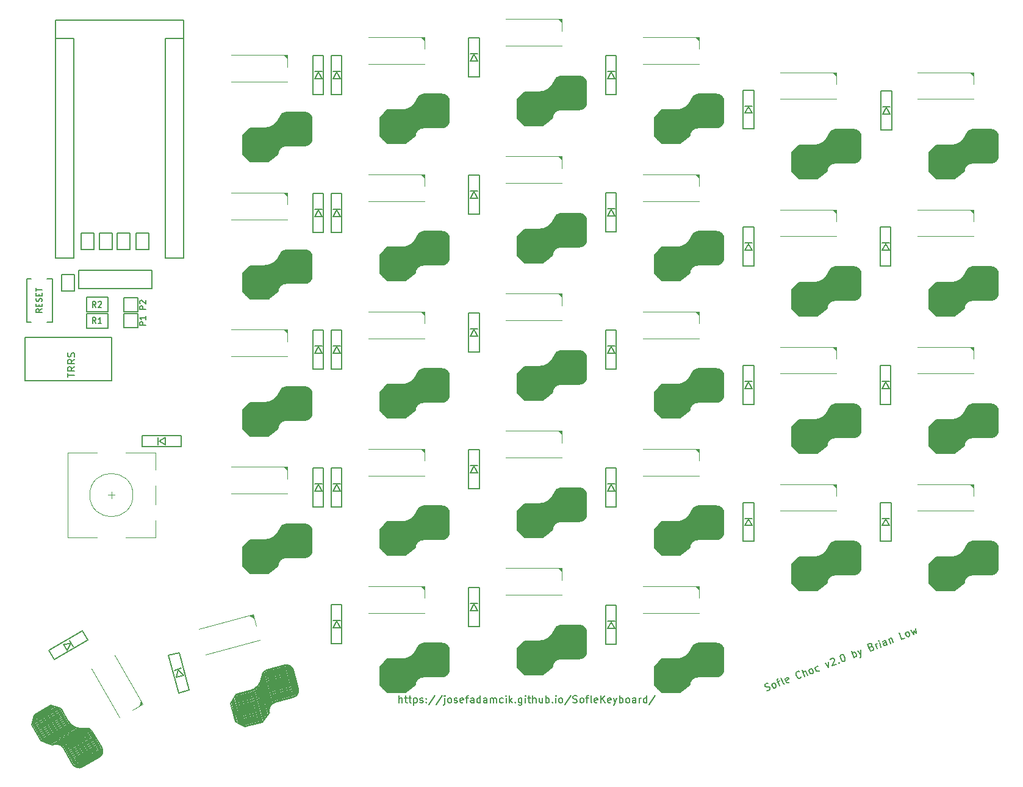
<source format=gto>
G04 #@! TF.GenerationSoftware,KiCad,Pcbnew,(5.1.9-0-10_14)*
G04 #@! TF.CreationDate,2021-02-11T10:08:35-07:00*
G04 #@! TF.ProjectId,SofleKeyboard,536f666c-654b-4657-9962-6f6172642e6b,rev?*
G04 #@! TF.SameCoordinates,Original*
G04 #@! TF.FileFunction,Legend,Top*
G04 #@! TF.FilePolarity,Positive*
%FSLAX46Y46*%
G04 Gerber Fmt 4.6, Leading zero omitted, Abs format (unit mm)*
G04 Created by KiCad (PCBNEW (5.1.9-0-10_14)) date 2021-02-11 10:08:35*
%MOMM*%
%LPD*%
G01*
G04 APERTURE LIST*
%ADD10C,0.150000*%
%ADD11C,0.200000*%
%ADD12C,0.100000*%
%ADD13C,0.120000*%
G04 APERTURE END LIST*
D10*
X139927334Y-133337020D02*
X139927334Y-132337020D01*
X140355905Y-133337020D02*
X140355905Y-132813211D01*
X140308286Y-132717973D01*
X140213048Y-132670354D01*
X140070191Y-132670354D01*
X139974953Y-132717973D01*
X139927334Y-132765592D01*
X140689239Y-132670354D02*
X141070191Y-132670354D01*
X140832096Y-132337020D02*
X140832096Y-133194163D01*
X140879715Y-133289401D01*
X140974953Y-133337020D01*
X141070191Y-133337020D01*
X141260667Y-132670354D02*
X141641620Y-132670354D01*
X141403524Y-132337020D02*
X141403524Y-133194163D01*
X141451143Y-133289401D01*
X141546381Y-133337020D01*
X141641620Y-133337020D01*
X141974953Y-132670354D02*
X141974953Y-133670354D01*
X141974953Y-132717973D02*
X142070191Y-132670354D01*
X142260667Y-132670354D01*
X142355905Y-132717973D01*
X142403524Y-132765592D01*
X142451143Y-132860830D01*
X142451143Y-133146544D01*
X142403524Y-133241782D01*
X142355905Y-133289401D01*
X142260667Y-133337020D01*
X142070191Y-133337020D01*
X141974953Y-133289401D01*
X142832096Y-133289401D02*
X142927334Y-133337020D01*
X143117810Y-133337020D01*
X143213048Y-133289401D01*
X143260667Y-133194163D01*
X143260667Y-133146544D01*
X143213048Y-133051306D01*
X143117810Y-133003687D01*
X142974953Y-133003687D01*
X142879715Y-132956068D01*
X142832096Y-132860830D01*
X142832096Y-132813211D01*
X142879715Y-132717973D01*
X142974953Y-132670354D01*
X143117810Y-132670354D01*
X143213048Y-132717973D01*
X143689239Y-133241782D02*
X143736858Y-133289401D01*
X143689239Y-133337020D01*
X143641620Y-133289401D01*
X143689239Y-133241782D01*
X143689239Y-133337020D01*
X143689239Y-132717973D02*
X143736858Y-132765592D01*
X143689239Y-132813211D01*
X143641620Y-132765592D01*
X143689239Y-132717973D01*
X143689239Y-132813211D01*
X144879715Y-132289401D02*
X144022572Y-133575116D01*
X145927334Y-132289401D02*
X145070191Y-133575116D01*
X146260667Y-132670354D02*
X146260667Y-133527497D01*
X146213048Y-133622735D01*
X146117810Y-133670354D01*
X146070191Y-133670354D01*
X146260667Y-132337020D02*
X146213048Y-132384640D01*
X146260667Y-132432259D01*
X146308286Y-132384640D01*
X146260667Y-132337020D01*
X146260667Y-132432259D01*
X146879715Y-133337020D02*
X146784477Y-133289401D01*
X146736858Y-133241782D01*
X146689239Y-133146544D01*
X146689239Y-132860830D01*
X146736858Y-132765592D01*
X146784477Y-132717973D01*
X146879715Y-132670354D01*
X147022572Y-132670354D01*
X147117810Y-132717973D01*
X147165429Y-132765592D01*
X147213048Y-132860830D01*
X147213048Y-133146544D01*
X147165429Y-133241782D01*
X147117810Y-133289401D01*
X147022572Y-133337020D01*
X146879715Y-133337020D01*
X147594000Y-133289401D02*
X147689239Y-133337020D01*
X147879715Y-133337020D01*
X147974953Y-133289401D01*
X148022572Y-133194163D01*
X148022572Y-133146544D01*
X147974953Y-133051306D01*
X147879715Y-133003687D01*
X147736858Y-133003687D01*
X147641620Y-132956068D01*
X147594000Y-132860830D01*
X147594000Y-132813211D01*
X147641620Y-132717973D01*
X147736858Y-132670354D01*
X147879715Y-132670354D01*
X147974953Y-132717973D01*
X148832096Y-133289401D02*
X148736858Y-133337020D01*
X148546381Y-133337020D01*
X148451143Y-133289401D01*
X148403524Y-133194163D01*
X148403524Y-132813211D01*
X148451143Y-132717973D01*
X148546381Y-132670354D01*
X148736858Y-132670354D01*
X148832096Y-132717973D01*
X148879715Y-132813211D01*
X148879715Y-132908449D01*
X148403524Y-133003687D01*
X149165429Y-132670354D02*
X149546381Y-132670354D01*
X149308286Y-133337020D02*
X149308286Y-132479878D01*
X149355905Y-132384640D01*
X149451143Y-132337020D01*
X149546381Y-132337020D01*
X150308286Y-133337020D02*
X150308286Y-132813211D01*
X150260667Y-132717973D01*
X150165429Y-132670354D01*
X149974953Y-132670354D01*
X149879715Y-132717973D01*
X150308286Y-133289401D02*
X150213048Y-133337020D01*
X149974953Y-133337020D01*
X149879715Y-133289401D01*
X149832096Y-133194163D01*
X149832096Y-133098925D01*
X149879715Y-133003687D01*
X149974953Y-132956068D01*
X150213048Y-132956068D01*
X150308286Y-132908449D01*
X151213048Y-133337020D02*
X151213048Y-132337020D01*
X151213048Y-133289401D02*
X151117810Y-133337020D01*
X150927334Y-133337020D01*
X150832096Y-133289401D01*
X150784477Y-133241782D01*
X150736858Y-133146544D01*
X150736858Y-132860830D01*
X150784477Y-132765592D01*
X150832096Y-132717973D01*
X150927334Y-132670354D01*
X151117810Y-132670354D01*
X151213048Y-132717973D01*
X152117810Y-133337020D02*
X152117810Y-132813211D01*
X152070191Y-132717973D01*
X151974953Y-132670354D01*
X151784477Y-132670354D01*
X151689239Y-132717973D01*
X152117810Y-133289401D02*
X152022572Y-133337020D01*
X151784477Y-133337020D01*
X151689239Y-133289401D01*
X151641620Y-133194163D01*
X151641620Y-133098925D01*
X151689239Y-133003687D01*
X151784477Y-132956068D01*
X152022572Y-132956068D01*
X152117810Y-132908449D01*
X152594000Y-133337020D02*
X152594000Y-132670354D01*
X152594000Y-132765592D02*
X152641620Y-132717973D01*
X152736858Y-132670354D01*
X152879715Y-132670354D01*
X152974953Y-132717973D01*
X153022572Y-132813211D01*
X153022572Y-133337020D01*
X153022572Y-132813211D02*
X153070191Y-132717973D01*
X153165429Y-132670354D01*
X153308286Y-132670354D01*
X153403524Y-132717973D01*
X153451143Y-132813211D01*
X153451143Y-133337020D01*
X154355905Y-133289401D02*
X154260667Y-133337020D01*
X154070191Y-133337020D01*
X153974953Y-133289401D01*
X153927334Y-133241782D01*
X153879715Y-133146544D01*
X153879715Y-132860830D01*
X153927334Y-132765592D01*
X153974953Y-132717973D01*
X154070191Y-132670354D01*
X154260667Y-132670354D01*
X154355905Y-132717973D01*
X154784477Y-133337020D02*
X154784477Y-132670354D01*
X154784477Y-132337020D02*
X154736858Y-132384640D01*
X154784477Y-132432259D01*
X154832096Y-132384640D01*
X154784477Y-132337020D01*
X154784477Y-132432259D01*
X155260667Y-133337020D02*
X155260667Y-132337020D01*
X155355905Y-132956068D02*
X155641620Y-133337020D01*
X155641620Y-132670354D02*
X155260667Y-133051306D01*
X156070191Y-133241782D02*
X156117810Y-133289401D01*
X156070191Y-133337020D01*
X156022572Y-133289401D01*
X156070191Y-133241782D01*
X156070191Y-133337020D01*
X156974953Y-132670354D02*
X156974953Y-133479878D01*
X156927334Y-133575116D01*
X156879715Y-133622735D01*
X156784477Y-133670354D01*
X156641620Y-133670354D01*
X156546381Y-133622735D01*
X156974953Y-133289401D02*
X156879715Y-133337020D01*
X156689239Y-133337020D01*
X156594000Y-133289401D01*
X156546381Y-133241782D01*
X156498762Y-133146544D01*
X156498762Y-132860830D01*
X156546381Y-132765592D01*
X156594000Y-132717973D01*
X156689239Y-132670354D01*
X156879715Y-132670354D01*
X156974953Y-132717973D01*
X157451143Y-133337020D02*
X157451143Y-132670354D01*
X157451143Y-132337020D02*
X157403524Y-132384640D01*
X157451143Y-132432259D01*
X157498762Y-132384640D01*
X157451143Y-132337020D01*
X157451143Y-132432259D01*
X157784477Y-132670354D02*
X158165429Y-132670354D01*
X157927334Y-132337020D02*
X157927334Y-133194163D01*
X157974953Y-133289401D01*
X158070191Y-133337020D01*
X158165429Y-133337020D01*
X158498762Y-133337020D02*
X158498762Y-132337020D01*
X158927334Y-133337020D02*
X158927334Y-132813211D01*
X158879715Y-132717973D01*
X158784477Y-132670354D01*
X158641620Y-132670354D01*
X158546381Y-132717973D01*
X158498762Y-132765592D01*
X159832096Y-132670354D02*
X159832096Y-133337020D01*
X159403524Y-132670354D02*
X159403524Y-133194163D01*
X159451143Y-133289401D01*
X159546381Y-133337020D01*
X159689239Y-133337020D01*
X159784477Y-133289401D01*
X159832096Y-133241782D01*
X160308286Y-133337020D02*
X160308286Y-132337020D01*
X160308286Y-132717973D02*
X160403524Y-132670354D01*
X160594000Y-132670354D01*
X160689239Y-132717973D01*
X160736858Y-132765592D01*
X160784477Y-132860830D01*
X160784477Y-133146544D01*
X160736858Y-133241782D01*
X160689239Y-133289401D01*
X160594000Y-133337020D01*
X160403524Y-133337020D01*
X160308286Y-133289401D01*
X161213048Y-133241782D02*
X161260667Y-133289401D01*
X161213048Y-133337020D01*
X161165429Y-133289401D01*
X161213048Y-133241782D01*
X161213048Y-133337020D01*
X161689239Y-133337020D02*
X161689239Y-132670354D01*
X161689239Y-132337020D02*
X161641620Y-132384640D01*
X161689239Y-132432259D01*
X161736858Y-132384640D01*
X161689239Y-132337020D01*
X161689239Y-132432259D01*
X162308286Y-133337020D02*
X162213048Y-133289401D01*
X162165429Y-133241782D01*
X162117810Y-133146544D01*
X162117810Y-132860830D01*
X162165429Y-132765592D01*
X162213048Y-132717973D01*
X162308286Y-132670354D01*
X162451143Y-132670354D01*
X162546381Y-132717973D01*
X162594000Y-132765592D01*
X162641620Y-132860830D01*
X162641620Y-133146544D01*
X162594000Y-133241782D01*
X162546381Y-133289401D01*
X162451143Y-133337020D01*
X162308286Y-133337020D01*
X163784477Y-132289401D02*
X162927334Y-133575116D01*
X164070191Y-133289401D02*
X164213048Y-133337020D01*
X164451143Y-133337020D01*
X164546381Y-133289401D01*
X164594000Y-133241782D01*
X164641620Y-133146544D01*
X164641620Y-133051306D01*
X164594000Y-132956068D01*
X164546381Y-132908449D01*
X164451143Y-132860830D01*
X164260667Y-132813211D01*
X164165429Y-132765592D01*
X164117810Y-132717973D01*
X164070191Y-132622735D01*
X164070191Y-132527497D01*
X164117810Y-132432259D01*
X164165429Y-132384640D01*
X164260667Y-132337020D01*
X164498762Y-132337020D01*
X164641620Y-132384640D01*
X165213048Y-133337020D02*
X165117810Y-133289401D01*
X165070191Y-133241782D01*
X165022572Y-133146544D01*
X165022572Y-132860830D01*
X165070191Y-132765592D01*
X165117810Y-132717973D01*
X165213048Y-132670354D01*
X165355905Y-132670354D01*
X165451143Y-132717973D01*
X165498762Y-132765592D01*
X165546381Y-132860830D01*
X165546381Y-133146544D01*
X165498762Y-133241782D01*
X165451143Y-133289401D01*
X165355905Y-133337020D01*
X165213048Y-133337020D01*
X165832096Y-132670354D02*
X166213048Y-132670354D01*
X165974953Y-133337020D02*
X165974953Y-132479878D01*
X166022572Y-132384640D01*
X166117810Y-132337020D01*
X166213048Y-132337020D01*
X166689239Y-133337020D02*
X166594000Y-133289401D01*
X166546381Y-133194163D01*
X166546381Y-132337020D01*
X167451143Y-133289401D02*
X167355905Y-133337020D01*
X167165429Y-133337020D01*
X167070191Y-133289401D01*
X167022572Y-133194163D01*
X167022572Y-132813211D01*
X167070191Y-132717973D01*
X167165429Y-132670354D01*
X167355905Y-132670354D01*
X167451143Y-132717973D01*
X167498762Y-132813211D01*
X167498762Y-132908449D01*
X167022572Y-133003687D01*
X167927334Y-133337020D02*
X167927334Y-132337020D01*
X168498762Y-133337020D02*
X168070191Y-132765592D01*
X168498762Y-132337020D02*
X167927334Y-132908449D01*
X169308286Y-133289401D02*
X169213048Y-133337020D01*
X169022572Y-133337020D01*
X168927334Y-133289401D01*
X168879715Y-133194163D01*
X168879715Y-132813211D01*
X168927334Y-132717973D01*
X169022572Y-132670354D01*
X169213048Y-132670354D01*
X169308286Y-132717973D01*
X169355905Y-132813211D01*
X169355905Y-132908449D01*
X168879715Y-133003687D01*
X169689239Y-132670354D02*
X169927334Y-133337020D01*
X170165429Y-132670354D02*
X169927334Y-133337020D01*
X169832096Y-133575116D01*
X169784477Y-133622735D01*
X169689239Y-133670354D01*
X170546381Y-133337020D02*
X170546381Y-132337020D01*
X170546381Y-132717973D02*
X170641620Y-132670354D01*
X170832096Y-132670354D01*
X170927334Y-132717973D01*
X170974953Y-132765592D01*
X171022572Y-132860830D01*
X171022572Y-133146544D01*
X170974953Y-133241782D01*
X170927334Y-133289401D01*
X170832096Y-133337020D01*
X170641620Y-133337020D01*
X170546381Y-133289401D01*
X171594000Y-133337020D02*
X171498762Y-133289401D01*
X171451143Y-133241782D01*
X171403524Y-133146544D01*
X171403524Y-132860830D01*
X171451143Y-132765592D01*
X171498762Y-132717973D01*
X171594000Y-132670354D01*
X171736858Y-132670354D01*
X171832096Y-132717973D01*
X171879715Y-132765592D01*
X171927334Y-132860830D01*
X171927334Y-133146544D01*
X171879715Y-133241782D01*
X171832096Y-133289401D01*
X171736858Y-133337020D01*
X171594000Y-133337020D01*
X172784477Y-133337020D02*
X172784477Y-132813211D01*
X172736858Y-132717973D01*
X172641619Y-132670354D01*
X172451143Y-132670354D01*
X172355905Y-132717973D01*
X172784477Y-133289401D02*
X172689239Y-133337020D01*
X172451143Y-133337020D01*
X172355905Y-133289401D01*
X172308286Y-133194163D01*
X172308286Y-133098925D01*
X172355905Y-133003687D01*
X172451143Y-132956068D01*
X172689239Y-132956068D01*
X172784477Y-132908449D01*
X173260667Y-133337020D02*
X173260667Y-132670354D01*
X173260667Y-132860830D02*
X173308286Y-132765592D01*
X173355905Y-132717973D01*
X173451143Y-132670354D01*
X173546381Y-132670354D01*
X174308286Y-133337020D02*
X174308286Y-132337020D01*
X174308286Y-133289401D02*
X174213048Y-133337020D01*
X174022572Y-133337020D01*
X173927334Y-133289401D01*
X173879715Y-133241782D01*
X173832096Y-133146544D01*
X173832096Y-132860830D01*
X173879715Y-132765592D01*
X173927334Y-132717973D01*
X174022572Y-132670354D01*
X174213048Y-132670354D01*
X174308286Y-132717973D01*
X175498762Y-132289401D02*
X174641619Y-133575116D01*
D11*
X190947844Y-131638185D02*
X191098277Y-131631446D01*
X191320558Y-131546120D01*
X191392406Y-131467534D01*
X191419797Y-131406013D01*
X191430123Y-131300035D01*
X191395992Y-131211123D01*
X191317406Y-131139275D01*
X191255885Y-131111884D01*
X191149907Y-131101558D01*
X190955017Y-131125363D01*
X190849040Y-131115037D01*
X190787518Y-131087646D01*
X190708932Y-131015798D01*
X190674801Y-130926886D01*
X190685127Y-130820908D01*
X190712518Y-130759387D01*
X190784366Y-130680801D01*
X191006647Y-130595475D01*
X191157081Y-130588736D01*
X192031858Y-131273078D02*
X191925880Y-131262752D01*
X191864359Y-131235361D01*
X191785772Y-131163514D01*
X191683382Y-130896777D01*
X191693708Y-130790799D01*
X191721099Y-130729278D01*
X191792946Y-130650691D01*
X191926315Y-130599496D01*
X192032292Y-130609822D01*
X192093813Y-130637213D01*
X192172400Y-130709060D01*
X192274791Y-130975797D01*
X192264465Y-131081775D01*
X192237074Y-131143296D01*
X192165226Y-131221883D01*
X192031858Y-131273078D01*
X192370877Y-130428844D02*
X192726526Y-130292323D01*
X192743157Y-131000036D02*
X192435985Y-130199824D01*
X192446311Y-130093847D01*
X192518158Y-130015260D01*
X192607070Y-129981130D01*
X193410000Y-130744059D02*
X193304023Y-130733733D01*
X193225436Y-130661886D01*
X192918264Y-129861674D01*
X194104235Y-130426560D02*
X194032387Y-130505147D01*
X193854563Y-130573407D01*
X193748585Y-130563081D01*
X193669998Y-130491234D01*
X193533477Y-130135584D01*
X193543803Y-130029607D01*
X193615651Y-129951020D01*
X193793475Y-129882760D01*
X193899453Y-129893086D01*
X193978039Y-129964933D01*
X194012170Y-130053845D01*
X193601738Y-130313409D01*
X195776505Y-129733629D02*
X195749114Y-129795150D01*
X195632811Y-129890802D01*
X195543899Y-129924932D01*
X195393465Y-129931671D01*
X195270422Y-129876889D01*
X195191836Y-129805042D01*
X195079119Y-129644282D01*
X195027923Y-129510913D01*
X195004119Y-129316024D01*
X195014445Y-129210046D01*
X195069227Y-129087003D01*
X195185531Y-128991352D01*
X195274443Y-128957221D01*
X195424877Y-128950482D01*
X195486398Y-128977873D01*
X196210742Y-129668955D02*
X195852374Y-128735375D01*
X196610848Y-129515369D02*
X196423131Y-129026350D01*
X196344545Y-128954503D01*
X196238567Y-128944177D01*
X196105198Y-128995373D01*
X196033351Y-129073959D01*
X196005960Y-129135480D01*
X197188778Y-129293522D02*
X197082801Y-129283196D01*
X197021279Y-129255805D01*
X196942693Y-129183958D01*
X196840302Y-128917220D01*
X196850628Y-128811243D01*
X196878019Y-128749721D01*
X196949866Y-128671135D01*
X197083235Y-128619939D01*
X197189213Y-128630265D01*
X197250734Y-128657656D01*
X197329320Y-128729504D01*
X197431711Y-128996241D01*
X197421385Y-129102219D01*
X197393994Y-129163740D01*
X197322147Y-129242326D01*
X197188778Y-129293522D01*
X198283118Y-128822437D02*
X198211271Y-128901024D01*
X198033446Y-128969284D01*
X197927469Y-128958958D01*
X197865947Y-128931567D01*
X197787361Y-128859720D01*
X197684970Y-128592983D01*
X197695296Y-128487005D01*
X197722687Y-128425484D01*
X197794534Y-128346897D01*
X197972359Y-128278637D01*
X198078337Y-128288963D01*
X199083764Y-127852008D02*
X199544957Y-128389069D01*
X199528327Y-127681357D01*
X199754194Y-127339620D02*
X199781585Y-127278098D01*
X199853433Y-127199512D01*
X200075714Y-127114186D01*
X200181691Y-127124512D01*
X200243213Y-127151903D01*
X200321799Y-127223750D01*
X200355929Y-127312663D01*
X200362669Y-127463097D01*
X200033976Y-128201353D01*
X200611907Y-127979506D01*
X200977882Y-127737007D02*
X201039404Y-127764398D01*
X201012012Y-127825920D01*
X200950491Y-127798529D01*
X200977882Y-127737007D01*
X201012012Y-127825920D01*
X201276031Y-126653427D02*
X201364944Y-126619297D01*
X201470921Y-126629623D01*
X201532443Y-126657014D01*
X201611029Y-126728861D01*
X201723746Y-126889621D01*
X201809072Y-127111902D01*
X201832876Y-127306792D01*
X201822550Y-127412770D01*
X201795159Y-127474291D01*
X201723312Y-127552878D01*
X201634399Y-127587008D01*
X201528422Y-127576682D01*
X201466900Y-127549291D01*
X201388314Y-127477444D01*
X201275597Y-127316684D01*
X201190272Y-127094403D01*
X201166467Y-126899513D01*
X201176793Y-126793535D01*
X201204184Y-126732014D01*
X201276031Y-126653427D01*
X203056998Y-127040923D02*
X202698630Y-126107343D01*
X202835151Y-126462993D02*
X202906999Y-126384406D01*
X203084823Y-126316146D01*
X203190801Y-126326471D01*
X203252322Y-126353863D01*
X203330909Y-126425710D01*
X203433300Y-126692447D01*
X203422974Y-126798425D01*
X203395583Y-126859946D01*
X203323735Y-126938532D01*
X203145911Y-127006793D01*
X203039933Y-126996467D01*
X203573842Y-126128429D02*
X204035035Y-126665490D01*
X204018404Y-125957778D02*
X204035035Y-126665490D01*
X204031448Y-126921902D01*
X204004057Y-126983423D01*
X203932210Y-127062009D01*
X205447742Y-125562127D02*
X205598176Y-125555388D01*
X205659697Y-125582779D01*
X205738283Y-125654626D01*
X205789479Y-125787995D01*
X205779153Y-125893972D01*
X205751762Y-125955494D01*
X205679915Y-126034080D01*
X205324265Y-126170601D01*
X204965897Y-125237021D01*
X205277090Y-125117565D01*
X205383068Y-125127891D01*
X205444589Y-125155282D01*
X205523176Y-125227129D01*
X205557306Y-125316041D01*
X205546980Y-125422019D01*
X205519589Y-125483540D01*
X205447742Y-125562127D01*
X205136548Y-125681583D01*
X206257845Y-125812233D02*
X206018933Y-125189846D01*
X206087194Y-125367671D02*
X206097520Y-125261694D01*
X206124911Y-125200172D01*
X206196758Y-125121586D01*
X206285671Y-125087455D01*
X206835776Y-125590386D02*
X206596864Y-124967999D01*
X206477408Y-124656806D02*
X206450017Y-124718327D01*
X206511538Y-124745718D01*
X206538929Y-124684197D01*
X206477408Y-124656806D01*
X206511538Y-124745718D01*
X207680444Y-125266149D02*
X207492728Y-124777130D01*
X207414141Y-124705283D01*
X207308163Y-124694957D01*
X207130339Y-124763218D01*
X207058491Y-124841804D01*
X207663379Y-125221692D02*
X207591532Y-125300279D01*
X207369251Y-125385605D01*
X207263273Y-125375279D01*
X207184687Y-125303431D01*
X207150556Y-125214519D01*
X207160882Y-125108541D01*
X207232729Y-125029955D01*
X207455011Y-124944629D01*
X207526858Y-124866043D01*
X207886094Y-124473110D02*
X208125006Y-125095497D01*
X207920224Y-124562023D02*
X207947616Y-124500501D01*
X208019463Y-124421915D01*
X208152831Y-124370720D01*
X208258809Y-124381045D01*
X208337396Y-124452893D01*
X208525112Y-124941911D01*
X210125536Y-124327566D02*
X209680974Y-124498217D01*
X209322606Y-123564637D01*
X210570098Y-124156915D02*
X210464120Y-124146589D01*
X210402599Y-124119198D01*
X210324012Y-124047350D01*
X210221622Y-123780613D01*
X210231947Y-123674635D01*
X210259339Y-123613114D01*
X210331186Y-123534528D01*
X210464554Y-123483332D01*
X210570532Y-123493658D01*
X210632053Y-123521049D01*
X210710640Y-123592896D01*
X210813031Y-123859634D01*
X210802705Y-123965611D01*
X210775314Y-124027133D01*
X210703466Y-124105719D01*
X210570098Y-124156915D01*
X210953573Y-123295616D02*
X211370310Y-123849742D01*
X211377483Y-123336919D01*
X211725959Y-123713221D01*
X211664872Y-123022573D01*
D12*
G36*
X142992000Y-117151000D02*
G01*
X143500000Y-117148460D01*
X143500000Y-117659000D01*
X142992000Y-117151000D01*
G37*
X142992000Y-117151000D02*
X143500000Y-117148460D01*
X143500000Y-117659000D01*
X142992000Y-117151000D01*
D10*
X145550000Y-125100000D02*
X145550000Y-129700000D01*
X144500000Y-125100000D02*
X144500000Y-129700000D01*
X140875000Y-131925000D02*
X138325000Y-131925000D01*
X140300000Y-127275000D02*
X138325000Y-127275000D01*
X146900000Y-128725000D02*
X146900000Y-126075000D01*
X137300000Y-130900000D02*
X137300000Y-128300000D01*
X137300000Y-128300000D02*
X138325000Y-127275000D01*
X137300000Y-130900000D02*
X138325000Y-131925000D01*
X140875000Y-131925000D02*
X142150000Y-130900000D01*
X137450000Y-128150000D02*
X137450000Y-131050000D01*
X137600000Y-128050000D02*
X137600000Y-131200000D01*
X137750000Y-127850000D02*
X137750000Y-131350000D01*
X137900000Y-127700000D02*
X137900000Y-131500000D01*
X138050000Y-127550000D02*
X138050000Y-131650000D01*
X138200000Y-127450000D02*
X138200000Y-131800000D01*
X138350000Y-127300000D02*
X138350000Y-131900000D01*
X138500000Y-127300000D02*
X138500000Y-131900000D01*
X138650000Y-127300000D02*
X138650000Y-131900000D01*
X138800000Y-127300000D02*
X138800000Y-131900000D01*
X138950000Y-127300000D02*
X138950000Y-131900000D01*
X139100000Y-127300000D02*
X139100000Y-131900000D01*
X139250000Y-127300000D02*
X139250000Y-131900000D01*
X139400000Y-127300000D02*
X139400000Y-131900000D01*
X139550000Y-127300000D02*
X139550000Y-131900000D01*
X139700000Y-127300000D02*
X139700000Y-131900000D01*
X139850000Y-127300000D02*
X139850000Y-131900000D01*
X140000000Y-127300000D02*
X140000000Y-131900000D01*
X140150000Y-127300000D02*
X140150000Y-131900000D01*
X140300000Y-127300000D02*
X140300000Y-131900000D01*
X140450000Y-127300000D02*
X140450000Y-131850000D01*
X140600000Y-127250000D02*
X140600000Y-131900000D01*
X140750000Y-127250000D02*
X140750000Y-131900000D01*
X140900000Y-127250000D02*
X140900000Y-131850000D01*
X141050000Y-127200000D02*
X141050000Y-131750000D01*
X141200000Y-127100000D02*
X141200000Y-131650000D01*
X141350000Y-127050000D02*
X141350000Y-131500000D01*
X141500000Y-126950000D02*
X141500000Y-131400000D01*
X141650000Y-126850000D02*
X141650000Y-131250000D01*
X141800000Y-126750000D02*
X141800000Y-131150000D01*
X141950000Y-126600000D02*
X141950000Y-131050000D01*
X142100000Y-126450000D02*
X142100000Y-130900000D01*
X142200000Y-126250000D02*
X142200000Y-130400000D01*
X142300000Y-126100000D02*
X142300000Y-130250000D01*
X142400000Y-125900000D02*
X142400000Y-130050000D01*
X142500000Y-125750000D02*
X142500000Y-129950000D01*
X142600000Y-125500000D02*
X142600000Y-129900000D01*
X142700000Y-125350000D02*
X142700000Y-129850000D01*
X142850000Y-125250000D02*
X142850000Y-129800000D01*
X143000000Y-125150000D02*
X143000000Y-129700000D01*
X143150000Y-125100000D02*
X143150000Y-129700000D01*
X143300000Y-125100000D02*
X143300000Y-129700000D01*
X143450000Y-125100000D02*
X143450000Y-129650000D01*
X143600000Y-125100000D02*
X143600000Y-129700000D01*
X143750000Y-125100000D02*
X143750000Y-129700000D01*
X143900000Y-125100000D02*
X143900000Y-129700000D01*
X144050000Y-125100000D02*
X144050000Y-129700000D01*
X144200000Y-125100000D02*
X144200000Y-129700000D01*
X144350000Y-125100000D02*
X144350000Y-129700000D01*
X146450000Y-125300000D02*
X146450000Y-129500000D01*
X145900000Y-125075000D02*
X143300000Y-125075000D01*
X146000000Y-125100000D02*
X146000000Y-129650000D01*
X145900000Y-129725000D02*
X143325000Y-129725000D01*
X145850000Y-125100000D02*
X145850000Y-129700000D01*
X145400000Y-125100000D02*
X145400000Y-129700000D01*
X146650000Y-125500000D02*
X146650000Y-129250000D01*
X145700000Y-125100000D02*
X145700000Y-129700000D01*
X144650000Y-125100000D02*
X144650000Y-129700000D01*
X146150000Y-125150000D02*
X146150000Y-129650000D01*
X146300000Y-125200000D02*
X146300000Y-129600000D01*
X146750000Y-125650000D02*
X146750000Y-129200000D01*
X145250000Y-125100000D02*
X145250000Y-129700000D01*
X145100000Y-125100000D02*
X145100000Y-129700000D01*
X146550000Y-125400000D02*
X146550000Y-129350000D01*
X144950000Y-125100000D02*
X144950000Y-129700000D01*
X144800000Y-125100000D02*
X144800000Y-129700000D01*
D13*
X135700000Y-117148460D02*
X143500000Y-117148460D01*
X143500000Y-120848460D02*
X135700000Y-120848460D01*
X143500000Y-117148460D02*
X143500000Y-118799460D01*
D10*
X143299005Y-125076209D02*
G75*
G03*
X142437801Y-125778096I38796J-926887D01*
G01*
X146900000Y-126075000D02*
G75*
G03*
X145900000Y-125075000I-1000000J0D01*
G01*
X146900000Y-128725000D02*
G75*
G02*
X145900000Y-129725000I-1000000J0D01*
G01*
X142437801Y-125778096D02*
G75*
G02*
X140300000Y-127275000I-2137801J778096D01*
G01*
X142150000Y-130900000D02*
G75*
G02*
X143325000Y-129725000I1175000J0D01*
G01*
D12*
G36*
X104077600Y-133063058D02*
G01*
X104333800Y-133501729D01*
X103891659Y-133756999D01*
X104077600Y-133063058D01*
G37*
X104077600Y-133063058D02*
X104333800Y-133501729D01*
X103891659Y-133756999D01*
X104077600Y-133063058D01*
D10*
X98472564Y-139252851D02*
X94488848Y-141552851D01*
X97947564Y-138343524D02*
X93963848Y-140643524D01*
X90224441Y-138616682D02*
X88949441Y-136408318D01*
X93963959Y-135793718D02*
X92976459Y-134083318D01*
X96008222Y-142234485D02*
X98303190Y-140909485D01*
X89324617Y-135008142D02*
X91576283Y-133708142D01*
X91576283Y-133708142D02*
X92976459Y-134083318D01*
X89324617Y-135008142D02*
X88949441Y-136408318D01*
X90224441Y-138616682D02*
X91749617Y-139208365D01*
X91781187Y-133763045D02*
X89269713Y-135213045D01*
X91942789Y-133842949D02*
X89214809Y-135417949D01*
X92190995Y-133872853D02*
X89159906Y-135622853D01*
X92395898Y-133927757D02*
X89105002Y-135827757D01*
X92600802Y-133982661D02*
X89050098Y-136032661D01*
X92762405Y-134062564D02*
X88995194Y-136237564D01*
X92967309Y-134117468D02*
X88983592Y-136417468D01*
X93042309Y-134247372D02*
X89058592Y-136547372D01*
X93117309Y-134377276D02*
X89133592Y-136677276D01*
X93192309Y-134507180D02*
X89208592Y-136807180D01*
X93267309Y-134637083D02*
X89283592Y-136937083D01*
X93342309Y-134766987D02*
X89358592Y-137066987D01*
X93417309Y-134896891D02*
X89433592Y-137196891D01*
X93492309Y-135026795D02*
X89508592Y-137326795D01*
X93567309Y-135156699D02*
X89583592Y-137456699D01*
X93642309Y-135286603D02*
X89658592Y-137586603D01*
X93717309Y-135416506D02*
X89733592Y-137716506D01*
X93792309Y-135546410D02*
X89808592Y-137846410D01*
X93867309Y-135676314D02*
X89883592Y-137976314D01*
X93942309Y-135806218D02*
X89958592Y-138106218D01*
X94017309Y-135936122D02*
X90076893Y-138211122D01*
X94135610Y-136041025D02*
X90108592Y-138366025D01*
X94210610Y-136170929D02*
X90183592Y-138495929D01*
X94285610Y-136300833D02*
X90301893Y-138600833D01*
X94403911Y-136405737D02*
X90463495Y-138680737D01*
X94565514Y-136485641D02*
X90625098Y-138760641D01*
X94683815Y-136590544D02*
X90830002Y-138815544D01*
X94845417Y-136670448D02*
X90991604Y-138895448D01*
X95007020Y-136750352D02*
X91196508Y-138950352D01*
X95168623Y-136830256D02*
X91358111Y-139030256D01*
X95373526Y-136885160D02*
X91519713Y-139110160D01*
X95578430Y-136940064D02*
X91724617Y-139165064D01*
X95801635Y-136926666D02*
X92207630Y-139001666D01*
X95981539Y-136938269D02*
X92387534Y-139013269D01*
X96204744Y-136924871D02*
X92610739Y-138999871D01*
X96384648Y-136936474D02*
X92747341Y-139036474D01*
X96651154Y-136898076D02*
X92840642Y-139098076D01*
X96831058Y-136909679D02*
X92933944Y-139159679D01*
X96992661Y-136989583D02*
X93052245Y-139264583D01*
X97154263Y-137069486D02*
X93213848Y-139344486D01*
X97272564Y-137174390D02*
X93288848Y-139474390D01*
X97347564Y-137304294D02*
X93363848Y-139604294D01*
X97422564Y-137434198D02*
X93482149Y-139709198D01*
X97497564Y-137564102D02*
X93513848Y-139864102D01*
X97572564Y-137694005D02*
X93588848Y-139994005D01*
X97647564Y-137823909D02*
X93663848Y-140123909D01*
X97722564Y-137953813D02*
X93738848Y-140253813D01*
X97797564Y-138083717D02*
X93813848Y-140383717D01*
X97872564Y-138213621D02*
X93888848Y-140513621D01*
X98749359Y-140132274D02*
X95112053Y-142232274D01*
X98669215Y-139543460D02*
X97369215Y-137291794D01*
X98697564Y-139642563D02*
X94757149Y-141917563D01*
X94642197Y-141868460D02*
X93354697Y-139638445D01*
X98622564Y-139512659D02*
X94638848Y-141812659D01*
X98397564Y-139122947D02*
X94413848Y-141422947D01*
X98676154Y-140405479D02*
X95428559Y-142280479D01*
X98547564Y-139382755D02*
X94563848Y-141682755D01*
X98022564Y-138473428D02*
X94038848Y-140773428D01*
X98729263Y-139797466D02*
X94832149Y-142047466D01*
X98760962Y-139952370D02*
X94950450Y-142152370D01*
X98596250Y-140567082D02*
X95521860Y-142342082D01*
X98322564Y-138993044D02*
X94338848Y-141293044D01*
X98247564Y-138863140D02*
X94263848Y-141163140D01*
X98712757Y-140268877D02*
X95291956Y-142243877D01*
X98172564Y-138733236D02*
X94188848Y-141033236D01*
X98097564Y-138603332D02*
X94113848Y-140903332D01*
D13*
X100433800Y-126746731D02*
X104333800Y-133501729D01*
X101129506Y-135351729D02*
X97229506Y-128596731D01*
X104333800Y-133501729D02*
X102903992Y-134327229D01*
D10*
X97367671Y-137291537D02*
G75*
G03*
X96329217Y-136896656I-783310J-497042D01*
G01*
X98303190Y-140909485D02*
G75*
G03*
X98669215Y-139543460I-500000J866025D01*
G01*
X96008222Y-142234485D02*
G75*
G02*
X94642197Y-141868460I-500000J866025D01*
G01*
X96329217Y-136896656D02*
G75*
G02*
X93963959Y-135793718I-395050J2240438D01*
G01*
X91749617Y-139208365D02*
G75*
G02*
X93354697Y-139638445I587500J-1017580D01*
G01*
D12*
G36*
X181092000Y-117151000D02*
G01*
X181600000Y-117148460D01*
X181600000Y-117659000D01*
X181092000Y-117151000D01*
G37*
X181092000Y-117151000D02*
X181600000Y-117148460D01*
X181600000Y-117659000D01*
X181092000Y-117151000D01*
D10*
X183650000Y-125100000D02*
X183650000Y-129700000D01*
X182600000Y-125100000D02*
X182600000Y-129700000D01*
X178975000Y-131925000D02*
X176425000Y-131925000D01*
X178400000Y-127275000D02*
X176425000Y-127275000D01*
X185000000Y-128725000D02*
X185000000Y-126075000D01*
X175400000Y-130900000D02*
X175400000Y-128300000D01*
X175400000Y-128300000D02*
X176425000Y-127275000D01*
X175400000Y-130900000D02*
X176425000Y-131925000D01*
X178975000Y-131925000D02*
X180250000Y-130900000D01*
X175550000Y-128150000D02*
X175550000Y-131050000D01*
X175700000Y-128050000D02*
X175700000Y-131200000D01*
X175850000Y-127850000D02*
X175850000Y-131350000D01*
X176000000Y-127700000D02*
X176000000Y-131500000D01*
X176150000Y-127550000D02*
X176150000Y-131650000D01*
X176300000Y-127450000D02*
X176300000Y-131800000D01*
X176450000Y-127300000D02*
X176450000Y-131900000D01*
X176600000Y-127300000D02*
X176600000Y-131900000D01*
X176750000Y-127300000D02*
X176750000Y-131900000D01*
X176900000Y-127300000D02*
X176900000Y-131900000D01*
X177050000Y-127300000D02*
X177050000Y-131900000D01*
X177200000Y-127300000D02*
X177200000Y-131900000D01*
X177350000Y-127300000D02*
X177350000Y-131900000D01*
X177500000Y-127300000D02*
X177500000Y-131900000D01*
X177650000Y-127300000D02*
X177650000Y-131900000D01*
X177800000Y-127300000D02*
X177800000Y-131900000D01*
X177950000Y-127300000D02*
X177950000Y-131900000D01*
X178100000Y-127300000D02*
X178100000Y-131900000D01*
X178250000Y-127300000D02*
X178250000Y-131900000D01*
X178400000Y-127300000D02*
X178400000Y-131900000D01*
X178550000Y-127300000D02*
X178550000Y-131850000D01*
X178700000Y-127250000D02*
X178700000Y-131900000D01*
X178850000Y-127250000D02*
X178850000Y-131900000D01*
X179000000Y-127250000D02*
X179000000Y-131850000D01*
X179150000Y-127200000D02*
X179150000Y-131750000D01*
X179300000Y-127100000D02*
X179300000Y-131650000D01*
X179450000Y-127050000D02*
X179450000Y-131500000D01*
X179600000Y-126950000D02*
X179600000Y-131400000D01*
X179750000Y-126850000D02*
X179750000Y-131250000D01*
X179900000Y-126750000D02*
X179900000Y-131150000D01*
X180050000Y-126600000D02*
X180050000Y-131050000D01*
X180200000Y-126450000D02*
X180200000Y-130900000D01*
X180300000Y-126250000D02*
X180300000Y-130400000D01*
X180400000Y-126100000D02*
X180400000Y-130250000D01*
X180500000Y-125900000D02*
X180500000Y-130050000D01*
X180600000Y-125750000D02*
X180600000Y-129950000D01*
X180700000Y-125500000D02*
X180700000Y-129900000D01*
X180800000Y-125350000D02*
X180800000Y-129850000D01*
X180950000Y-125250000D02*
X180950000Y-129800000D01*
X181100000Y-125150000D02*
X181100000Y-129700000D01*
X181250000Y-125100000D02*
X181250000Y-129700000D01*
X181400000Y-125100000D02*
X181400000Y-129700000D01*
X181550000Y-125100000D02*
X181550000Y-129650000D01*
X181700000Y-125100000D02*
X181700000Y-129700000D01*
X181850000Y-125100000D02*
X181850000Y-129700000D01*
X182000000Y-125100000D02*
X182000000Y-129700000D01*
X182150000Y-125100000D02*
X182150000Y-129700000D01*
X182300000Y-125100000D02*
X182300000Y-129700000D01*
X182450000Y-125100000D02*
X182450000Y-129700000D01*
X184550000Y-125300000D02*
X184550000Y-129500000D01*
X184000000Y-125075000D02*
X181400000Y-125075000D01*
X184100000Y-125100000D02*
X184100000Y-129650000D01*
X184000000Y-129725000D02*
X181425000Y-129725000D01*
X183950000Y-125100000D02*
X183950000Y-129700000D01*
X183500000Y-125100000D02*
X183500000Y-129700000D01*
X184750000Y-125500000D02*
X184750000Y-129250000D01*
X183800000Y-125100000D02*
X183800000Y-129700000D01*
X182750000Y-125100000D02*
X182750000Y-129700000D01*
X184250000Y-125150000D02*
X184250000Y-129650000D01*
X184400000Y-125200000D02*
X184400000Y-129600000D01*
X184850000Y-125650000D02*
X184850000Y-129200000D01*
X183350000Y-125100000D02*
X183350000Y-129700000D01*
X183200000Y-125100000D02*
X183200000Y-129700000D01*
X184650000Y-125400000D02*
X184650000Y-129350000D01*
X183050000Y-125100000D02*
X183050000Y-129700000D01*
X182900000Y-125100000D02*
X182900000Y-129700000D01*
D13*
X173800000Y-117148460D02*
X181600000Y-117148460D01*
X181600000Y-120848460D02*
X173800000Y-120848460D01*
X181600000Y-117148460D02*
X181600000Y-118799460D01*
D10*
X181399005Y-125076209D02*
G75*
G03*
X180537801Y-125778096I38796J-926887D01*
G01*
X185000000Y-126075000D02*
G75*
G03*
X184000000Y-125075000I-1000000J0D01*
G01*
X185000000Y-128725000D02*
G75*
G02*
X184000000Y-129725000I-1000000J0D01*
G01*
X180537801Y-125778096D02*
G75*
G02*
X178400000Y-127275000I-2137801J778096D01*
G01*
X180250000Y-130900000D02*
G75*
G02*
X181425000Y-129725000I1175000J0D01*
G01*
D12*
G36*
X200142000Y-45851000D02*
G01*
X200650000Y-45848460D01*
X200650000Y-46359000D01*
X200142000Y-45851000D01*
G37*
X200142000Y-45851000D02*
X200650000Y-45848460D01*
X200650000Y-46359000D01*
X200142000Y-45851000D01*
D10*
X202700000Y-53800000D02*
X202700000Y-58400000D01*
X201650000Y-53800000D02*
X201650000Y-58400000D01*
X198025000Y-60625000D02*
X195475000Y-60625000D01*
X197450000Y-55975000D02*
X195475000Y-55975000D01*
X204050000Y-57425000D02*
X204050000Y-54775000D01*
X194450000Y-59600000D02*
X194450000Y-57000000D01*
X194450000Y-57000000D02*
X195475000Y-55975000D01*
X194450000Y-59600000D02*
X195475000Y-60625000D01*
X198025000Y-60625000D02*
X199300000Y-59600000D01*
X194600000Y-56850000D02*
X194600000Y-59750000D01*
X194750000Y-56750000D02*
X194750000Y-59900000D01*
X194900000Y-56550000D02*
X194900000Y-60050000D01*
X195050000Y-56400000D02*
X195050000Y-60200000D01*
X195200000Y-56250000D02*
X195200000Y-60350000D01*
X195350000Y-56150000D02*
X195350000Y-60500000D01*
X195500000Y-56000000D02*
X195500000Y-60600000D01*
X195650000Y-56000000D02*
X195650000Y-60600000D01*
X195800000Y-56000000D02*
X195800000Y-60600000D01*
X195950000Y-56000000D02*
X195950000Y-60600000D01*
X196100000Y-56000000D02*
X196100000Y-60600000D01*
X196250000Y-56000000D02*
X196250000Y-60600000D01*
X196400000Y-56000000D02*
X196400000Y-60600000D01*
X196550000Y-56000000D02*
X196550000Y-60600000D01*
X196700000Y-56000000D02*
X196700000Y-60600000D01*
X196850000Y-56000000D02*
X196850000Y-60600000D01*
X197000000Y-56000000D02*
X197000000Y-60600000D01*
X197150000Y-56000000D02*
X197150000Y-60600000D01*
X197300000Y-56000000D02*
X197300000Y-60600000D01*
X197450000Y-56000000D02*
X197450000Y-60600000D01*
X197600000Y-56000000D02*
X197600000Y-60550000D01*
X197750000Y-55950000D02*
X197750000Y-60600000D01*
X197900000Y-55950000D02*
X197900000Y-60600000D01*
X198050000Y-55950000D02*
X198050000Y-60550000D01*
X198200000Y-55900000D02*
X198200000Y-60450000D01*
X198350000Y-55800000D02*
X198350000Y-60350000D01*
X198500000Y-55750000D02*
X198500000Y-60200000D01*
X198650000Y-55650000D02*
X198650000Y-60100000D01*
X198800000Y-55550000D02*
X198800000Y-59950000D01*
X198950000Y-55450000D02*
X198950000Y-59850000D01*
X199100000Y-55300000D02*
X199100000Y-59750000D01*
X199250000Y-55150000D02*
X199250000Y-59600000D01*
X199350000Y-54950000D02*
X199350000Y-59100000D01*
X199450000Y-54800000D02*
X199450000Y-58950000D01*
X199550000Y-54600000D02*
X199550000Y-58750000D01*
X199650000Y-54450000D02*
X199650000Y-58650000D01*
X199750000Y-54200000D02*
X199750000Y-58600000D01*
X199850000Y-54050000D02*
X199850000Y-58550000D01*
X200000000Y-53950000D02*
X200000000Y-58500000D01*
X200150000Y-53850000D02*
X200150000Y-58400000D01*
X200300000Y-53800000D02*
X200300000Y-58400000D01*
X200450000Y-53800000D02*
X200450000Y-58400000D01*
X200600000Y-53800000D02*
X200600000Y-58350000D01*
X200750000Y-53800000D02*
X200750000Y-58400000D01*
X200900000Y-53800000D02*
X200900000Y-58400000D01*
X201050000Y-53800000D02*
X201050000Y-58400000D01*
X201200000Y-53800000D02*
X201200000Y-58400000D01*
X201350000Y-53800000D02*
X201350000Y-58400000D01*
X201500000Y-53800000D02*
X201500000Y-58400000D01*
X203600000Y-54000000D02*
X203600000Y-58200000D01*
X203050000Y-53775000D02*
X200450000Y-53775000D01*
X203150000Y-53800000D02*
X203150000Y-58350000D01*
X203050000Y-58425000D02*
X200475000Y-58425000D01*
X203000000Y-53800000D02*
X203000000Y-58400000D01*
X202550000Y-53800000D02*
X202550000Y-58400000D01*
X203800000Y-54200000D02*
X203800000Y-57950000D01*
X202850000Y-53800000D02*
X202850000Y-58400000D01*
X201800000Y-53800000D02*
X201800000Y-58400000D01*
X203300000Y-53850000D02*
X203300000Y-58350000D01*
X203450000Y-53900000D02*
X203450000Y-58300000D01*
X203900000Y-54350000D02*
X203900000Y-57900000D01*
X202400000Y-53800000D02*
X202400000Y-58400000D01*
X202250000Y-53800000D02*
X202250000Y-58400000D01*
X203700000Y-54100000D02*
X203700000Y-58050000D01*
X202100000Y-53800000D02*
X202100000Y-58400000D01*
X201950000Y-53800000D02*
X201950000Y-58400000D01*
D13*
X192850000Y-45848460D02*
X200650000Y-45848460D01*
X200650000Y-49548460D02*
X192850000Y-49548460D01*
X200650000Y-45848460D02*
X200650000Y-47499460D01*
D10*
X200449005Y-53776209D02*
G75*
G03*
X199587801Y-54478096I38796J-926887D01*
G01*
X204050000Y-54775000D02*
G75*
G03*
X203050000Y-53775000I-1000000J0D01*
G01*
X204050000Y-57425000D02*
G75*
G02*
X203050000Y-58425000I-1000000J0D01*
G01*
X199587801Y-54478096D02*
G75*
G02*
X197450000Y-55975000I-2137801J778096D01*
G01*
X199300000Y-59600000D02*
G75*
G02*
X200475000Y-58425000I1175000J0D01*
G01*
D12*
G36*
X123942000Y-43451000D02*
G01*
X124450000Y-43448460D01*
X124450000Y-43959000D01*
X123942000Y-43451000D01*
G37*
X123942000Y-43451000D02*
X124450000Y-43448460D01*
X124450000Y-43959000D01*
X123942000Y-43451000D01*
D10*
X126500000Y-51400000D02*
X126500000Y-56000000D01*
X125450000Y-51400000D02*
X125450000Y-56000000D01*
X121825000Y-58225000D02*
X119275000Y-58225000D01*
X121250000Y-53575000D02*
X119275000Y-53575000D01*
X127850000Y-55025000D02*
X127850000Y-52375000D01*
X118250000Y-57200000D02*
X118250000Y-54600000D01*
X118250000Y-54600000D02*
X119275000Y-53575000D01*
X118250000Y-57200000D02*
X119275000Y-58225000D01*
X121825000Y-58225000D02*
X123100000Y-57200000D01*
X118400000Y-54450000D02*
X118400000Y-57350000D01*
X118550000Y-54350000D02*
X118550000Y-57500000D01*
X118700000Y-54150000D02*
X118700000Y-57650000D01*
X118850000Y-54000000D02*
X118850000Y-57800000D01*
X119000000Y-53850000D02*
X119000000Y-57950000D01*
X119150000Y-53750000D02*
X119150000Y-58100000D01*
X119300000Y-53600000D02*
X119300000Y-58200000D01*
X119450000Y-53600000D02*
X119450000Y-58200000D01*
X119600000Y-53600000D02*
X119600000Y-58200000D01*
X119750000Y-53600000D02*
X119750000Y-58200000D01*
X119900000Y-53600000D02*
X119900000Y-58200000D01*
X120050000Y-53600000D02*
X120050000Y-58200000D01*
X120200000Y-53600000D02*
X120200000Y-58200000D01*
X120350000Y-53600000D02*
X120350000Y-58200000D01*
X120500000Y-53600000D02*
X120500000Y-58200000D01*
X120650000Y-53600000D02*
X120650000Y-58200000D01*
X120800000Y-53600000D02*
X120800000Y-58200000D01*
X120950000Y-53600000D02*
X120950000Y-58200000D01*
X121100000Y-53600000D02*
X121100000Y-58200000D01*
X121250000Y-53600000D02*
X121250000Y-58200000D01*
X121400000Y-53600000D02*
X121400000Y-58150000D01*
X121550000Y-53550000D02*
X121550000Y-58200000D01*
X121700000Y-53550000D02*
X121700000Y-58200000D01*
X121850000Y-53550000D02*
X121850000Y-58150000D01*
X122000000Y-53500000D02*
X122000000Y-58050000D01*
X122150000Y-53400000D02*
X122150000Y-57950000D01*
X122300000Y-53350000D02*
X122300000Y-57800000D01*
X122450000Y-53250000D02*
X122450000Y-57700000D01*
X122600000Y-53150000D02*
X122600000Y-57550000D01*
X122750000Y-53050000D02*
X122750000Y-57450000D01*
X122900000Y-52900000D02*
X122900000Y-57350000D01*
X123050000Y-52750000D02*
X123050000Y-57200000D01*
X123150000Y-52550000D02*
X123150000Y-56700000D01*
X123250000Y-52400000D02*
X123250000Y-56550000D01*
X123350000Y-52200000D02*
X123350000Y-56350000D01*
X123450000Y-52050000D02*
X123450000Y-56250000D01*
X123550000Y-51800000D02*
X123550000Y-56200000D01*
X123650000Y-51650000D02*
X123650000Y-56150000D01*
X123800000Y-51550000D02*
X123800000Y-56100000D01*
X123950000Y-51450000D02*
X123950000Y-56000000D01*
X124100000Y-51400000D02*
X124100000Y-56000000D01*
X124250000Y-51400000D02*
X124250000Y-56000000D01*
X124400000Y-51400000D02*
X124400000Y-55950000D01*
X124550000Y-51400000D02*
X124550000Y-56000000D01*
X124700000Y-51400000D02*
X124700000Y-56000000D01*
X124850000Y-51400000D02*
X124850000Y-56000000D01*
X125000000Y-51400000D02*
X125000000Y-56000000D01*
X125150000Y-51400000D02*
X125150000Y-56000000D01*
X125300000Y-51400000D02*
X125300000Y-56000000D01*
X127400000Y-51600000D02*
X127400000Y-55800000D01*
X126850000Y-51375000D02*
X124250000Y-51375000D01*
X126950000Y-51400000D02*
X126950000Y-55950000D01*
X126850000Y-56025000D02*
X124275000Y-56025000D01*
X126800000Y-51400000D02*
X126800000Y-56000000D01*
X126350000Y-51400000D02*
X126350000Y-56000000D01*
X127600000Y-51800000D02*
X127600000Y-55550000D01*
X126650000Y-51400000D02*
X126650000Y-56000000D01*
X125600000Y-51400000D02*
X125600000Y-56000000D01*
X127100000Y-51450000D02*
X127100000Y-55950000D01*
X127250000Y-51500000D02*
X127250000Y-55900000D01*
X127700000Y-51950000D02*
X127700000Y-55500000D01*
X126200000Y-51400000D02*
X126200000Y-56000000D01*
X126050000Y-51400000D02*
X126050000Y-56000000D01*
X127500000Y-51700000D02*
X127500000Y-55650000D01*
X125900000Y-51400000D02*
X125900000Y-56000000D01*
X125750000Y-51400000D02*
X125750000Y-56000000D01*
D13*
X116650000Y-43448460D02*
X124450000Y-43448460D01*
X124450000Y-47148460D02*
X116650000Y-47148460D01*
X124450000Y-43448460D02*
X124450000Y-45099460D01*
D10*
X124249005Y-51376209D02*
G75*
G03*
X123387801Y-52078096I38796J-926887D01*
G01*
X127850000Y-52375000D02*
G75*
G03*
X126850000Y-51375000I-1000000J0D01*
G01*
X127850000Y-55025000D02*
G75*
G02*
X126850000Y-56025000I-1000000J0D01*
G01*
X123387801Y-52078096D02*
G75*
G02*
X121250000Y-53575000I-2137801J778096D01*
G01*
X123100000Y-57200000D02*
G75*
G02*
X124275000Y-56025000I1175000J0D01*
G01*
D13*
X162550000Y-38448460D02*
X162550000Y-40099460D01*
X162550000Y-42148460D02*
X154750000Y-42148460D01*
X154750000Y-38448460D02*
X162550000Y-38448460D01*
D10*
X163850000Y-46400000D02*
X163850000Y-51000000D01*
X164000000Y-46400000D02*
X164000000Y-51000000D01*
X165600000Y-46700000D02*
X165600000Y-50650000D01*
X164150000Y-46400000D02*
X164150000Y-51000000D01*
X164300000Y-46400000D02*
X164300000Y-51000000D01*
X165800000Y-46950000D02*
X165800000Y-50500000D01*
X165350000Y-46500000D02*
X165350000Y-50900000D01*
X165200000Y-46450000D02*
X165200000Y-50950000D01*
X163700000Y-46400000D02*
X163700000Y-51000000D01*
X164750000Y-46400000D02*
X164750000Y-51000000D01*
X165700000Y-46800000D02*
X165700000Y-50550000D01*
X164450000Y-46400000D02*
X164450000Y-51000000D01*
X164900000Y-46400000D02*
X164900000Y-51000000D01*
X164950000Y-51025000D02*
X162375000Y-51025000D01*
X165050000Y-46400000D02*
X165050000Y-50950000D01*
X164950000Y-46375000D02*
X162350000Y-46375000D01*
X165500000Y-46600000D02*
X165500000Y-50800000D01*
X163400000Y-46400000D02*
X163400000Y-51000000D01*
X163250000Y-46400000D02*
X163250000Y-51000000D01*
X163100000Y-46400000D02*
X163100000Y-51000000D01*
X162950000Y-46400000D02*
X162950000Y-51000000D01*
X162800000Y-46400000D02*
X162800000Y-51000000D01*
X162650000Y-46400000D02*
X162650000Y-51000000D01*
X162500000Y-46400000D02*
X162500000Y-50950000D01*
X162350000Y-46400000D02*
X162350000Y-51000000D01*
X162200000Y-46400000D02*
X162200000Y-51000000D01*
X162050000Y-46450000D02*
X162050000Y-51000000D01*
X161900000Y-46550000D02*
X161900000Y-51100000D01*
X161750000Y-46650000D02*
X161750000Y-51150000D01*
X161650000Y-46800000D02*
X161650000Y-51200000D01*
X161550000Y-47050000D02*
X161550000Y-51250000D01*
X161450000Y-47200000D02*
X161450000Y-51350000D01*
X161350000Y-47400000D02*
X161350000Y-51550000D01*
X161250000Y-47550000D02*
X161250000Y-51700000D01*
X161150000Y-47750000D02*
X161150000Y-52200000D01*
X161000000Y-47900000D02*
X161000000Y-52350000D01*
X160850000Y-48050000D02*
X160850000Y-52450000D01*
X160700000Y-48150000D02*
X160700000Y-52550000D01*
X160550000Y-48250000D02*
X160550000Y-52700000D01*
X160400000Y-48350000D02*
X160400000Y-52800000D01*
X160250000Y-48400000D02*
X160250000Y-52950000D01*
X160100000Y-48500000D02*
X160100000Y-53050000D01*
X159950000Y-48550000D02*
X159950000Y-53150000D01*
X159800000Y-48550000D02*
X159800000Y-53200000D01*
X159650000Y-48550000D02*
X159650000Y-53200000D01*
X159500000Y-48600000D02*
X159500000Y-53150000D01*
X159350000Y-48600000D02*
X159350000Y-53200000D01*
X159200000Y-48600000D02*
X159200000Y-53200000D01*
X159050000Y-48600000D02*
X159050000Y-53200000D01*
X158900000Y-48600000D02*
X158900000Y-53200000D01*
X158750000Y-48600000D02*
X158750000Y-53200000D01*
X158600000Y-48600000D02*
X158600000Y-53200000D01*
X158450000Y-48600000D02*
X158450000Y-53200000D01*
X158300000Y-48600000D02*
X158300000Y-53200000D01*
X158150000Y-48600000D02*
X158150000Y-53200000D01*
X158000000Y-48600000D02*
X158000000Y-53200000D01*
X157850000Y-48600000D02*
X157850000Y-53200000D01*
X157700000Y-48600000D02*
X157700000Y-53200000D01*
X157550000Y-48600000D02*
X157550000Y-53200000D01*
X157400000Y-48600000D02*
X157400000Y-53200000D01*
X157250000Y-48750000D02*
X157250000Y-53100000D01*
X157100000Y-48850000D02*
X157100000Y-52950000D01*
X156950000Y-49000000D02*
X156950000Y-52800000D01*
X156800000Y-49150000D02*
X156800000Y-52650000D01*
X156650000Y-49350000D02*
X156650000Y-52500000D01*
X156500000Y-49450000D02*
X156500000Y-52350000D01*
X159925000Y-53225000D02*
X161200000Y-52200000D01*
X156350000Y-52200000D02*
X157375000Y-53225000D01*
X156350000Y-49600000D02*
X157375000Y-48575000D01*
X156350000Y-52200000D02*
X156350000Y-49600000D01*
X165950000Y-50025000D02*
X165950000Y-47375000D01*
X159350000Y-48575000D02*
X157375000Y-48575000D01*
X159925000Y-53225000D02*
X157375000Y-53225000D01*
X163550000Y-46400000D02*
X163550000Y-51000000D01*
X164600000Y-46400000D02*
X164600000Y-51000000D01*
D12*
G36*
X162042000Y-38451000D02*
G01*
X162550000Y-38448460D01*
X162550000Y-38959000D01*
X162042000Y-38451000D01*
G37*
X162042000Y-38451000D02*
X162550000Y-38448460D01*
X162550000Y-38959000D01*
X162042000Y-38451000D01*
D10*
X162349005Y-46376209D02*
G75*
G03*
X161487801Y-47078096I38796J-926887D01*
G01*
X165950000Y-47375000D02*
G75*
G03*
X164950000Y-46375000I-1000000J0D01*
G01*
X165950000Y-50025000D02*
G75*
G02*
X164950000Y-51025000I-1000000J0D01*
G01*
X161487801Y-47078096D02*
G75*
G02*
X159350000Y-48575000I-2137801J778096D01*
G01*
X161200000Y-52200000D02*
G75*
G02*
X162375000Y-51025000I1175000J0D01*
G01*
D13*
X143500000Y-40948460D02*
X143500000Y-42599460D01*
X143500000Y-44648460D02*
X135700000Y-44648460D01*
X135700000Y-40948460D02*
X143500000Y-40948460D01*
D10*
X144800000Y-48900000D02*
X144800000Y-53500000D01*
X144950000Y-48900000D02*
X144950000Y-53500000D01*
X146550000Y-49200000D02*
X146550000Y-53150000D01*
X145100000Y-48900000D02*
X145100000Y-53500000D01*
X145250000Y-48900000D02*
X145250000Y-53500000D01*
X146750000Y-49450000D02*
X146750000Y-53000000D01*
X146300000Y-49000000D02*
X146300000Y-53400000D01*
X146150000Y-48950000D02*
X146150000Y-53450000D01*
X144650000Y-48900000D02*
X144650000Y-53500000D01*
X145700000Y-48900000D02*
X145700000Y-53500000D01*
X146650000Y-49300000D02*
X146650000Y-53050000D01*
X145400000Y-48900000D02*
X145400000Y-53500000D01*
X145850000Y-48900000D02*
X145850000Y-53500000D01*
X145900000Y-53525000D02*
X143325000Y-53525000D01*
X146000000Y-48900000D02*
X146000000Y-53450000D01*
X145900000Y-48875000D02*
X143300000Y-48875000D01*
X146450000Y-49100000D02*
X146450000Y-53300000D01*
X144350000Y-48900000D02*
X144350000Y-53500000D01*
X144200000Y-48900000D02*
X144200000Y-53500000D01*
X144050000Y-48900000D02*
X144050000Y-53500000D01*
X143900000Y-48900000D02*
X143900000Y-53500000D01*
X143750000Y-48900000D02*
X143750000Y-53500000D01*
X143600000Y-48900000D02*
X143600000Y-53500000D01*
X143450000Y-48900000D02*
X143450000Y-53450000D01*
X143300000Y-48900000D02*
X143300000Y-53500000D01*
X143150000Y-48900000D02*
X143150000Y-53500000D01*
X143000000Y-48950000D02*
X143000000Y-53500000D01*
X142850000Y-49050000D02*
X142850000Y-53600000D01*
X142700000Y-49150000D02*
X142700000Y-53650000D01*
X142600000Y-49300000D02*
X142600000Y-53700000D01*
X142500000Y-49550000D02*
X142500000Y-53750000D01*
X142400000Y-49700000D02*
X142400000Y-53850000D01*
X142300000Y-49900000D02*
X142300000Y-54050000D01*
X142200000Y-50050000D02*
X142200000Y-54200000D01*
X142100000Y-50250000D02*
X142100000Y-54700000D01*
X141950000Y-50400000D02*
X141950000Y-54850000D01*
X141800000Y-50550000D02*
X141800000Y-54950000D01*
X141650000Y-50650000D02*
X141650000Y-55050000D01*
X141500000Y-50750000D02*
X141500000Y-55200000D01*
X141350000Y-50850000D02*
X141350000Y-55300000D01*
X141200000Y-50900000D02*
X141200000Y-55450000D01*
X141050000Y-51000000D02*
X141050000Y-55550000D01*
X140900000Y-51050000D02*
X140900000Y-55650000D01*
X140750000Y-51050000D02*
X140750000Y-55700000D01*
X140600000Y-51050000D02*
X140600000Y-55700000D01*
X140450000Y-51100000D02*
X140450000Y-55650000D01*
X140300000Y-51100000D02*
X140300000Y-55700000D01*
X140150000Y-51100000D02*
X140150000Y-55700000D01*
X140000000Y-51100000D02*
X140000000Y-55700000D01*
X139850000Y-51100000D02*
X139850000Y-55700000D01*
X139700000Y-51100000D02*
X139700000Y-55700000D01*
X139550000Y-51100000D02*
X139550000Y-55700000D01*
X139400000Y-51100000D02*
X139400000Y-55700000D01*
X139250000Y-51100000D02*
X139250000Y-55700000D01*
X139100000Y-51100000D02*
X139100000Y-55700000D01*
X138950000Y-51100000D02*
X138950000Y-55700000D01*
X138800000Y-51100000D02*
X138800000Y-55700000D01*
X138650000Y-51100000D02*
X138650000Y-55700000D01*
X138500000Y-51100000D02*
X138500000Y-55700000D01*
X138350000Y-51100000D02*
X138350000Y-55700000D01*
X138200000Y-51250000D02*
X138200000Y-55600000D01*
X138050000Y-51350000D02*
X138050000Y-55450000D01*
X137900000Y-51500000D02*
X137900000Y-55300000D01*
X137750000Y-51650000D02*
X137750000Y-55150000D01*
X137600000Y-51850000D02*
X137600000Y-55000000D01*
X137450000Y-51950000D02*
X137450000Y-54850000D01*
X140875000Y-55725000D02*
X142150000Y-54700000D01*
X137300000Y-54700000D02*
X138325000Y-55725000D01*
X137300000Y-52100000D02*
X138325000Y-51075000D01*
X137300000Y-54700000D02*
X137300000Y-52100000D01*
X146900000Y-52525000D02*
X146900000Y-49875000D01*
X140300000Y-51075000D02*
X138325000Y-51075000D01*
X140875000Y-55725000D02*
X138325000Y-55725000D01*
X144500000Y-48900000D02*
X144500000Y-53500000D01*
X145550000Y-48900000D02*
X145550000Y-53500000D01*
D12*
G36*
X142992000Y-40951000D02*
G01*
X143500000Y-40948460D01*
X143500000Y-41459000D01*
X142992000Y-40951000D01*
G37*
X142992000Y-40951000D02*
X143500000Y-40948460D01*
X143500000Y-41459000D01*
X142992000Y-40951000D01*
D10*
X143299005Y-48876209D02*
G75*
G03*
X142437801Y-49578096I38796J-926887D01*
G01*
X146900000Y-49875000D02*
G75*
G03*
X145900000Y-48875000I-1000000J0D01*
G01*
X146900000Y-52525000D02*
G75*
G02*
X145900000Y-53525000I-1000000J0D01*
G01*
X142437801Y-49578096D02*
G75*
G02*
X140300000Y-51075000I-2137801J778096D01*
G01*
X142150000Y-54700000D02*
G75*
G02*
X143325000Y-53525000I1175000J0D01*
G01*
D12*
G36*
X181092000Y-40951000D02*
G01*
X181600000Y-40948460D01*
X181600000Y-41459000D01*
X181092000Y-40951000D01*
G37*
X181092000Y-40951000D02*
X181600000Y-40948460D01*
X181600000Y-41459000D01*
X181092000Y-40951000D01*
D10*
X183650000Y-48900000D02*
X183650000Y-53500000D01*
X182600000Y-48900000D02*
X182600000Y-53500000D01*
X178975000Y-55725000D02*
X176425000Y-55725000D01*
X178400000Y-51075000D02*
X176425000Y-51075000D01*
X185000000Y-52525000D02*
X185000000Y-49875000D01*
X175400000Y-54700000D02*
X175400000Y-52100000D01*
X175400000Y-52100000D02*
X176425000Y-51075000D01*
X175400000Y-54700000D02*
X176425000Y-55725000D01*
X178975000Y-55725000D02*
X180250000Y-54700000D01*
X175550000Y-51950000D02*
X175550000Y-54850000D01*
X175700000Y-51850000D02*
X175700000Y-55000000D01*
X175850000Y-51650000D02*
X175850000Y-55150000D01*
X176000000Y-51500000D02*
X176000000Y-55300000D01*
X176150000Y-51350000D02*
X176150000Y-55450000D01*
X176300000Y-51250000D02*
X176300000Y-55600000D01*
X176450000Y-51100000D02*
X176450000Y-55700000D01*
X176600000Y-51100000D02*
X176600000Y-55700000D01*
X176750000Y-51100000D02*
X176750000Y-55700000D01*
X176900000Y-51100000D02*
X176900000Y-55700000D01*
X177050000Y-51100000D02*
X177050000Y-55700000D01*
X177200000Y-51100000D02*
X177200000Y-55700000D01*
X177350000Y-51100000D02*
X177350000Y-55700000D01*
X177500000Y-51100000D02*
X177500000Y-55700000D01*
X177650000Y-51100000D02*
X177650000Y-55700000D01*
X177800000Y-51100000D02*
X177800000Y-55700000D01*
X177950000Y-51100000D02*
X177950000Y-55700000D01*
X178100000Y-51100000D02*
X178100000Y-55700000D01*
X178250000Y-51100000D02*
X178250000Y-55700000D01*
X178400000Y-51100000D02*
X178400000Y-55700000D01*
X178550000Y-51100000D02*
X178550000Y-55650000D01*
X178700000Y-51050000D02*
X178700000Y-55700000D01*
X178850000Y-51050000D02*
X178850000Y-55700000D01*
X179000000Y-51050000D02*
X179000000Y-55650000D01*
X179150000Y-51000000D02*
X179150000Y-55550000D01*
X179300000Y-50900000D02*
X179300000Y-55450000D01*
X179450000Y-50850000D02*
X179450000Y-55300000D01*
X179600000Y-50750000D02*
X179600000Y-55200000D01*
X179750000Y-50650000D02*
X179750000Y-55050000D01*
X179900000Y-50550000D02*
X179900000Y-54950000D01*
X180050000Y-50400000D02*
X180050000Y-54850000D01*
X180200000Y-50250000D02*
X180200000Y-54700000D01*
X180300000Y-50050000D02*
X180300000Y-54200000D01*
X180400000Y-49900000D02*
X180400000Y-54050000D01*
X180500000Y-49700000D02*
X180500000Y-53850000D01*
X180600000Y-49550000D02*
X180600000Y-53750000D01*
X180700000Y-49300000D02*
X180700000Y-53700000D01*
X180800000Y-49150000D02*
X180800000Y-53650000D01*
X180950000Y-49050000D02*
X180950000Y-53600000D01*
X181100000Y-48950000D02*
X181100000Y-53500000D01*
X181250000Y-48900000D02*
X181250000Y-53500000D01*
X181400000Y-48900000D02*
X181400000Y-53500000D01*
X181550000Y-48900000D02*
X181550000Y-53450000D01*
X181700000Y-48900000D02*
X181700000Y-53500000D01*
X181850000Y-48900000D02*
X181850000Y-53500000D01*
X182000000Y-48900000D02*
X182000000Y-53500000D01*
X182150000Y-48900000D02*
X182150000Y-53500000D01*
X182300000Y-48900000D02*
X182300000Y-53500000D01*
X182450000Y-48900000D02*
X182450000Y-53500000D01*
X184550000Y-49100000D02*
X184550000Y-53300000D01*
X184000000Y-48875000D02*
X181400000Y-48875000D01*
X184100000Y-48900000D02*
X184100000Y-53450000D01*
X184000000Y-53525000D02*
X181425000Y-53525000D01*
X183950000Y-48900000D02*
X183950000Y-53500000D01*
X183500000Y-48900000D02*
X183500000Y-53500000D01*
X184750000Y-49300000D02*
X184750000Y-53050000D01*
X183800000Y-48900000D02*
X183800000Y-53500000D01*
X182750000Y-48900000D02*
X182750000Y-53500000D01*
X184250000Y-48950000D02*
X184250000Y-53450000D01*
X184400000Y-49000000D02*
X184400000Y-53400000D01*
X184850000Y-49450000D02*
X184850000Y-53000000D01*
X183350000Y-48900000D02*
X183350000Y-53500000D01*
X183200000Y-48900000D02*
X183200000Y-53500000D01*
X184650000Y-49200000D02*
X184650000Y-53150000D01*
X183050000Y-48900000D02*
X183050000Y-53500000D01*
X182900000Y-48900000D02*
X182900000Y-53500000D01*
D13*
X173800000Y-40948460D02*
X181600000Y-40948460D01*
X181600000Y-44648460D02*
X173800000Y-44648460D01*
X181600000Y-40948460D02*
X181600000Y-42599460D01*
D10*
X181399005Y-48876209D02*
G75*
G03*
X180537801Y-49578096I38796J-926887D01*
G01*
X185000000Y-49875000D02*
G75*
G03*
X184000000Y-48875000I-1000000J0D01*
G01*
X185000000Y-52525000D02*
G75*
G02*
X184000000Y-53525000I-1000000J0D01*
G01*
X180537801Y-49578096D02*
G75*
G02*
X178400000Y-51075000I-2137801J778096D01*
G01*
X180250000Y-54700000D02*
G75*
G02*
X181425000Y-53525000I1175000J0D01*
G01*
D13*
X200650000Y-102998460D02*
X200650000Y-104649460D01*
X200650000Y-106698460D02*
X192850000Y-106698460D01*
X192850000Y-102998460D02*
X200650000Y-102998460D01*
D10*
X201950000Y-110950000D02*
X201950000Y-115550000D01*
X202100000Y-110950000D02*
X202100000Y-115550000D01*
X203700000Y-111250000D02*
X203700000Y-115200000D01*
X202250000Y-110950000D02*
X202250000Y-115550000D01*
X202400000Y-110950000D02*
X202400000Y-115550000D01*
X203900000Y-111500000D02*
X203900000Y-115050000D01*
X203450000Y-111050000D02*
X203450000Y-115450000D01*
X203300000Y-111000000D02*
X203300000Y-115500000D01*
X201800000Y-110950000D02*
X201800000Y-115550000D01*
X202850000Y-110950000D02*
X202850000Y-115550000D01*
X203800000Y-111350000D02*
X203800000Y-115100000D01*
X202550000Y-110950000D02*
X202550000Y-115550000D01*
X203000000Y-110950000D02*
X203000000Y-115550000D01*
X203050000Y-115575000D02*
X200475000Y-115575000D01*
X203150000Y-110950000D02*
X203150000Y-115500000D01*
X203050000Y-110925000D02*
X200450000Y-110925000D01*
X203600000Y-111150000D02*
X203600000Y-115350000D01*
X201500000Y-110950000D02*
X201500000Y-115550000D01*
X201350000Y-110950000D02*
X201350000Y-115550000D01*
X201200000Y-110950000D02*
X201200000Y-115550000D01*
X201050000Y-110950000D02*
X201050000Y-115550000D01*
X200900000Y-110950000D02*
X200900000Y-115550000D01*
X200750000Y-110950000D02*
X200750000Y-115550000D01*
X200600000Y-110950000D02*
X200600000Y-115500000D01*
X200450000Y-110950000D02*
X200450000Y-115550000D01*
X200300000Y-110950000D02*
X200300000Y-115550000D01*
X200150000Y-111000000D02*
X200150000Y-115550000D01*
X200000000Y-111100000D02*
X200000000Y-115650000D01*
X199850000Y-111200000D02*
X199850000Y-115700000D01*
X199750000Y-111350000D02*
X199750000Y-115750000D01*
X199650000Y-111600000D02*
X199650000Y-115800000D01*
X199550000Y-111750000D02*
X199550000Y-115900000D01*
X199450000Y-111950000D02*
X199450000Y-116100000D01*
X199350000Y-112100000D02*
X199350000Y-116250000D01*
X199250000Y-112300000D02*
X199250000Y-116750000D01*
X199100000Y-112450000D02*
X199100000Y-116900000D01*
X198950000Y-112600000D02*
X198950000Y-117000000D01*
X198800000Y-112700000D02*
X198800000Y-117100000D01*
X198650000Y-112800000D02*
X198650000Y-117250000D01*
X198500000Y-112900000D02*
X198500000Y-117350000D01*
X198350000Y-112950000D02*
X198350000Y-117500000D01*
X198200000Y-113050000D02*
X198200000Y-117600000D01*
X198050000Y-113100000D02*
X198050000Y-117700000D01*
X197900000Y-113100000D02*
X197900000Y-117750000D01*
X197750000Y-113100000D02*
X197750000Y-117750000D01*
X197600000Y-113150000D02*
X197600000Y-117700000D01*
X197450000Y-113150000D02*
X197450000Y-117750000D01*
X197300000Y-113150000D02*
X197300000Y-117750000D01*
X197150000Y-113150000D02*
X197150000Y-117750000D01*
X197000000Y-113150000D02*
X197000000Y-117750000D01*
X196850000Y-113150000D02*
X196850000Y-117750000D01*
X196700000Y-113150000D02*
X196700000Y-117750000D01*
X196550000Y-113150000D02*
X196550000Y-117750000D01*
X196400000Y-113150000D02*
X196400000Y-117750000D01*
X196250000Y-113150000D02*
X196250000Y-117750000D01*
X196100000Y-113150000D02*
X196100000Y-117750000D01*
X195950000Y-113150000D02*
X195950000Y-117750000D01*
X195800000Y-113150000D02*
X195800000Y-117750000D01*
X195650000Y-113150000D02*
X195650000Y-117750000D01*
X195500000Y-113150000D02*
X195500000Y-117750000D01*
X195350000Y-113300000D02*
X195350000Y-117650000D01*
X195200000Y-113400000D02*
X195200000Y-117500000D01*
X195050000Y-113550000D02*
X195050000Y-117350000D01*
X194900000Y-113700000D02*
X194900000Y-117200000D01*
X194750000Y-113900000D02*
X194750000Y-117050000D01*
X194600000Y-114000000D02*
X194600000Y-116900000D01*
X198025000Y-117775000D02*
X199300000Y-116750000D01*
X194450000Y-116750000D02*
X195475000Y-117775000D01*
X194450000Y-114150000D02*
X195475000Y-113125000D01*
X194450000Y-116750000D02*
X194450000Y-114150000D01*
X204050000Y-114575000D02*
X204050000Y-111925000D01*
X197450000Y-113125000D02*
X195475000Y-113125000D01*
X198025000Y-117775000D02*
X195475000Y-117775000D01*
X201650000Y-110950000D02*
X201650000Y-115550000D01*
X202700000Y-110950000D02*
X202700000Y-115550000D01*
D12*
G36*
X200142000Y-103001000D02*
G01*
X200650000Y-102998460D01*
X200650000Y-103509000D01*
X200142000Y-103001000D01*
G37*
X200142000Y-103001000D02*
X200650000Y-102998460D01*
X200650000Y-103509000D01*
X200142000Y-103001000D01*
D10*
X200449005Y-110926209D02*
G75*
G03*
X199587801Y-111628096I38796J-926887D01*
G01*
X204050000Y-111925000D02*
G75*
G03*
X203050000Y-110925000I-1000000J0D01*
G01*
X204050000Y-114575000D02*
G75*
G02*
X203050000Y-115575000I-1000000J0D01*
G01*
X199587801Y-111628096D02*
G75*
G02*
X197450000Y-113125000I-2137801J778096D01*
G01*
X199300000Y-116750000D02*
G75*
G02*
X200475000Y-115575000I1175000J0D01*
G01*
D12*
G36*
X162042000Y-114651000D02*
G01*
X162550000Y-114648460D01*
X162550000Y-115159000D01*
X162042000Y-114651000D01*
G37*
X162042000Y-114651000D02*
X162550000Y-114648460D01*
X162550000Y-115159000D01*
X162042000Y-114651000D01*
D10*
X164600000Y-122600000D02*
X164600000Y-127200000D01*
X163550000Y-122600000D02*
X163550000Y-127200000D01*
X159925000Y-129425000D02*
X157375000Y-129425000D01*
X159350000Y-124775000D02*
X157375000Y-124775000D01*
X165950000Y-126225000D02*
X165950000Y-123575000D01*
X156350000Y-128400000D02*
X156350000Y-125800000D01*
X156350000Y-125800000D02*
X157375000Y-124775000D01*
X156350000Y-128400000D02*
X157375000Y-129425000D01*
X159925000Y-129425000D02*
X161200000Y-128400000D01*
X156500000Y-125650000D02*
X156500000Y-128550000D01*
X156650000Y-125550000D02*
X156650000Y-128700000D01*
X156800000Y-125350000D02*
X156800000Y-128850000D01*
X156950000Y-125200000D02*
X156950000Y-129000000D01*
X157100000Y-125050000D02*
X157100000Y-129150000D01*
X157250000Y-124950000D02*
X157250000Y-129300000D01*
X157400000Y-124800000D02*
X157400000Y-129400000D01*
X157550000Y-124800000D02*
X157550000Y-129400000D01*
X157700000Y-124800000D02*
X157700000Y-129400000D01*
X157850000Y-124800000D02*
X157850000Y-129400000D01*
X158000000Y-124800000D02*
X158000000Y-129400000D01*
X158150000Y-124800000D02*
X158150000Y-129400000D01*
X158300000Y-124800000D02*
X158300000Y-129400000D01*
X158450000Y-124800000D02*
X158450000Y-129400000D01*
X158600000Y-124800000D02*
X158600000Y-129400000D01*
X158750000Y-124800000D02*
X158750000Y-129400000D01*
X158900000Y-124800000D02*
X158900000Y-129400000D01*
X159050000Y-124800000D02*
X159050000Y-129400000D01*
X159200000Y-124800000D02*
X159200000Y-129400000D01*
X159350000Y-124800000D02*
X159350000Y-129400000D01*
X159500000Y-124800000D02*
X159500000Y-129350000D01*
X159650000Y-124750000D02*
X159650000Y-129400000D01*
X159800000Y-124750000D02*
X159800000Y-129400000D01*
X159950000Y-124750000D02*
X159950000Y-129350000D01*
X160100000Y-124700000D02*
X160100000Y-129250000D01*
X160250000Y-124600000D02*
X160250000Y-129150000D01*
X160400000Y-124550000D02*
X160400000Y-129000000D01*
X160550000Y-124450000D02*
X160550000Y-128900000D01*
X160700000Y-124350000D02*
X160700000Y-128750000D01*
X160850000Y-124250000D02*
X160850000Y-128650000D01*
X161000000Y-124100000D02*
X161000000Y-128550000D01*
X161150000Y-123950000D02*
X161150000Y-128400000D01*
X161250000Y-123750000D02*
X161250000Y-127900000D01*
X161350000Y-123600000D02*
X161350000Y-127750000D01*
X161450000Y-123400000D02*
X161450000Y-127550000D01*
X161550000Y-123250000D02*
X161550000Y-127450000D01*
X161650000Y-123000000D02*
X161650000Y-127400000D01*
X161750000Y-122850000D02*
X161750000Y-127350000D01*
X161900000Y-122750000D02*
X161900000Y-127300000D01*
X162050000Y-122650000D02*
X162050000Y-127200000D01*
X162200000Y-122600000D02*
X162200000Y-127200000D01*
X162350000Y-122600000D02*
X162350000Y-127200000D01*
X162500000Y-122600000D02*
X162500000Y-127150000D01*
X162650000Y-122600000D02*
X162650000Y-127200000D01*
X162800000Y-122600000D02*
X162800000Y-127200000D01*
X162950000Y-122600000D02*
X162950000Y-127200000D01*
X163100000Y-122600000D02*
X163100000Y-127200000D01*
X163250000Y-122600000D02*
X163250000Y-127200000D01*
X163400000Y-122600000D02*
X163400000Y-127200000D01*
X165500000Y-122800000D02*
X165500000Y-127000000D01*
X164950000Y-122575000D02*
X162350000Y-122575000D01*
X165050000Y-122600000D02*
X165050000Y-127150000D01*
X164950000Y-127225000D02*
X162375000Y-127225000D01*
X164900000Y-122600000D02*
X164900000Y-127200000D01*
X164450000Y-122600000D02*
X164450000Y-127200000D01*
X165700000Y-123000000D02*
X165700000Y-126750000D01*
X164750000Y-122600000D02*
X164750000Y-127200000D01*
X163700000Y-122600000D02*
X163700000Y-127200000D01*
X165200000Y-122650000D02*
X165200000Y-127150000D01*
X165350000Y-122700000D02*
X165350000Y-127100000D01*
X165800000Y-123150000D02*
X165800000Y-126700000D01*
X164300000Y-122600000D02*
X164300000Y-127200000D01*
X164150000Y-122600000D02*
X164150000Y-127200000D01*
X165600000Y-122900000D02*
X165600000Y-126850000D01*
X164000000Y-122600000D02*
X164000000Y-127200000D01*
X163850000Y-122600000D02*
X163850000Y-127200000D01*
D13*
X154750000Y-114648460D02*
X162550000Y-114648460D01*
X162550000Y-118348460D02*
X154750000Y-118348460D01*
X162550000Y-114648460D02*
X162550000Y-116299460D01*
D10*
X162349005Y-122576209D02*
G75*
G03*
X161487801Y-123278096I38796J-926887D01*
G01*
X165950000Y-123575000D02*
G75*
G03*
X164950000Y-122575000I-1000000J0D01*
G01*
X165950000Y-126225000D02*
G75*
G02*
X164950000Y-127225000I-1000000J0D01*
G01*
X161487801Y-123278096D02*
G75*
G02*
X159350000Y-124775000I-2137801J778096D01*
G01*
X161200000Y-128400000D02*
G75*
G02*
X162375000Y-127225000I1175000J0D01*
G01*
D12*
G36*
X200142000Y-83951000D02*
G01*
X200650000Y-83948460D01*
X200650000Y-84459000D01*
X200142000Y-83951000D01*
G37*
X200142000Y-83951000D02*
X200650000Y-83948460D01*
X200650000Y-84459000D01*
X200142000Y-83951000D01*
D10*
X202700000Y-91900000D02*
X202700000Y-96500000D01*
X201650000Y-91900000D02*
X201650000Y-96500000D01*
X198025000Y-98725000D02*
X195475000Y-98725000D01*
X197450000Y-94075000D02*
X195475000Y-94075000D01*
X204050000Y-95525000D02*
X204050000Y-92875000D01*
X194450000Y-97700000D02*
X194450000Y-95100000D01*
X194450000Y-95100000D02*
X195475000Y-94075000D01*
X194450000Y-97700000D02*
X195475000Y-98725000D01*
X198025000Y-98725000D02*
X199300000Y-97700000D01*
X194600000Y-94950000D02*
X194600000Y-97850000D01*
X194750000Y-94850000D02*
X194750000Y-98000000D01*
X194900000Y-94650000D02*
X194900000Y-98150000D01*
X195050000Y-94500000D02*
X195050000Y-98300000D01*
X195200000Y-94350000D02*
X195200000Y-98450000D01*
X195350000Y-94250000D02*
X195350000Y-98600000D01*
X195500000Y-94100000D02*
X195500000Y-98700000D01*
X195650000Y-94100000D02*
X195650000Y-98700000D01*
X195800000Y-94100000D02*
X195800000Y-98700000D01*
X195950000Y-94100000D02*
X195950000Y-98700000D01*
X196100000Y-94100000D02*
X196100000Y-98700000D01*
X196250000Y-94100000D02*
X196250000Y-98700000D01*
X196400000Y-94100000D02*
X196400000Y-98700000D01*
X196550000Y-94100000D02*
X196550000Y-98700000D01*
X196700000Y-94100000D02*
X196700000Y-98700000D01*
X196850000Y-94100000D02*
X196850000Y-98700000D01*
X197000000Y-94100000D02*
X197000000Y-98700000D01*
X197150000Y-94100000D02*
X197150000Y-98700000D01*
X197300000Y-94100000D02*
X197300000Y-98700000D01*
X197450000Y-94100000D02*
X197450000Y-98700000D01*
X197600000Y-94100000D02*
X197600000Y-98650000D01*
X197750000Y-94050000D02*
X197750000Y-98700000D01*
X197900000Y-94050000D02*
X197900000Y-98700000D01*
X198050000Y-94050000D02*
X198050000Y-98650000D01*
X198200000Y-94000000D02*
X198200000Y-98550000D01*
X198350000Y-93900000D02*
X198350000Y-98450000D01*
X198500000Y-93850000D02*
X198500000Y-98300000D01*
X198650000Y-93750000D02*
X198650000Y-98200000D01*
X198800000Y-93650000D02*
X198800000Y-98050000D01*
X198950000Y-93550000D02*
X198950000Y-97950000D01*
X199100000Y-93400000D02*
X199100000Y-97850000D01*
X199250000Y-93250000D02*
X199250000Y-97700000D01*
X199350000Y-93050000D02*
X199350000Y-97200000D01*
X199450000Y-92900000D02*
X199450000Y-97050000D01*
X199550000Y-92700000D02*
X199550000Y-96850000D01*
X199650000Y-92550000D02*
X199650000Y-96750000D01*
X199750000Y-92300000D02*
X199750000Y-96700000D01*
X199850000Y-92150000D02*
X199850000Y-96650000D01*
X200000000Y-92050000D02*
X200000000Y-96600000D01*
X200150000Y-91950000D02*
X200150000Y-96500000D01*
X200300000Y-91900000D02*
X200300000Y-96500000D01*
X200450000Y-91900000D02*
X200450000Y-96500000D01*
X200600000Y-91900000D02*
X200600000Y-96450000D01*
X200750000Y-91900000D02*
X200750000Y-96500000D01*
X200900000Y-91900000D02*
X200900000Y-96500000D01*
X201050000Y-91900000D02*
X201050000Y-96500000D01*
X201200000Y-91900000D02*
X201200000Y-96500000D01*
X201350000Y-91900000D02*
X201350000Y-96500000D01*
X201500000Y-91900000D02*
X201500000Y-96500000D01*
X203600000Y-92100000D02*
X203600000Y-96300000D01*
X203050000Y-91875000D02*
X200450000Y-91875000D01*
X203150000Y-91900000D02*
X203150000Y-96450000D01*
X203050000Y-96525000D02*
X200475000Y-96525000D01*
X203000000Y-91900000D02*
X203000000Y-96500000D01*
X202550000Y-91900000D02*
X202550000Y-96500000D01*
X203800000Y-92300000D02*
X203800000Y-96050000D01*
X202850000Y-91900000D02*
X202850000Y-96500000D01*
X201800000Y-91900000D02*
X201800000Y-96500000D01*
X203300000Y-91950000D02*
X203300000Y-96450000D01*
X203450000Y-92000000D02*
X203450000Y-96400000D01*
X203900000Y-92450000D02*
X203900000Y-96000000D01*
X202400000Y-91900000D02*
X202400000Y-96500000D01*
X202250000Y-91900000D02*
X202250000Y-96500000D01*
X203700000Y-92200000D02*
X203700000Y-96150000D01*
X202100000Y-91900000D02*
X202100000Y-96500000D01*
X201950000Y-91900000D02*
X201950000Y-96500000D01*
D13*
X192850000Y-83948460D02*
X200650000Y-83948460D01*
X200650000Y-87648460D02*
X192850000Y-87648460D01*
X200650000Y-83948460D02*
X200650000Y-85599460D01*
D10*
X200449005Y-91876209D02*
G75*
G03*
X199587801Y-92578096I38796J-926887D01*
G01*
X204050000Y-92875000D02*
G75*
G03*
X203050000Y-91875000I-1000000J0D01*
G01*
X204050000Y-95525000D02*
G75*
G02*
X203050000Y-96525000I-1000000J0D01*
G01*
X199587801Y-92578096D02*
G75*
G02*
X197450000Y-94075000I-2137801J778096D01*
G01*
X199300000Y-97700000D02*
G75*
G02*
X200475000Y-96525000I1175000J0D01*
G01*
D12*
G36*
X119181414Y-121196238D02*
G01*
X119671447Y-121062304D01*
X119803585Y-121555448D01*
X119181414Y-121196238D01*
G37*
X119181414Y-121196238D02*
X119671447Y-121062304D01*
X119803585Y-121555448D01*
X119181414Y-121196238D01*
D10*
X123709605Y-128212323D02*
X124900173Y-132655582D01*
X122695383Y-128484083D02*
X123885951Y-132927342D01*
X120960342Y-136014746D02*
X118497231Y-136674734D01*
X119201426Y-131672011D02*
X117293723Y-132183179D01*
X125951824Y-131364398D02*
X125265954Y-128804695D01*
X117241868Y-135949950D02*
X116568938Y-133438543D01*
X116568938Y-133438543D02*
X117293723Y-132183179D01*
X117241868Y-135949950D02*
X118497231Y-136674734D01*
X120960342Y-136014746D02*
X121926608Y-134694677D01*
X116675004Y-133254831D02*
X117425579Y-136056016D01*
X116794011Y-133119415D02*
X117609291Y-136162082D01*
X116887136Y-132887407D02*
X117793003Y-136268148D01*
X116993202Y-132703696D02*
X117976715Y-136374214D01*
X117099268Y-132519984D02*
X118160426Y-136480280D01*
X117218275Y-132384569D02*
X118344138Y-136586346D01*
X117324341Y-132200857D02*
X118514909Y-136644116D01*
X117469230Y-132162034D02*
X118659798Y-136605293D01*
X117614119Y-132123211D02*
X118804687Y-136566470D01*
X117759008Y-132084388D02*
X118949576Y-136527647D01*
X117903897Y-132045565D02*
X119094464Y-136488824D01*
X118048786Y-132006742D02*
X119239353Y-136450001D01*
X118193675Y-131967920D02*
X119384242Y-136411178D01*
X118338563Y-131929097D02*
X119529131Y-136372356D01*
X118483452Y-131890274D02*
X119674020Y-136333533D01*
X118628341Y-131851451D02*
X119818909Y-136294710D01*
X118773230Y-131812628D02*
X119963798Y-136255887D01*
X118918119Y-131773805D02*
X120108687Y-136217064D01*
X119063008Y-131734982D02*
X120253575Y-136178241D01*
X119207897Y-131696160D02*
X120398464Y-136139418D01*
X119352786Y-131657337D02*
X120530412Y-136052299D01*
X119484733Y-131570218D02*
X120688242Y-136061773D01*
X119629622Y-131531395D02*
X120833131Y-136022950D01*
X119774511Y-131492572D02*
X120965079Y-135935831D01*
X119906459Y-131405453D02*
X121084086Y-135800415D01*
X120025466Y-131270037D02*
X121203093Y-135665000D01*
X120157414Y-131182918D02*
X121309159Y-135481288D01*
X120276421Y-131047503D02*
X121428166Y-135345873D01*
X120395428Y-130912087D02*
X121534232Y-135162161D01*
X120514435Y-130776672D02*
X121653239Y-135026746D01*
X120620501Y-130592960D02*
X121772246Y-134891330D01*
X120726567Y-130409248D02*
X121878312Y-134707618D01*
X120771396Y-130190181D02*
X121845495Y-134198774D01*
X120829165Y-130019411D02*
X121903264Y-134028003D01*
X120873994Y-129800343D02*
X121948093Y-133808936D01*
X120931764Y-129629573D02*
X122018804Y-133686461D01*
X120963652Y-129362209D02*
X122102456Y-133612283D01*
X121021421Y-129191439D02*
X122186107Y-133538105D01*
X121140428Y-129056023D02*
X122318055Y-133450986D01*
X121259435Y-128920608D02*
X122437062Y-133315570D01*
X121391383Y-128833489D02*
X122581951Y-133276747D01*
X121536272Y-128794666D02*
X122726840Y-133237924D01*
X121681161Y-128755843D02*
X122858788Y-133150805D01*
X121826050Y-128717020D02*
X123016618Y-133160279D01*
X121970939Y-128678197D02*
X123161506Y-133121456D01*
X122115828Y-128639374D02*
X123306395Y-133082633D01*
X122260717Y-128600551D02*
X123451284Y-133043810D01*
X122405605Y-128561729D02*
X123596173Y-133004987D01*
X122550494Y-128522906D02*
X123741062Y-132966164D01*
X124630702Y-128172571D02*
X125717742Y-132229459D01*
X124041209Y-128097588D02*
X121529802Y-128770518D01*
X124144272Y-128095854D02*
X125321899Y-132490817D01*
X125244717Y-132589143D02*
X122757458Y-133255602D01*
X123999383Y-128134677D02*
X125189951Y-132577936D01*
X123564716Y-128251146D02*
X124755284Y-132694404D01*
X124875651Y-128313992D02*
X125846223Y-131936214D01*
X123854494Y-128173500D02*
X125045062Y-132616759D01*
X122840272Y-128445260D02*
X124030840Y-132888519D01*
X124302102Y-128105328D02*
X125466787Y-132451994D01*
X124459932Y-128114801D02*
X125598735Y-132364875D01*
X125011067Y-128432999D02*
X125929874Y-131862036D01*
X123419828Y-128289969D02*
X124610395Y-132733227D01*
X123274939Y-128328791D02*
X124465506Y-132772050D01*
X124753177Y-128243282D02*
X125775512Y-132058689D01*
X123130050Y-128367614D02*
X124320617Y-132810873D01*
X122985161Y-128406437D02*
X124175729Y-132849696D01*
D13*
X112137226Y-123081093D02*
X119671447Y-121062304D01*
X120629078Y-124636230D02*
X113094856Y-126655018D01*
X119671447Y-121062304D02*
X120098758Y-122657048D01*
D10*
X121529154Y-128771943D02*
G75*
G03*
X120878956Y-129672810I277370J-885263D01*
G01*
X125265954Y-128804695D02*
G75*
G03*
X124041209Y-128097588I-965926J-258819D01*
G01*
X125951824Y-131364398D02*
G75*
G02*
X125244717Y-132589143I-965926J-258819D01*
G01*
X120878956Y-129672810D02*
G75*
G02*
X119201426Y-131672011I-2266343J198280D01*
G01*
X121926608Y-134694678D02*
G75*
G02*
X122757458Y-133255602I1134963J304113D01*
G01*
D12*
G36*
X219192000Y-103001000D02*
G01*
X219700000Y-102998460D01*
X219700000Y-103509000D01*
X219192000Y-103001000D01*
G37*
X219192000Y-103001000D02*
X219700000Y-102998460D01*
X219700000Y-103509000D01*
X219192000Y-103001000D01*
D10*
X221750000Y-110950000D02*
X221750000Y-115550000D01*
X220700000Y-110950000D02*
X220700000Y-115550000D01*
X217075000Y-117775000D02*
X214525000Y-117775000D01*
X216500000Y-113125000D02*
X214525000Y-113125000D01*
X223100000Y-114575000D02*
X223100000Y-111925000D01*
X213500000Y-116750000D02*
X213500000Y-114150000D01*
X213500000Y-114150000D02*
X214525000Y-113125000D01*
X213500000Y-116750000D02*
X214525000Y-117775000D01*
X217075000Y-117775000D02*
X218350000Y-116750000D01*
X213650000Y-114000000D02*
X213650000Y-116900000D01*
X213800000Y-113900000D02*
X213800000Y-117050000D01*
X213950000Y-113700000D02*
X213950000Y-117200000D01*
X214100000Y-113550000D02*
X214100000Y-117350000D01*
X214250000Y-113400000D02*
X214250000Y-117500000D01*
X214400000Y-113300000D02*
X214400000Y-117650000D01*
X214550000Y-113150000D02*
X214550000Y-117750000D01*
X214700000Y-113150000D02*
X214700000Y-117750000D01*
X214850000Y-113150000D02*
X214850000Y-117750000D01*
X215000000Y-113150000D02*
X215000000Y-117750000D01*
X215150000Y-113150000D02*
X215150000Y-117750000D01*
X215300000Y-113150000D02*
X215300000Y-117750000D01*
X215450000Y-113150000D02*
X215450000Y-117750000D01*
X215600000Y-113150000D02*
X215600000Y-117750000D01*
X215750000Y-113150000D02*
X215750000Y-117750000D01*
X215900000Y-113150000D02*
X215900000Y-117750000D01*
X216050000Y-113150000D02*
X216050000Y-117750000D01*
X216200000Y-113150000D02*
X216200000Y-117750000D01*
X216350000Y-113150000D02*
X216350000Y-117750000D01*
X216500000Y-113150000D02*
X216500000Y-117750000D01*
X216650000Y-113150000D02*
X216650000Y-117700000D01*
X216800000Y-113100000D02*
X216800000Y-117750000D01*
X216950000Y-113100000D02*
X216950000Y-117750000D01*
X217100000Y-113100000D02*
X217100000Y-117700000D01*
X217250000Y-113050000D02*
X217250000Y-117600000D01*
X217400000Y-112950000D02*
X217400000Y-117500000D01*
X217550000Y-112900000D02*
X217550000Y-117350000D01*
X217700000Y-112800000D02*
X217700000Y-117250000D01*
X217850000Y-112700000D02*
X217850000Y-117100000D01*
X218000000Y-112600000D02*
X218000000Y-117000000D01*
X218150000Y-112450000D02*
X218150000Y-116900000D01*
X218300000Y-112300000D02*
X218300000Y-116750000D01*
X218400000Y-112100000D02*
X218400000Y-116250000D01*
X218500000Y-111950000D02*
X218500000Y-116100000D01*
X218600000Y-111750000D02*
X218600000Y-115900000D01*
X218700000Y-111600000D02*
X218700000Y-115800000D01*
X218800000Y-111350000D02*
X218800000Y-115750000D01*
X218900000Y-111200000D02*
X218900000Y-115700000D01*
X219050000Y-111100000D02*
X219050000Y-115650000D01*
X219200000Y-111000000D02*
X219200000Y-115550000D01*
X219350000Y-110950000D02*
X219350000Y-115550000D01*
X219500000Y-110950000D02*
X219500000Y-115550000D01*
X219650000Y-110950000D02*
X219650000Y-115500000D01*
X219800000Y-110950000D02*
X219800000Y-115550000D01*
X219950000Y-110950000D02*
X219950000Y-115550000D01*
X220100000Y-110950000D02*
X220100000Y-115550000D01*
X220250000Y-110950000D02*
X220250000Y-115550000D01*
X220400000Y-110950000D02*
X220400000Y-115550000D01*
X220550000Y-110950000D02*
X220550000Y-115550000D01*
X222650000Y-111150000D02*
X222650000Y-115350000D01*
X222100000Y-110925000D02*
X219500000Y-110925000D01*
X222200000Y-110950000D02*
X222200000Y-115500000D01*
X222100000Y-115575000D02*
X219525000Y-115575000D01*
X222050000Y-110950000D02*
X222050000Y-115550000D01*
X221600000Y-110950000D02*
X221600000Y-115550000D01*
X222850000Y-111350000D02*
X222850000Y-115100000D01*
X221900000Y-110950000D02*
X221900000Y-115550000D01*
X220850000Y-110950000D02*
X220850000Y-115550000D01*
X222350000Y-111000000D02*
X222350000Y-115500000D01*
X222500000Y-111050000D02*
X222500000Y-115450000D01*
X222950000Y-111500000D02*
X222950000Y-115050000D01*
X221450000Y-110950000D02*
X221450000Y-115550000D01*
X221300000Y-110950000D02*
X221300000Y-115550000D01*
X222750000Y-111250000D02*
X222750000Y-115200000D01*
X221150000Y-110950000D02*
X221150000Y-115550000D01*
X221000000Y-110950000D02*
X221000000Y-115550000D01*
D13*
X211900000Y-102998460D02*
X219700000Y-102998460D01*
X219700000Y-106698460D02*
X211900000Y-106698460D01*
X219700000Y-102998460D02*
X219700000Y-104649460D01*
D10*
X219499005Y-110926209D02*
G75*
G03*
X218637801Y-111628096I38796J-926887D01*
G01*
X223100000Y-111925000D02*
G75*
G03*
X222100000Y-110925000I-1000000J0D01*
G01*
X223100000Y-114575000D02*
G75*
G02*
X222100000Y-115575000I-1000000J0D01*
G01*
X218637801Y-111628096D02*
G75*
G02*
X216500000Y-113125000I-2137801J778096D01*
G01*
X218350000Y-116750000D02*
G75*
G02*
X219525000Y-115575000I1175000J0D01*
G01*
D12*
G36*
X181092000Y-98101000D02*
G01*
X181600000Y-98098460D01*
X181600000Y-98609000D01*
X181092000Y-98101000D01*
G37*
X181092000Y-98101000D02*
X181600000Y-98098460D01*
X181600000Y-98609000D01*
X181092000Y-98101000D01*
D10*
X183650000Y-106050000D02*
X183650000Y-110650000D01*
X182600000Y-106050000D02*
X182600000Y-110650000D01*
X178975000Y-112875000D02*
X176425000Y-112875000D01*
X178400000Y-108225000D02*
X176425000Y-108225000D01*
X185000000Y-109675000D02*
X185000000Y-107025000D01*
X175400000Y-111850000D02*
X175400000Y-109250000D01*
X175400000Y-109250000D02*
X176425000Y-108225000D01*
X175400000Y-111850000D02*
X176425000Y-112875000D01*
X178975000Y-112875000D02*
X180250000Y-111850000D01*
X175550000Y-109100000D02*
X175550000Y-112000000D01*
X175700000Y-109000000D02*
X175700000Y-112150000D01*
X175850000Y-108800000D02*
X175850000Y-112300000D01*
X176000000Y-108650000D02*
X176000000Y-112450000D01*
X176150000Y-108500000D02*
X176150000Y-112600000D01*
X176300000Y-108400000D02*
X176300000Y-112750000D01*
X176450000Y-108250000D02*
X176450000Y-112850000D01*
X176600000Y-108250000D02*
X176600000Y-112850000D01*
X176750000Y-108250000D02*
X176750000Y-112850000D01*
X176900000Y-108250000D02*
X176900000Y-112850000D01*
X177050000Y-108250000D02*
X177050000Y-112850000D01*
X177200000Y-108250000D02*
X177200000Y-112850000D01*
X177350000Y-108250000D02*
X177350000Y-112850000D01*
X177500000Y-108250000D02*
X177500000Y-112850000D01*
X177650000Y-108250000D02*
X177650000Y-112850000D01*
X177800000Y-108250000D02*
X177800000Y-112850000D01*
X177950000Y-108250000D02*
X177950000Y-112850000D01*
X178100000Y-108250000D02*
X178100000Y-112850000D01*
X178250000Y-108250000D02*
X178250000Y-112850000D01*
X178400000Y-108250000D02*
X178400000Y-112850000D01*
X178550000Y-108250000D02*
X178550000Y-112800000D01*
X178700000Y-108200000D02*
X178700000Y-112850000D01*
X178850000Y-108200000D02*
X178850000Y-112850000D01*
X179000000Y-108200000D02*
X179000000Y-112800000D01*
X179150000Y-108150000D02*
X179150000Y-112700000D01*
X179300000Y-108050000D02*
X179300000Y-112600000D01*
X179450000Y-108000000D02*
X179450000Y-112450000D01*
X179600000Y-107900000D02*
X179600000Y-112350000D01*
X179750000Y-107800000D02*
X179750000Y-112200000D01*
X179900000Y-107700000D02*
X179900000Y-112100000D01*
X180050000Y-107550000D02*
X180050000Y-112000000D01*
X180200000Y-107400000D02*
X180200000Y-111850000D01*
X180300000Y-107200000D02*
X180300000Y-111350000D01*
X180400000Y-107050000D02*
X180400000Y-111200000D01*
X180500000Y-106850000D02*
X180500000Y-111000000D01*
X180600000Y-106700000D02*
X180600000Y-110900000D01*
X180700000Y-106450000D02*
X180700000Y-110850000D01*
X180800000Y-106300000D02*
X180800000Y-110800000D01*
X180950000Y-106200000D02*
X180950000Y-110750000D01*
X181100000Y-106100000D02*
X181100000Y-110650000D01*
X181250000Y-106050000D02*
X181250000Y-110650000D01*
X181400000Y-106050000D02*
X181400000Y-110650000D01*
X181550000Y-106050000D02*
X181550000Y-110600000D01*
X181700000Y-106050000D02*
X181700000Y-110650000D01*
X181850000Y-106050000D02*
X181850000Y-110650000D01*
X182000000Y-106050000D02*
X182000000Y-110650000D01*
X182150000Y-106050000D02*
X182150000Y-110650000D01*
X182300000Y-106050000D02*
X182300000Y-110650000D01*
X182450000Y-106050000D02*
X182450000Y-110650000D01*
X184550000Y-106250000D02*
X184550000Y-110450000D01*
X184000000Y-106025000D02*
X181400000Y-106025000D01*
X184100000Y-106050000D02*
X184100000Y-110600000D01*
X184000000Y-110675000D02*
X181425000Y-110675000D01*
X183950000Y-106050000D02*
X183950000Y-110650000D01*
X183500000Y-106050000D02*
X183500000Y-110650000D01*
X184750000Y-106450000D02*
X184750000Y-110200000D01*
X183800000Y-106050000D02*
X183800000Y-110650000D01*
X182750000Y-106050000D02*
X182750000Y-110650000D01*
X184250000Y-106100000D02*
X184250000Y-110600000D01*
X184400000Y-106150000D02*
X184400000Y-110550000D01*
X184850000Y-106600000D02*
X184850000Y-110150000D01*
X183350000Y-106050000D02*
X183350000Y-110650000D01*
X183200000Y-106050000D02*
X183200000Y-110650000D01*
X184650000Y-106350000D02*
X184650000Y-110300000D01*
X183050000Y-106050000D02*
X183050000Y-110650000D01*
X182900000Y-106050000D02*
X182900000Y-110650000D01*
D13*
X173800000Y-98098460D02*
X181600000Y-98098460D01*
X181600000Y-101798460D02*
X173800000Y-101798460D01*
X181600000Y-98098460D02*
X181600000Y-99749460D01*
D10*
X181399005Y-106026209D02*
G75*
G03*
X180537801Y-106728096I38796J-926887D01*
G01*
X185000000Y-107025000D02*
G75*
G03*
X184000000Y-106025000I-1000000J0D01*
G01*
X185000000Y-109675000D02*
G75*
G02*
X184000000Y-110675000I-1000000J0D01*
G01*
X180537801Y-106728096D02*
G75*
G02*
X178400000Y-108225000I-2137801J778096D01*
G01*
X180250000Y-111850000D02*
G75*
G02*
X181425000Y-110675000I1175000J0D01*
G01*
D12*
G36*
X162042000Y-95601000D02*
G01*
X162550000Y-95598460D01*
X162550000Y-96109000D01*
X162042000Y-95601000D01*
G37*
X162042000Y-95601000D02*
X162550000Y-95598460D01*
X162550000Y-96109000D01*
X162042000Y-95601000D01*
D10*
X164600000Y-103550000D02*
X164600000Y-108150000D01*
X163550000Y-103550000D02*
X163550000Y-108150000D01*
X159925000Y-110375000D02*
X157375000Y-110375000D01*
X159350000Y-105725000D02*
X157375000Y-105725000D01*
X165950000Y-107175000D02*
X165950000Y-104525000D01*
X156350000Y-109350000D02*
X156350000Y-106750000D01*
X156350000Y-106750000D02*
X157375000Y-105725000D01*
X156350000Y-109350000D02*
X157375000Y-110375000D01*
X159925000Y-110375000D02*
X161200000Y-109350000D01*
X156500000Y-106600000D02*
X156500000Y-109500000D01*
X156650000Y-106500000D02*
X156650000Y-109650000D01*
X156800000Y-106300000D02*
X156800000Y-109800000D01*
X156950000Y-106150000D02*
X156950000Y-109950000D01*
X157100000Y-106000000D02*
X157100000Y-110100000D01*
X157250000Y-105900000D02*
X157250000Y-110250000D01*
X157400000Y-105750000D02*
X157400000Y-110350000D01*
X157550000Y-105750000D02*
X157550000Y-110350000D01*
X157700000Y-105750000D02*
X157700000Y-110350000D01*
X157850000Y-105750000D02*
X157850000Y-110350000D01*
X158000000Y-105750000D02*
X158000000Y-110350000D01*
X158150000Y-105750000D02*
X158150000Y-110350000D01*
X158300000Y-105750000D02*
X158300000Y-110350000D01*
X158450000Y-105750000D02*
X158450000Y-110350000D01*
X158600000Y-105750000D02*
X158600000Y-110350000D01*
X158750000Y-105750000D02*
X158750000Y-110350000D01*
X158900000Y-105750000D02*
X158900000Y-110350000D01*
X159050000Y-105750000D02*
X159050000Y-110350000D01*
X159200000Y-105750000D02*
X159200000Y-110350000D01*
X159350000Y-105750000D02*
X159350000Y-110350000D01*
X159500000Y-105750000D02*
X159500000Y-110300000D01*
X159650000Y-105700000D02*
X159650000Y-110350000D01*
X159800000Y-105700000D02*
X159800000Y-110350000D01*
X159950000Y-105700000D02*
X159950000Y-110300000D01*
X160100000Y-105650000D02*
X160100000Y-110200000D01*
X160250000Y-105550000D02*
X160250000Y-110100000D01*
X160400000Y-105500000D02*
X160400000Y-109950000D01*
X160550000Y-105400000D02*
X160550000Y-109850000D01*
X160700000Y-105300000D02*
X160700000Y-109700000D01*
X160850000Y-105200000D02*
X160850000Y-109600000D01*
X161000000Y-105050000D02*
X161000000Y-109500000D01*
X161150000Y-104900000D02*
X161150000Y-109350000D01*
X161250000Y-104700000D02*
X161250000Y-108850000D01*
X161350000Y-104550000D02*
X161350000Y-108700000D01*
X161450000Y-104350000D02*
X161450000Y-108500000D01*
X161550000Y-104200000D02*
X161550000Y-108400000D01*
X161650000Y-103950000D02*
X161650000Y-108350000D01*
X161750000Y-103800000D02*
X161750000Y-108300000D01*
X161900000Y-103700000D02*
X161900000Y-108250000D01*
X162050000Y-103600000D02*
X162050000Y-108150000D01*
X162200000Y-103550000D02*
X162200000Y-108150000D01*
X162350000Y-103550000D02*
X162350000Y-108150000D01*
X162500000Y-103550000D02*
X162500000Y-108100000D01*
X162650000Y-103550000D02*
X162650000Y-108150000D01*
X162800000Y-103550000D02*
X162800000Y-108150000D01*
X162950000Y-103550000D02*
X162950000Y-108150000D01*
X163100000Y-103550000D02*
X163100000Y-108150000D01*
X163250000Y-103550000D02*
X163250000Y-108150000D01*
X163400000Y-103550000D02*
X163400000Y-108150000D01*
X165500000Y-103750000D02*
X165500000Y-107950000D01*
X164950000Y-103525000D02*
X162350000Y-103525000D01*
X165050000Y-103550000D02*
X165050000Y-108100000D01*
X164950000Y-108175000D02*
X162375000Y-108175000D01*
X164900000Y-103550000D02*
X164900000Y-108150000D01*
X164450000Y-103550000D02*
X164450000Y-108150000D01*
X165700000Y-103950000D02*
X165700000Y-107700000D01*
X164750000Y-103550000D02*
X164750000Y-108150000D01*
X163700000Y-103550000D02*
X163700000Y-108150000D01*
X165200000Y-103600000D02*
X165200000Y-108100000D01*
X165350000Y-103650000D02*
X165350000Y-108050000D01*
X165800000Y-104100000D02*
X165800000Y-107650000D01*
X164300000Y-103550000D02*
X164300000Y-108150000D01*
X164150000Y-103550000D02*
X164150000Y-108150000D01*
X165600000Y-103850000D02*
X165600000Y-107800000D01*
X164000000Y-103550000D02*
X164000000Y-108150000D01*
X163850000Y-103550000D02*
X163850000Y-108150000D01*
D13*
X154750000Y-95598460D02*
X162550000Y-95598460D01*
X162550000Y-99298460D02*
X154750000Y-99298460D01*
X162550000Y-95598460D02*
X162550000Y-97249460D01*
D10*
X162349005Y-103526209D02*
G75*
G03*
X161487801Y-104228096I38796J-926887D01*
G01*
X165950000Y-104525000D02*
G75*
G03*
X164950000Y-103525000I-1000000J0D01*
G01*
X165950000Y-107175000D02*
G75*
G02*
X164950000Y-108175000I-1000000J0D01*
G01*
X161487801Y-104228096D02*
G75*
G02*
X159350000Y-105725000I-2137801J778096D01*
G01*
X161200000Y-109350000D02*
G75*
G02*
X162375000Y-108175000I1175000J0D01*
G01*
D12*
G36*
X142992000Y-98101000D02*
G01*
X143500000Y-98098460D01*
X143500000Y-98609000D01*
X142992000Y-98101000D01*
G37*
X142992000Y-98101000D02*
X143500000Y-98098460D01*
X143500000Y-98609000D01*
X142992000Y-98101000D01*
D10*
X145550000Y-106050000D02*
X145550000Y-110650000D01*
X144500000Y-106050000D02*
X144500000Y-110650000D01*
X140875000Y-112875000D02*
X138325000Y-112875000D01*
X140300000Y-108225000D02*
X138325000Y-108225000D01*
X146900000Y-109675000D02*
X146900000Y-107025000D01*
X137300000Y-111850000D02*
X137300000Y-109250000D01*
X137300000Y-109250000D02*
X138325000Y-108225000D01*
X137300000Y-111850000D02*
X138325000Y-112875000D01*
X140875000Y-112875000D02*
X142150000Y-111850000D01*
X137450000Y-109100000D02*
X137450000Y-112000000D01*
X137600000Y-109000000D02*
X137600000Y-112150000D01*
X137750000Y-108800000D02*
X137750000Y-112300000D01*
X137900000Y-108650000D02*
X137900000Y-112450000D01*
X138050000Y-108500000D02*
X138050000Y-112600000D01*
X138200000Y-108400000D02*
X138200000Y-112750000D01*
X138350000Y-108250000D02*
X138350000Y-112850000D01*
X138500000Y-108250000D02*
X138500000Y-112850000D01*
X138650000Y-108250000D02*
X138650000Y-112850000D01*
X138800000Y-108250000D02*
X138800000Y-112850000D01*
X138950000Y-108250000D02*
X138950000Y-112850000D01*
X139100000Y-108250000D02*
X139100000Y-112850000D01*
X139250000Y-108250000D02*
X139250000Y-112850000D01*
X139400000Y-108250000D02*
X139400000Y-112850000D01*
X139550000Y-108250000D02*
X139550000Y-112850000D01*
X139700000Y-108250000D02*
X139700000Y-112850000D01*
X139850000Y-108250000D02*
X139850000Y-112850000D01*
X140000000Y-108250000D02*
X140000000Y-112850000D01*
X140150000Y-108250000D02*
X140150000Y-112850000D01*
X140300000Y-108250000D02*
X140300000Y-112850000D01*
X140450000Y-108250000D02*
X140450000Y-112800000D01*
X140600000Y-108200000D02*
X140600000Y-112850000D01*
X140750000Y-108200000D02*
X140750000Y-112850000D01*
X140900000Y-108200000D02*
X140900000Y-112800000D01*
X141050000Y-108150000D02*
X141050000Y-112700000D01*
X141200000Y-108050000D02*
X141200000Y-112600000D01*
X141350000Y-108000000D02*
X141350000Y-112450000D01*
X141500000Y-107900000D02*
X141500000Y-112350000D01*
X141650000Y-107800000D02*
X141650000Y-112200000D01*
X141800000Y-107700000D02*
X141800000Y-112100000D01*
X141950000Y-107550000D02*
X141950000Y-112000000D01*
X142100000Y-107400000D02*
X142100000Y-111850000D01*
X142200000Y-107200000D02*
X142200000Y-111350000D01*
X142300000Y-107050000D02*
X142300000Y-111200000D01*
X142400000Y-106850000D02*
X142400000Y-111000000D01*
X142500000Y-106700000D02*
X142500000Y-110900000D01*
X142600000Y-106450000D02*
X142600000Y-110850000D01*
X142700000Y-106300000D02*
X142700000Y-110800000D01*
X142850000Y-106200000D02*
X142850000Y-110750000D01*
X143000000Y-106100000D02*
X143000000Y-110650000D01*
X143150000Y-106050000D02*
X143150000Y-110650000D01*
X143300000Y-106050000D02*
X143300000Y-110650000D01*
X143450000Y-106050000D02*
X143450000Y-110600000D01*
X143600000Y-106050000D02*
X143600000Y-110650000D01*
X143750000Y-106050000D02*
X143750000Y-110650000D01*
X143900000Y-106050000D02*
X143900000Y-110650000D01*
X144050000Y-106050000D02*
X144050000Y-110650000D01*
X144200000Y-106050000D02*
X144200000Y-110650000D01*
X144350000Y-106050000D02*
X144350000Y-110650000D01*
X146450000Y-106250000D02*
X146450000Y-110450000D01*
X145900000Y-106025000D02*
X143300000Y-106025000D01*
X146000000Y-106050000D02*
X146000000Y-110600000D01*
X145900000Y-110675000D02*
X143325000Y-110675000D01*
X145850000Y-106050000D02*
X145850000Y-110650000D01*
X145400000Y-106050000D02*
X145400000Y-110650000D01*
X146650000Y-106450000D02*
X146650000Y-110200000D01*
X145700000Y-106050000D02*
X145700000Y-110650000D01*
X144650000Y-106050000D02*
X144650000Y-110650000D01*
X146150000Y-106100000D02*
X146150000Y-110600000D01*
X146300000Y-106150000D02*
X146300000Y-110550000D01*
X146750000Y-106600000D02*
X146750000Y-110150000D01*
X145250000Y-106050000D02*
X145250000Y-110650000D01*
X145100000Y-106050000D02*
X145100000Y-110650000D01*
X146550000Y-106350000D02*
X146550000Y-110300000D01*
X144950000Y-106050000D02*
X144950000Y-110650000D01*
X144800000Y-106050000D02*
X144800000Y-110650000D01*
D13*
X135700000Y-98098460D02*
X143500000Y-98098460D01*
X143500000Y-101798460D02*
X135700000Y-101798460D01*
X143500000Y-98098460D02*
X143500000Y-99749460D01*
D10*
X143299005Y-106026209D02*
G75*
G03*
X142437801Y-106728096I38796J-926887D01*
G01*
X146900000Y-107025000D02*
G75*
G03*
X145900000Y-106025000I-1000000J0D01*
G01*
X146900000Y-109675000D02*
G75*
G02*
X145900000Y-110675000I-1000000J0D01*
G01*
X142437801Y-106728096D02*
G75*
G02*
X140300000Y-108225000I-2137801J778096D01*
G01*
X142150000Y-111850000D02*
G75*
G02*
X143325000Y-110675000I1175000J0D01*
G01*
D12*
G36*
X123942000Y-100601000D02*
G01*
X124450000Y-100598460D01*
X124450000Y-101109000D01*
X123942000Y-100601000D01*
G37*
X123942000Y-100601000D02*
X124450000Y-100598460D01*
X124450000Y-101109000D01*
X123942000Y-100601000D01*
D10*
X126500000Y-108550000D02*
X126500000Y-113150000D01*
X125450000Y-108550000D02*
X125450000Y-113150000D01*
X121825000Y-115375000D02*
X119275000Y-115375000D01*
X121250000Y-110725000D02*
X119275000Y-110725000D01*
X127850000Y-112175000D02*
X127850000Y-109525000D01*
X118250000Y-114350000D02*
X118250000Y-111750000D01*
X118250000Y-111750000D02*
X119275000Y-110725000D01*
X118250000Y-114350000D02*
X119275000Y-115375000D01*
X121825000Y-115375000D02*
X123100000Y-114350000D01*
X118400000Y-111600000D02*
X118400000Y-114500000D01*
X118550000Y-111500000D02*
X118550000Y-114650000D01*
X118700000Y-111300000D02*
X118700000Y-114800000D01*
X118850000Y-111150000D02*
X118850000Y-114950000D01*
X119000000Y-111000000D02*
X119000000Y-115100000D01*
X119150000Y-110900000D02*
X119150000Y-115250000D01*
X119300000Y-110750000D02*
X119300000Y-115350000D01*
X119450000Y-110750000D02*
X119450000Y-115350000D01*
X119600000Y-110750000D02*
X119600000Y-115350000D01*
X119750000Y-110750000D02*
X119750000Y-115350000D01*
X119900000Y-110750000D02*
X119900000Y-115350000D01*
X120050000Y-110750000D02*
X120050000Y-115350000D01*
X120200000Y-110750000D02*
X120200000Y-115350000D01*
X120350000Y-110750000D02*
X120350000Y-115350000D01*
X120500000Y-110750000D02*
X120500000Y-115350000D01*
X120650000Y-110750000D02*
X120650000Y-115350000D01*
X120800000Y-110750000D02*
X120800000Y-115350000D01*
X120950000Y-110750000D02*
X120950000Y-115350000D01*
X121100000Y-110750000D02*
X121100000Y-115350000D01*
X121250000Y-110750000D02*
X121250000Y-115350000D01*
X121400000Y-110750000D02*
X121400000Y-115300000D01*
X121550000Y-110700000D02*
X121550000Y-115350000D01*
X121700000Y-110700000D02*
X121700000Y-115350000D01*
X121850000Y-110700000D02*
X121850000Y-115300000D01*
X122000000Y-110650000D02*
X122000000Y-115200000D01*
X122150000Y-110550000D02*
X122150000Y-115100000D01*
X122300000Y-110500000D02*
X122300000Y-114950000D01*
X122450000Y-110400000D02*
X122450000Y-114850000D01*
X122600000Y-110300000D02*
X122600000Y-114700000D01*
X122750000Y-110200000D02*
X122750000Y-114600000D01*
X122900000Y-110050000D02*
X122900000Y-114500000D01*
X123050000Y-109900000D02*
X123050000Y-114350000D01*
X123150000Y-109700000D02*
X123150000Y-113850000D01*
X123250000Y-109550000D02*
X123250000Y-113700000D01*
X123350000Y-109350000D02*
X123350000Y-113500000D01*
X123450000Y-109200000D02*
X123450000Y-113400000D01*
X123550000Y-108950000D02*
X123550000Y-113350000D01*
X123650000Y-108800000D02*
X123650000Y-113300000D01*
X123800000Y-108700000D02*
X123800000Y-113250000D01*
X123950000Y-108600000D02*
X123950000Y-113150000D01*
X124100000Y-108550000D02*
X124100000Y-113150000D01*
X124250000Y-108550000D02*
X124250000Y-113150000D01*
X124400000Y-108550000D02*
X124400000Y-113100000D01*
X124550000Y-108550000D02*
X124550000Y-113150000D01*
X124700000Y-108550000D02*
X124700000Y-113150000D01*
X124850000Y-108550000D02*
X124850000Y-113150000D01*
X125000000Y-108550000D02*
X125000000Y-113150000D01*
X125150000Y-108550000D02*
X125150000Y-113150000D01*
X125300000Y-108550000D02*
X125300000Y-113150000D01*
X127400000Y-108750000D02*
X127400000Y-112950000D01*
X126850000Y-108525000D02*
X124250000Y-108525000D01*
X126950000Y-108550000D02*
X126950000Y-113100000D01*
X126850000Y-113175000D02*
X124275000Y-113175000D01*
X126800000Y-108550000D02*
X126800000Y-113150000D01*
X126350000Y-108550000D02*
X126350000Y-113150000D01*
X127600000Y-108950000D02*
X127600000Y-112700000D01*
X126650000Y-108550000D02*
X126650000Y-113150000D01*
X125600000Y-108550000D02*
X125600000Y-113150000D01*
X127100000Y-108600000D02*
X127100000Y-113100000D01*
X127250000Y-108650000D02*
X127250000Y-113050000D01*
X127700000Y-109100000D02*
X127700000Y-112650000D01*
X126200000Y-108550000D02*
X126200000Y-113150000D01*
X126050000Y-108550000D02*
X126050000Y-113150000D01*
X127500000Y-108850000D02*
X127500000Y-112800000D01*
X125900000Y-108550000D02*
X125900000Y-113150000D01*
X125750000Y-108550000D02*
X125750000Y-113150000D01*
D13*
X116650000Y-100598460D02*
X124450000Y-100598460D01*
X124450000Y-104298460D02*
X116650000Y-104298460D01*
X124450000Y-100598460D02*
X124450000Y-102249460D01*
D10*
X124249005Y-108526209D02*
G75*
G03*
X123387801Y-109228096I38796J-926887D01*
G01*
X127850000Y-109525000D02*
G75*
G03*
X126850000Y-108525000I-1000000J0D01*
G01*
X127850000Y-112175000D02*
G75*
G02*
X126850000Y-113175000I-1000000J0D01*
G01*
X123387801Y-109228096D02*
G75*
G02*
X121250000Y-110725000I-2137801J778096D01*
G01*
X123100000Y-114350000D02*
G75*
G02*
X124275000Y-113175000I1175000J0D01*
G01*
D12*
G36*
X219192000Y-83951000D02*
G01*
X219700000Y-83948460D01*
X219700000Y-84459000D01*
X219192000Y-83951000D01*
G37*
X219192000Y-83951000D02*
X219700000Y-83948460D01*
X219700000Y-84459000D01*
X219192000Y-83951000D01*
D10*
X221750000Y-91900000D02*
X221750000Y-96500000D01*
X220700000Y-91900000D02*
X220700000Y-96500000D01*
X217075000Y-98725000D02*
X214525000Y-98725000D01*
X216500000Y-94075000D02*
X214525000Y-94075000D01*
X223100000Y-95525000D02*
X223100000Y-92875000D01*
X213500000Y-97700000D02*
X213500000Y-95100000D01*
X213500000Y-95100000D02*
X214525000Y-94075000D01*
X213500000Y-97700000D02*
X214525000Y-98725000D01*
X217075000Y-98725000D02*
X218350000Y-97700000D01*
X213650000Y-94950000D02*
X213650000Y-97850000D01*
X213800000Y-94850000D02*
X213800000Y-98000000D01*
X213950000Y-94650000D02*
X213950000Y-98150000D01*
X214100000Y-94500000D02*
X214100000Y-98300000D01*
X214250000Y-94350000D02*
X214250000Y-98450000D01*
X214400000Y-94250000D02*
X214400000Y-98600000D01*
X214550000Y-94100000D02*
X214550000Y-98700000D01*
X214700000Y-94100000D02*
X214700000Y-98700000D01*
X214850000Y-94100000D02*
X214850000Y-98700000D01*
X215000000Y-94100000D02*
X215000000Y-98700000D01*
X215150000Y-94100000D02*
X215150000Y-98700000D01*
X215300000Y-94100000D02*
X215300000Y-98700000D01*
X215450000Y-94100000D02*
X215450000Y-98700000D01*
X215600000Y-94100000D02*
X215600000Y-98700000D01*
X215750000Y-94100000D02*
X215750000Y-98700000D01*
X215900000Y-94100000D02*
X215900000Y-98700000D01*
X216050000Y-94100000D02*
X216050000Y-98700000D01*
X216200000Y-94100000D02*
X216200000Y-98700000D01*
X216350000Y-94100000D02*
X216350000Y-98700000D01*
X216500000Y-94100000D02*
X216500000Y-98700000D01*
X216650000Y-94100000D02*
X216650000Y-98650000D01*
X216800000Y-94050000D02*
X216800000Y-98700000D01*
X216950000Y-94050000D02*
X216950000Y-98700000D01*
X217100000Y-94050000D02*
X217100000Y-98650000D01*
X217250000Y-94000000D02*
X217250000Y-98550000D01*
X217400000Y-93900000D02*
X217400000Y-98450000D01*
X217550000Y-93850000D02*
X217550000Y-98300000D01*
X217700000Y-93750000D02*
X217700000Y-98200000D01*
X217850000Y-93650000D02*
X217850000Y-98050000D01*
X218000000Y-93550000D02*
X218000000Y-97950000D01*
X218150000Y-93400000D02*
X218150000Y-97850000D01*
X218300000Y-93250000D02*
X218300000Y-97700000D01*
X218400000Y-93050000D02*
X218400000Y-97200000D01*
X218500000Y-92900000D02*
X218500000Y-97050000D01*
X218600000Y-92700000D02*
X218600000Y-96850000D01*
X218700000Y-92550000D02*
X218700000Y-96750000D01*
X218800000Y-92300000D02*
X218800000Y-96700000D01*
X218900000Y-92150000D02*
X218900000Y-96650000D01*
X219050000Y-92050000D02*
X219050000Y-96600000D01*
X219200000Y-91950000D02*
X219200000Y-96500000D01*
X219350000Y-91900000D02*
X219350000Y-96500000D01*
X219500000Y-91900000D02*
X219500000Y-96500000D01*
X219650000Y-91900000D02*
X219650000Y-96450000D01*
X219800000Y-91900000D02*
X219800000Y-96500000D01*
X219950000Y-91900000D02*
X219950000Y-96500000D01*
X220100000Y-91900000D02*
X220100000Y-96500000D01*
X220250000Y-91900000D02*
X220250000Y-96500000D01*
X220400000Y-91900000D02*
X220400000Y-96500000D01*
X220550000Y-91900000D02*
X220550000Y-96500000D01*
X222650000Y-92100000D02*
X222650000Y-96300000D01*
X222100000Y-91875000D02*
X219500000Y-91875000D01*
X222200000Y-91900000D02*
X222200000Y-96450000D01*
X222100000Y-96525000D02*
X219525000Y-96525000D01*
X222050000Y-91900000D02*
X222050000Y-96500000D01*
X221600000Y-91900000D02*
X221600000Y-96500000D01*
X222850000Y-92300000D02*
X222850000Y-96050000D01*
X221900000Y-91900000D02*
X221900000Y-96500000D01*
X220850000Y-91900000D02*
X220850000Y-96500000D01*
X222350000Y-91950000D02*
X222350000Y-96450000D01*
X222500000Y-92000000D02*
X222500000Y-96400000D01*
X222950000Y-92450000D02*
X222950000Y-96000000D01*
X221450000Y-91900000D02*
X221450000Y-96500000D01*
X221300000Y-91900000D02*
X221300000Y-96500000D01*
X222750000Y-92200000D02*
X222750000Y-96150000D01*
X221150000Y-91900000D02*
X221150000Y-96500000D01*
X221000000Y-91900000D02*
X221000000Y-96500000D01*
D13*
X211900000Y-83948460D02*
X219700000Y-83948460D01*
X219700000Y-87648460D02*
X211900000Y-87648460D01*
X219700000Y-83948460D02*
X219700000Y-85599460D01*
D10*
X219499005Y-91876209D02*
G75*
G03*
X218637801Y-92578096I38796J-926887D01*
G01*
X223100000Y-92875000D02*
G75*
G03*
X222100000Y-91875000I-1000000J0D01*
G01*
X223100000Y-95525000D02*
G75*
G02*
X222100000Y-96525000I-1000000J0D01*
G01*
X218637801Y-92578096D02*
G75*
G02*
X216500000Y-94075000I-2137801J778096D01*
G01*
X218350000Y-97700000D02*
G75*
G02*
X219525000Y-96525000I1175000J0D01*
G01*
D12*
G36*
X181092000Y-79051000D02*
G01*
X181600000Y-79048460D01*
X181600000Y-79559000D01*
X181092000Y-79051000D01*
G37*
X181092000Y-79051000D02*
X181600000Y-79048460D01*
X181600000Y-79559000D01*
X181092000Y-79051000D01*
D10*
X183650000Y-87000000D02*
X183650000Y-91600000D01*
X182600000Y-87000000D02*
X182600000Y-91600000D01*
X178975000Y-93825000D02*
X176425000Y-93825000D01*
X178400000Y-89175000D02*
X176425000Y-89175000D01*
X185000000Y-90625000D02*
X185000000Y-87975000D01*
X175400000Y-92800000D02*
X175400000Y-90200000D01*
X175400000Y-90200000D02*
X176425000Y-89175000D01*
X175400000Y-92800000D02*
X176425000Y-93825000D01*
X178975000Y-93825000D02*
X180250000Y-92800000D01*
X175550000Y-90050000D02*
X175550000Y-92950000D01*
X175700000Y-89950000D02*
X175700000Y-93100000D01*
X175850000Y-89750000D02*
X175850000Y-93250000D01*
X176000000Y-89600000D02*
X176000000Y-93400000D01*
X176150000Y-89450000D02*
X176150000Y-93550000D01*
X176300000Y-89350000D02*
X176300000Y-93700000D01*
X176450000Y-89200000D02*
X176450000Y-93800000D01*
X176600000Y-89200000D02*
X176600000Y-93800000D01*
X176750000Y-89200000D02*
X176750000Y-93800000D01*
X176900000Y-89200000D02*
X176900000Y-93800000D01*
X177050000Y-89200000D02*
X177050000Y-93800000D01*
X177200000Y-89200000D02*
X177200000Y-93800000D01*
X177350000Y-89200000D02*
X177350000Y-93800000D01*
X177500000Y-89200000D02*
X177500000Y-93800000D01*
X177650000Y-89200000D02*
X177650000Y-93800000D01*
X177800000Y-89200000D02*
X177800000Y-93800000D01*
X177950000Y-89200000D02*
X177950000Y-93800000D01*
X178100000Y-89200000D02*
X178100000Y-93800000D01*
X178250000Y-89200000D02*
X178250000Y-93800000D01*
X178400000Y-89200000D02*
X178400000Y-93800000D01*
X178550000Y-89200000D02*
X178550000Y-93750000D01*
X178700000Y-89150000D02*
X178700000Y-93800000D01*
X178850000Y-89150000D02*
X178850000Y-93800000D01*
X179000000Y-89150000D02*
X179000000Y-93750000D01*
X179150000Y-89100000D02*
X179150000Y-93650000D01*
X179300000Y-89000000D02*
X179300000Y-93550000D01*
X179450000Y-88950000D02*
X179450000Y-93400000D01*
X179600000Y-88850000D02*
X179600000Y-93300000D01*
X179750000Y-88750000D02*
X179750000Y-93150000D01*
X179900000Y-88650000D02*
X179900000Y-93050000D01*
X180050000Y-88500000D02*
X180050000Y-92950000D01*
X180200000Y-88350000D02*
X180200000Y-92800000D01*
X180300000Y-88150000D02*
X180300000Y-92300000D01*
X180400000Y-88000000D02*
X180400000Y-92150000D01*
X180500000Y-87800000D02*
X180500000Y-91950000D01*
X180600000Y-87650000D02*
X180600000Y-91850000D01*
X180700000Y-87400000D02*
X180700000Y-91800000D01*
X180800000Y-87250000D02*
X180800000Y-91750000D01*
X180950000Y-87150000D02*
X180950000Y-91700000D01*
X181100000Y-87050000D02*
X181100000Y-91600000D01*
X181250000Y-87000000D02*
X181250000Y-91600000D01*
X181400000Y-87000000D02*
X181400000Y-91600000D01*
X181550000Y-87000000D02*
X181550000Y-91550000D01*
X181700000Y-87000000D02*
X181700000Y-91600000D01*
X181850000Y-87000000D02*
X181850000Y-91600000D01*
X182000000Y-87000000D02*
X182000000Y-91600000D01*
X182150000Y-87000000D02*
X182150000Y-91600000D01*
X182300000Y-87000000D02*
X182300000Y-91600000D01*
X182450000Y-87000000D02*
X182450000Y-91600000D01*
X184550000Y-87200000D02*
X184550000Y-91400000D01*
X184000000Y-86975000D02*
X181400000Y-86975000D01*
X184100000Y-87000000D02*
X184100000Y-91550000D01*
X184000000Y-91625000D02*
X181425000Y-91625000D01*
X183950000Y-87000000D02*
X183950000Y-91600000D01*
X183500000Y-87000000D02*
X183500000Y-91600000D01*
X184750000Y-87400000D02*
X184750000Y-91150000D01*
X183800000Y-87000000D02*
X183800000Y-91600000D01*
X182750000Y-87000000D02*
X182750000Y-91600000D01*
X184250000Y-87050000D02*
X184250000Y-91550000D01*
X184400000Y-87100000D02*
X184400000Y-91500000D01*
X184850000Y-87550000D02*
X184850000Y-91100000D01*
X183350000Y-87000000D02*
X183350000Y-91600000D01*
X183200000Y-87000000D02*
X183200000Y-91600000D01*
X184650000Y-87300000D02*
X184650000Y-91250000D01*
X183050000Y-87000000D02*
X183050000Y-91600000D01*
X182900000Y-87000000D02*
X182900000Y-91600000D01*
D13*
X173800000Y-79048460D02*
X181600000Y-79048460D01*
X181600000Y-82748460D02*
X173800000Y-82748460D01*
X181600000Y-79048460D02*
X181600000Y-80699460D01*
D10*
X181399005Y-86976209D02*
G75*
G03*
X180537801Y-87678096I38796J-926887D01*
G01*
X185000000Y-87975000D02*
G75*
G03*
X184000000Y-86975000I-1000000J0D01*
G01*
X185000000Y-90625000D02*
G75*
G02*
X184000000Y-91625000I-1000000J0D01*
G01*
X180537801Y-87678096D02*
G75*
G02*
X178400000Y-89175000I-2137801J778096D01*
G01*
X180250000Y-92800000D02*
G75*
G02*
X181425000Y-91625000I1175000J0D01*
G01*
D12*
G36*
X142992000Y-79051000D02*
G01*
X143500000Y-79048460D01*
X143500000Y-79559000D01*
X142992000Y-79051000D01*
G37*
X142992000Y-79051000D02*
X143500000Y-79048460D01*
X143500000Y-79559000D01*
X142992000Y-79051000D01*
D10*
X145550000Y-87000000D02*
X145550000Y-91600000D01*
X144500000Y-87000000D02*
X144500000Y-91600000D01*
X140875000Y-93825000D02*
X138325000Y-93825000D01*
X140300000Y-89175000D02*
X138325000Y-89175000D01*
X146900000Y-90625000D02*
X146900000Y-87975000D01*
X137300000Y-92800000D02*
X137300000Y-90200000D01*
X137300000Y-90200000D02*
X138325000Y-89175000D01*
X137300000Y-92800000D02*
X138325000Y-93825000D01*
X140875000Y-93825000D02*
X142150000Y-92800000D01*
X137450000Y-90050000D02*
X137450000Y-92950000D01*
X137600000Y-89950000D02*
X137600000Y-93100000D01*
X137750000Y-89750000D02*
X137750000Y-93250000D01*
X137900000Y-89600000D02*
X137900000Y-93400000D01*
X138050000Y-89450000D02*
X138050000Y-93550000D01*
X138200000Y-89350000D02*
X138200000Y-93700000D01*
X138350000Y-89200000D02*
X138350000Y-93800000D01*
X138500000Y-89200000D02*
X138500000Y-93800000D01*
X138650000Y-89200000D02*
X138650000Y-93800000D01*
X138800000Y-89200000D02*
X138800000Y-93800000D01*
X138950000Y-89200000D02*
X138950000Y-93800000D01*
X139100000Y-89200000D02*
X139100000Y-93800000D01*
X139250000Y-89200000D02*
X139250000Y-93800000D01*
X139400000Y-89200000D02*
X139400000Y-93800000D01*
X139550000Y-89200000D02*
X139550000Y-93800000D01*
X139700000Y-89200000D02*
X139700000Y-93800000D01*
X139850000Y-89200000D02*
X139850000Y-93800000D01*
X140000000Y-89200000D02*
X140000000Y-93800000D01*
X140150000Y-89200000D02*
X140150000Y-93800000D01*
X140300000Y-89200000D02*
X140300000Y-93800000D01*
X140450000Y-89200000D02*
X140450000Y-93750000D01*
X140600000Y-89150000D02*
X140600000Y-93800000D01*
X140750000Y-89150000D02*
X140750000Y-93800000D01*
X140900000Y-89150000D02*
X140900000Y-93750000D01*
X141050000Y-89100000D02*
X141050000Y-93650000D01*
X141200000Y-89000000D02*
X141200000Y-93550000D01*
X141350000Y-88950000D02*
X141350000Y-93400000D01*
X141500000Y-88850000D02*
X141500000Y-93300000D01*
X141650000Y-88750000D02*
X141650000Y-93150000D01*
X141800000Y-88650000D02*
X141800000Y-93050000D01*
X141950000Y-88500000D02*
X141950000Y-92950000D01*
X142100000Y-88350000D02*
X142100000Y-92800000D01*
X142200000Y-88150000D02*
X142200000Y-92300000D01*
X142300000Y-88000000D02*
X142300000Y-92150000D01*
X142400000Y-87800000D02*
X142400000Y-91950000D01*
X142500000Y-87650000D02*
X142500000Y-91850000D01*
X142600000Y-87400000D02*
X142600000Y-91800000D01*
X142700000Y-87250000D02*
X142700000Y-91750000D01*
X142850000Y-87150000D02*
X142850000Y-91700000D01*
X143000000Y-87050000D02*
X143000000Y-91600000D01*
X143150000Y-87000000D02*
X143150000Y-91600000D01*
X143300000Y-87000000D02*
X143300000Y-91600000D01*
X143450000Y-87000000D02*
X143450000Y-91550000D01*
X143600000Y-87000000D02*
X143600000Y-91600000D01*
X143750000Y-87000000D02*
X143750000Y-91600000D01*
X143900000Y-87000000D02*
X143900000Y-91600000D01*
X144050000Y-87000000D02*
X144050000Y-91600000D01*
X144200000Y-87000000D02*
X144200000Y-91600000D01*
X144350000Y-87000000D02*
X144350000Y-91600000D01*
X146450000Y-87200000D02*
X146450000Y-91400000D01*
X145900000Y-86975000D02*
X143300000Y-86975000D01*
X146000000Y-87000000D02*
X146000000Y-91550000D01*
X145900000Y-91625000D02*
X143325000Y-91625000D01*
X145850000Y-87000000D02*
X145850000Y-91600000D01*
X145400000Y-87000000D02*
X145400000Y-91600000D01*
X146650000Y-87400000D02*
X146650000Y-91150000D01*
X145700000Y-87000000D02*
X145700000Y-91600000D01*
X144650000Y-87000000D02*
X144650000Y-91600000D01*
X146150000Y-87050000D02*
X146150000Y-91550000D01*
X146300000Y-87100000D02*
X146300000Y-91500000D01*
X146750000Y-87550000D02*
X146750000Y-91100000D01*
X145250000Y-87000000D02*
X145250000Y-91600000D01*
X145100000Y-87000000D02*
X145100000Y-91600000D01*
X146550000Y-87300000D02*
X146550000Y-91250000D01*
X144950000Y-87000000D02*
X144950000Y-91600000D01*
X144800000Y-87000000D02*
X144800000Y-91600000D01*
D13*
X135700000Y-79048460D02*
X143500000Y-79048460D01*
X143500000Y-82748460D02*
X135700000Y-82748460D01*
X143500000Y-79048460D02*
X143500000Y-80699460D01*
D10*
X143299005Y-86976209D02*
G75*
G03*
X142437801Y-87678096I38796J-926887D01*
G01*
X146900000Y-87975000D02*
G75*
G03*
X145900000Y-86975000I-1000000J0D01*
G01*
X146900000Y-90625000D02*
G75*
G02*
X145900000Y-91625000I-1000000J0D01*
G01*
X142437801Y-87678096D02*
G75*
G02*
X140300000Y-89175000I-2137801J778096D01*
G01*
X142150000Y-92800000D02*
G75*
G02*
X143325000Y-91625000I1175000J0D01*
G01*
D12*
G36*
X123942000Y-81551000D02*
G01*
X124450000Y-81548460D01*
X124450000Y-82059000D01*
X123942000Y-81551000D01*
G37*
X123942000Y-81551000D02*
X124450000Y-81548460D01*
X124450000Y-82059000D01*
X123942000Y-81551000D01*
D10*
X126500000Y-89500000D02*
X126500000Y-94100000D01*
X125450000Y-89500000D02*
X125450000Y-94100000D01*
X121825000Y-96325000D02*
X119275000Y-96325000D01*
X121250000Y-91675000D02*
X119275000Y-91675000D01*
X127850000Y-93125000D02*
X127850000Y-90475000D01*
X118250000Y-95300000D02*
X118250000Y-92700000D01*
X118250000Y-92700000D02*
X119275000Y-91675000D01*
X118250000Y-95300000D02*
X119275000Y-96325000D01*
X121825000Y-96325000D02*
X123100000Y-95300000D01*
X118400000Y-92550000D02*
X118400000Y-95450000D01*
X118550000Y-92450000D02*
X118550000Y-95600000D01*
X118700000Y-92250000D02*
X118700000Y-95750000D01*
X118850000Y-92100000D02*
X118850000Y-95900000D01*
X119000000Y-91950000D02*
X119000000Y-96050000D01*
X119150000Y-91850000D02*
X119150000Y-96200000D01*
X119300000Y-91700000D02*
X119300000Y-96300000D01*
X119450000Y-91700000D02*
X119450000Y-96300000D01*
X119600000Y-91700000D02*
X119600000Y-96300000D01*
X119750000Y-91700000D02*
X119750000Y-96300000D01*
X119900000Y-91700000D02*
X119900000Y-96300000D01*
X120050000Y-91700000D02*
X120050000Y-96300000D01*
X120200000Y-91700000D02*
X120200000Y-96300000D01*
X120350000Y-91700000D02*
X120350000Y-96300000D01*
X120500000Y-91700000D02*
X120500000Y-96300000D01*
X120650000Y-91700000D02*
X120650000Y-96300000D01*
X120800000Y-91700000D02*
X120800000Y-96300000D01*
X120950000Y-91700000D02*
X120950000Y-96300000D01*
X121100000Y-91700000D02*
X121100000Y-96300000D01*
X121250000Y-91700000D02*
X121250000Y-96300000D01*
X121400000Y-91700000D02*
X121400000Y-96250000D01*
X121550000Y-91650000D02*
X121550000Y-96300000D01*
X121700000Y-91650000D02*
X121700000Y-96300000D01*
X121850000Y-91650000D02*
X121850000Y-96250000D01*
X122000000Y-91600000D02*
X122000000Y-96150000D01*
X122150000Y-91500000D02*
X122150000Y-96050000D01*
X122300000Y-91450000D02*
X122300000Y-95900000D01*
X122450000Y-91350000D02*
X122450000Y-95800000D01*
X122600000Y-91250000D02*
X122600000Y-95650000D01*
X122750000Y-91150000D02*
X122750000Y-95550000D01*
X122900000Y-91000000D02*
X122900000Y-95450000D01*
X123050000Y-90850000D02*
X123050000Y-95300000D01*
X123150000Y-90650000D02*
X123150000Y-94800000D01*
X123250000Y-90500000D02*
X123250000Y-94650000D01*
X123350000Y-90300000D02*
X123350000Y-94450000D01*
X123450000Y-90150000D02*
X123450000Y-94350000D01*
X123550000Y-89900000D02*
X123550000Y-94300000D01*
X123650000Y-89750000D02*
X123650000Y-94250000D01*
X123800000Y-89650000D02*
X123800000Y-94200000D01*
X123950000Y-89550000D02*
X123950000Y-94100000D01*
X124100000Y-89500000D02*
X124100000Y-94100000D01*
X124250000Y-89500000D02*
X124250000Y-94100000D01*
X124400000Y-89500000D02*
X124400000Y-94050000D01*
X124550000Y-89500000D02*
X124550000Y-94100000D01*
X124700000Y-89500000D02*
X124700000Y-94100000D01*
X124850000Y-89500000D02*
X124850000Y-94100000D01*
X125000000Y-89500000D02*
X125000000Y-94100000D01*
X125150000Y-89500000D02*
X125150000Y-94100000D01*
X125300000Y-89500000D02*
X125300000Y-94100000D01*
X127400000Y-89700000D02*
X127400000Y-93900000D01*
X126850000Y-89475000D02*
X124250000Y-89475000D01*
X126950000Y-89500000D02*
X126950000Y-94050000D01*
X126850000Y-94125000D02*
X124275000Y-94125000D01*
X126800000Y-89500000D02*
X126800000Y-94100000D01*
X126350000Y-89500000D02*
X126350000Y-94100000D01*
X127600000Y-89900000D02*
X127600000Y-93650000D01*
X126650000Y-89500000D02*
X126650000Y-94100000D01*
X125600000Y-89500000D02*
X125600000Y-94100000D01*
X127100000Y-89550000D02*
X127100000Y-94050000D01*
X127250000Y-89600000D02*
X127250000Y-94000000D01*
X127700000Y-90050000D02*
X127700000Y-93600000D01*
X126200000Y-89500000D02*
X126200000Y-94100000D01*
X126050000Y-89500000D02*
X126050000Y-94100000D01*
X127500000Y-89800000D02*
X127500000Y-93750000D01*
X125900000Y-89500000D02*
X125900000Y-94100000D01*
X125750000Y-89500000D02*
X125750000Y-94100000D01*
D13*
X116650000Y-81548460D02*
X124450000Y-81548460D01*
X124450000Y-85248460D02*
X116650000Y-85248460D01*
X124450000Y-81548460D02*
X124450000Y-83199460D01*
D10*
X124249005Y-89476209D02*
G75*
G03*
X123387801Y-90178096I38796J-926887D01*
G01*
X127850000Y-90475000D02*
G75*
G03*
X126850000Y-89475000I-1000000J0D01*
G01*
X127850000Y-93125000D02*
G75*
G02*
X126850000Y-94125000I-1000000J0D01*
G01*
X123387801Y-90178096D02*
G75*
G02*
X121250000Y-91675000I-2137801J778096D01*
G01*
X123100000Y-95300000D02*
G75*
G02*
X124275000Y-94125000I1175000J0D01*
G01*
D12*
G36*
X219192000Y-64901000D02*
G01*
X219700000Y-64898460D01*
X219700000Y-65409000D01*
X219192000Y-64901000D01*
G37*
X219192000Y-64901000D02*
X219700000Y-64898460D01*
X219700000Y-65409000D01*
X219192000Y-64901000D01*
D10*
X221750000Y-72850000D02*
X221750000Y-77450000D01*
X220700000Y-72850000D02*
X220700000Y-77450000D01*
X217075000Y-79675000D02*
X214525000Y-79675000D01*
X216500000Y-75025000D02*
X214525000Y-75025000D01*
X223100000Y-76475000D02*
X223100000Y-73825000D01*
X213500000Y-78650000D02*
X213500000Y-76050000D01*
X213500000Y-76050000D02*
X214525000Y-75025000D01*
X213500000Y-78650000D02*
X214525000Y-79675000D01*
X217075000Y-79675000D02*
X218350000Y-78650000D01*
X213650000Y-75900000D02*
X213650000Y-78800000D01*
X213800000Y-75800000D02*
X213800000Y-78950000D01*
X213950000Y-75600000D02*
X213950000Y-79100000D01*
X214100000Y-75450000D02*
X214100000Y-79250000D01*
X214250000Y-75300000D02*
X214250000Y-79400000D01*
X214400000Y-75200000D02*
X214400000Y-79550000D01*
X214550000Y-75050000D02*
X214550000Y-79650000D01*
X214700000Y-75050000D02*
X214700000Y-79650000D01*
X214850000Y-75050000D02*
X214850000Y-79650000D01*
X215000000Y-75050000D02*
X215000000Y-79650000D01*
X215150000Y-75050000D02*
X215150000Y-79650000D01*
X215300000Y-75050000D02*
X215300000Y-79650000D01*
X215450000Y-75050000D02*
X215450000Y-79650000D01*
X215600000Y-75050000D02*
X215600000Y-79650000D01*
X215750000Y-75050000D02*
X215750000Y-79650000D01*
X215900000Y-75050000D02*
X215900000Y-79650000D01*
X216050000Y-75050000D02*
X216050000Y-79650000D01*
X216200000Y-75050000D02*
X216200000Y-79650000D01*
X216350000Y-75050000D02*
X216350000Y-79650000D01*
X216500000Y-75050000D02*
X216500000Y-79650000D01*
X216650000Y-75050000D02*
X216650000Y-79600000D01*
X216800000Y-75000000D02*
X216800000Y-79650000D01*
X216950000Y-75000000D02*
X216950000Y-79650000D01*
X217100000Y-75000000D02*
X217100000Y-79600000D01*
X217250000Y-74950000D02*
X217250000Y-79500000D01*
X217400000Y-74850000D02*
X217400000Y-79400000D01*
X217550000Y-74800000D02*
X217550000Y-79250000D01*
X217700000Y-74700000D02*
X217700000Y-79150000D01*
X217850000Y-74600000D02*
X217850000Y-79000000D01*
X218000000Y-74500000D02*
X218000000Y-78900000D01*
X218150000Y-74350000D02*
X218150000Y-78800000D01*
X218300000Y-74200000D02*
X218300000Y-78650000D01*
X218400000Y-74000000D02*
X218400000Y-78150000D01*
X218500000Y-73850000D02*
X218500000Y-78000000D01*
X218600000Y-73650000D02*
X218600000Y-77800000D01*
X218700000Y-73500000D02*
X218700000Y-77700000D01*
X218800000Y-73250000D02*
X218800000Y-77650000D01*
X218900000Y-73100000D02*
X218900000Y-77600000D01*
X219050000Y-73000000D02*
X219050000Y-77550000D01*
X219200000Y-72900000D02*
X219200000Y-77450000D01*
X219350000Y-72850000D02*
X219350000Y-77450000D01*
X219500000Y-72850000D02*
X219500000Y-77450000D01*
X219650000Y-72850000D02*
X219650000Y-77400000D01*
X219800000Y-72850000D02*
X219800000Y-77450000D01*
X219950000Y-72850000D02*
X219950000Y-77450000D01*
X220100000Y-72850000D02*
X220100000Y-77450000D01*
X220250000Y-72850000D02*
X220250000Y-77450000D01*
X220400000Y-72850000D02*
X220400000Y-77450000D01*
X220550000Y-72850000D02*
X220550000Y-77450000D01*
X222650000Y-73050000D02*
X222650000Y-77250000D01*
X222100000Y-72825000D02*
X219500000Y-72825000D01*
X222200000Y-72850000D02*
X222200000Y-77400000D01*
X222100000Y-77475000D02*
X219525000Y-77475000D01*
X222050000Y-72850000D02*
X222050000Y-77450000D01*
X221600000Y-72850000D02*
X221600000Y-77450000D01*
X222850000Y-73250000D02*
X222850000Y-77000000D01*
X221900000Y-72850000D02*
X221900000Y-77450000D01*
X220850000Y-72850000D02*
X220850000Y-77450000D01*
X222350000Y-72900000D02*
X222350000Y-77400000D01*
X222500000Y-72950000D02*
X222500000Y-77350000D01*
X222950000Y-73400000D02*
X222950000Y-76950000D01*
X221450000Y-72850000D02*
X221450000Y-77450000D01*
X221300000Y-72850000D02*
X221300000Y-77450000D01*
X222750000Y-73150000D02*
X222750000Y-77100000D01*
X221150000Y-72850000D02*
X221150000Y-77450000D01*
X221000000Y-72850000D02*
X221000000Y-77450000D01*
D13*
X211900000Y-64898460D02*
X219700000Y-64898460D01*
X219700000Y-68598460D02*
X211900000Y-68598460D01*
X219700000Y-64898460D02*
X219700000Y-66549460D01*
D10*
X219499005Y-72826209D02*
G75*
G03*
X218637801Y-73528096I38796J-926887D01*
G01*
X223100000Y-73825000D02*
G75*
G03*
X222100000Y-72825000I-1000000J0D01*
G01*
X223100000Y-76475000D02*
G75*
G02*
X222100000Y-77475000I-1000000J0D01*
G01*
X218637801Y-73528096D02*
G75*
G02*
X216500000Y-75025000I-2137801J778096D01*
G01*
X218350000Y-78650000D02*
G75*
G02*
X219525000Y-77475000I1175000J0D01*
G01*
D12*
G36*
X200142000Y-64901000D02*
G01*
X200650000Y-64898460D01*
X200650000Y-65409000D01*
X200142000Y-64901000D01*
G37*
X200142000Y-64901000D02*
X200650000Y-64898460D01*
X200650000Y-65409000D01*
X200142000Y-64901000D01*
D10*
X202700000Y-72850000D02*
X202700000Y-77450000D01*
X201650000Y-72850000D02*
X201650000Y-77450000D01*
X198025000Y-79675000D02*
X195475000Y-79675000D01*
X197450000Y-75025000D02*
X195475000Y-75025000D01*
X204050000Y-76475000D02*
X204050000Y-73825000D01*
X194450000Y-78650000D02*
X194450000Y-76050000D01*
X194450000Y-76050000D02*
X195475000Y-75025000D01*
X194450000Y-78650000D02*
X195475000Y-79675000D01*
X198025000Y-79675000D02*
X199300000Y-78650000D01*
X194600000Y-75900000D02*
X194600000Y-78800000D01*
X194750000Y-75800000D02*
X194750000Y-78950000D01*
X194900000Y-75600000D02*
X194900000Y-79100000D01*
X195050000Y-75450000D02*
X195050000Y-79250000D01*
X195200000Y-75300000D02*
X195200000Y-79400000D01*
X195350000Y-75200000D02*
X195350000Y-79550000D01*
X195500000Y-75050000D02*
X195500000Y-79650000D01*
X195650000Y-75050000D02*
X195650000Y-79650000D01*
X195800000Y-75050000D02*
X195800000Y-79650000D01*
X195950000Y-75050000D02*
X195950000Y-79650000D01*
X196100000Y-75050000D02*
X196100000Y-79650000D01*
X196250000Y-75050000D02*
X196250000Y-79650000D01*
X196400000Y-75050000D02*
X196400000Y-79650000D01*
X196550000Y-75050000D02*
X196550000Y-79650000D01*
X196700000Y-75050000D02*
X196700000Y-79650000D01*
X196850000Y-75050000D02*
X196850000Y-79650000D01*
X197000000Y-75050000D02*
X197000000Y-79650000D01*
X197150000Y-75050000D02*
X197150000Y-79650000D01*
X197300000Y-75050000D02*
X197300000Y-79650000D01*
X197450000Y-75050000D02*
X197450000Y-79650000D01*
X197600000Y-75050000D02*
X197600000Y-79600000D01*
X197750000Y-75000000D02*
X197750000Y-79650000D01*
X197900000Y-75000000D02*
X197900000Y-79650000D01*
X198050000Y-75000000D02*
X198050000Y-79600000D01*
X198200000Y-74950000D02*
X198200000Y-79500000D01*
X198350000Y-74850000D02*
X198350000Y-79400000D01*
X198500000Y-74800000D02*
X198500000Y-79250000D01*
X198650000Y-74700000D02*
X198650000Y-79150000D01*
X198800000Y-74600000D02*
X198800000Y-79000000D01*
X198950000Y-74500000D02*
X198950000Y-78900000D01*
X199100000Y-74350000D02*
X199100000Y-78800000D01*
X199250000Y-74200000D02*
X199250000Y-78650000D01*
X199350000Y-74000000D02*
X199350000Y-78150000D01*
X199450000Y-73850000D02*
X199450000Y-78000000D01*
X199550000Y-73650000D02*
X199550000Y-77800000D01*
X199650000Y-73500000D02*
X199650000Y-77700000D01*
X199750000Y-73250000D02*
X199750000Y-77650000D01*
X199850000Y-73100000D02*
X199850000Y-77600000D01*
X200000000Y-73000000D02*
X200000000Y-77550000D01*
X200150000Y-72900000D02*
X200150000Y-77450000D01*
X200300000Y-72850000D02*
X200300000Y-77450000D01*
X200450000Y-72850000D02*
X200450000Y-77450000D01*
X200600000Y-72850000D02*
X200600000Y-77400000D01*
X200750000Y-72850000D02*
X200750000Y-77450000D01*
X200900000Y-72850000D02*
X200900000Y-77450000D01*
X201050000Y-72850000D02*
X201050000Y-77450000D01*
X201200000Y-72850000D02*
X201200000Y-77450000D01*
X201350000Y-72850000D02*
X201350000Y-77450000D01*
X201500000Y-72850000D02*
X201500000Y-77450000D01*
X203600000Y-73050000D02*
X203600000Y-77250000D01*
X203050000Y-72825000D02*
X200450000Y-72825000D01*
X203150000Y-72850000D02*
X203150000Y-77400000D01*
X203050000Y-77475000D02*
X200475000Y-77475000D01*
X203000000Y-72850000D02*
X203000000Y-77450000D01*
X202550000Y-72850000D02*
X202550000Y-77450000D01*
X203800000Y-73250000D02*
X203800000Y-77000000D01*
X202850000Y-72850000D02*
X202850000Y-77450000D01*
X201800000Y-72850000D02*
X201800000Y-77450000D01*
X203300000Y-72900000D02*
X203300000Y-77400000D01*
X203450000Y-72950000D02*
X203450000Y-77350000D01*
X203900000Y-73400000D02*
X203900000Y-76950000D01*
X202400000Y-72850000D02*
X202400000Y-77450000D01*
X202250000Y-72850000D02*
X202250000Y-77450000D01*
X203700000Y-73150000D02*
X203700000Y-77100000D01*
X202100000Y-72850000D02*
X202100000Y-77450000D01*
X201950000Y-72850000D02*
X201950000Y-77450000D01*
D13*
X192850000Y-64898460D02*
X200650000Y-64898460D01*
X200650000Y-68598460D02*
X192850000Y-68598460D01*
X200650000Y-64898460D02*
X200650000Y-66549460D01*
D10*
X200449005Y-72826209D02*
G75*
G03*
X199587801Y-73528096I38796J-926887D01*
G01*
X204050000Y-73825000D02*
G75*
G03*
X203050000Y-72825000I-1000000J0D01*
G01*
X204050000Y-76475000D02*
G75*
G02*
X203050000Y-77475000I-1000000J0D01*
G01*
X199587801Y-73528096D02*
G75*
G02*
X197450000Y-75025000I-2137801J778096D01*
G01*
X199300000Y-78650000D02*
G75*
G02*
X200475000Y-77475000I1175000J0D01*
G01*
D12*
G36*
X181092000Y-60001000D02*
G01*
X181600000Y-59998460D01*
X181600000Y-60509000D01*
X181092000Y-60001000D01*
G37*
X181092000Y-60001000D02*
X181600000Y-59998460D01*
X181600000Y-60509000D01*
X181092000Y-60001000D01*
D10*
X183650000Y-67950000D02*
X183650000Y-72550000D01*
X182600000Y-67950000D02*
X182600000Y-72550000D01*
X178975000Y-74775000D02*
X176425000Y-74775000D01*
X178400000Y-70125000D02*
X176425000Y-70125000D01*
X185000000Y-71575000D02*
X185000000Y-68925000D01*
X175400000Y-73750000D02*
X175400000Y-71150000D01*
X175400000Y-71150000D02*
X176425000Y-70125000D01*
X175400000Y-73750000D02*
X176425000Y-74775000D01*
X178975000Y-74775000D02*
X180250000Y-73750000D01*
X175550000Y-71000000D02*
X175550000Y-73900000D01*
X175700000Y-70900000D02*
X175700000Y-74050000D01*
X175850000Y-70700000D02*
X175850000Y-74200000D01*
X176000000Y-70550000D02*
X176000000Y-74350000D01*
X176150000Y-70400000D02*
X176150000Y-74500000D01*
X176300000Y-70300000D02*
X176300000Y-74650000D01*
X176450000Y-70150000D02*
X176450000Y-74750000D01*
X176600000Y-70150000D02*
X176600000Y-74750000D01*
X176750000Y-70150000D02*
X176750000Y-74750000D01*
X176900000Y-70150000D02*
X176900000Y-74750000D01*
X177050000Y-70150000D02*
X177050000Y-74750000D01*
X177200000Y-70150000D02*
X177200000Y-74750000D01*
X177350000Y-70150000D02*
X177350000Y-74750000D01*
X177500000Y-70150000D02*
X177500000Y-74750000D01*
X177650000Y-70150000D02*
X177650000Y-74750000D01*
X177800000Y-70150000D02*
X177800000Y-74750000D01*
X177950000Y-70150000D02*
X177950000Y-74750000D01*
X178100000Y-70150000D02*
X178100000Y-74750000D01*
X178250000Y-70150000D02*
X178250000Y-74750000D01*
X178400000Y-70150000D02*
X178400000Y-74750000D01*
X178550000Y-70150000D02*
X178550000Y-74700000D01*
X178700000Y-70100000D02*
X178700000Y-74750000D01*
X178850000Y-70100000D02*
X178850000Y-74750000D01*
X179000000Y-70100000D02*
X179000000Y-74700000D01*
X179150000Y-70050000D02*
X179150000Y-74600000D01*
X179300000Y-69950000D02*
X179300000Y-74500000D01*
X179450000Y-69900000D02*
X179450000Y-74350000D01*
X179600000Y-69800000D02*
X179600000Y-74250000D01*
X179750000Y-69700000D02*
X179750000Y-74100000D01*
X179900000Y-69600000D02*
X179900000Y-74000000D01*
X180050000Y-69450000D02*
X180050000Y-73900000D01*
X180200000Y-69300000D02*
X180200000Y-73750000D01*
X180300000Y-69100000D02*
X180300000Y-73250000D01*
X180400000Y-68950000D02*
X180400000Y-73100000D01*
X180500000Y-68750000D02*
X180500000Y-72900000D01*
X180600000Y-68600000D02*
X180600000Y-72800000D01*
X180700000Y-68350000D02*
X180700000Y-72750000D01*
X180800000Y-68200000D02*
X180800000Y-72700000D01*
X180950000Y-68100000D02*
X180950000Y-72650000D01*
X181100000Y-68000000D02*
X181100000Y-72550000D01*
X181250000Y-67950000D02*
X181250000Y-72550000D01*
X181400000Y-67950000D02*
X181400000Y-72550000D01*
X181550000Y-67950000D02*
X181550000Y-72500000D01*
X181700000Y-67950000D02*
X181700000Y-72550000D01*
X181850000Y-67950000D02*
X181850000Y-72550000D01*
X182000000Y-67950000D02*
X182000000Y-72550000D01*
X182150000Y-67950000D02*
X182150000Y-72550000D01*
X182300000Y-67950000D02*
X182300000Y-72550000D01*
X182450000Y-67950000D02*
X182450000Y-72550000D01*
X184550000Y-68150000D02*
X184550000Y-72350000D01*
X184000000Y-67925000D02*
X181400000Y-67925000D01*
X184100000Y-67950000D02*
X184100000Y-72500000D01*
X184000000Y-72575000D02*
X181425000Y-72575000D01*
X183950000Y-67950000D02*
X183950000Y-72550000D01*
X183500000Y-67950000D02*
X183500000Y-72550000D01*
X184750000Y-68350000D02*
X184750000Y-72100000D01*
X183800000Y-67950000D02*
X183800000Y-72550000D01*
X182750000Y-67950000D02*
X182750000Y-72550000D01*
X184250000Y-68000000D02*
X184250000Y-72500000D01*
X184400000Y-68050000D02*
X184400000Y-72450000D01*
X184850000Y-68500000D02*
X184850000Y-72050000D01*
X183350000Y-67950000D02*
X183350000Y-72550000D01*
X183200000Y-67950000D02*
X183200000Y-72550000D01*
X184650000Y-68250000D02*
X184650000Y-72200000D01*
X183050000Y-67950000D02*
X183050000Y-72550000D01*
X182900000Y-67950000D02*
X182900000Y-72550000D01*
D13*
X173800000Y-59998460D02*
X181600000Y-59998460D01*
X181600000Y-63698460D02*
X173800000Y-63698460D01*
X181600000Y-59998460D02*
X181600000Y-61649460D01*
D10*
X181399005Y-67926209D02*
G75*
G03*
X180537801Y-68628096I38796J-926887D01*
G01*
X185000000Y-68925000D02*
G75*
G03*
X184000000Y-67925000I-1000000J0D01*
G01*
X185000000Y-71575000D02*
G75*
G02*
X184000000Y-72575000I-1000000J0D01*
G01*
X180537801Y-68628096D02*
G75*
G02*
X178400000Y-70125000I-2137801J778096D01*
G01*
X180250000Y-73750000D02*
G75*
G02*
X181425000Y-72575000I1175000J0D01*
G01*
D12*
G36*
X123942000Y-62551000D02*
G01*
X124450000Y-62548460D01*
X124450000Y-63059000D01*
X123942000Y-62551000D01*
G37*
X123942000Y-62551000D02*
X124450000Y-62548460D01*
X124450000Y-63059000D01*
X123942000Y-62551000D01*
D10*
X126500000Y-70500000D02*
X126500000Y-75100000D01*
X125450000Y-70500000D02*
X125450000Y-75100000D01*
X121825000Y-77325000D02*
X119275000Y-77325000D01*
X121250000Y-72675000D02*
X119275000Y-72675000D01*
X127850000Y-74125000D02*
X127850000Y-71475000D01*
X118250000Y-76300000D02*
X118250000Y-73700000D01*
X118250000Y-73700000D02*
X119275000Y-72675000D01*
X118250000Y-76300000D02*
X119275000Y-77325000D01*
X121825000Y-77325000D02*
X123100000Y-76300000D01*
X118400000Y-73550000D02*
X118400000Y-76450000D01*
X118550000Y-73450000D02*
X118550000Y-76600000D01*
X118700000Y-73250000D02*
X118700000Y-76750000D01*
X118850000Y-73100000D02*
X118850000Y-76900000D01*
X119000000Y-72950000D02*
X119000000Y-77050000D01*
X119150000Y-72850000D02*
X119150000Y-77200000D01*
X119300000Y-72700000D02*
X119300000Y-77300000D01*
X119450000Y-72700000D02*
X119450000Y-77300000D01*
X119600000Y-72700000D02*
X119600000Y-77300000D01*
X119750000Y-72700000D02*
X119750000Y-77300000D01*
X119900000Y-72700000D02*
X119900000Y-77300000D01*
X120050000Y-72700000D02*
X120050000Y-77300000D01*
X120200000Y-72700000D02*
X120200000Y-77300000D01*
X120350000Y-72700000D02*
X120350000Y-77300000D01*
X120500000Y-72700000D02*
X120500000Y-77300000D01*
X120650000Y-72700000D02*
X120650000Y-77300000D01*
X120800000Y-72700000D02*
X120800000Y-77300000D01*
X120950000Y-72700000D02*
X120950000Y-77300000D01*
X121100000Y-72700000D02*
X121100000Y-77300000D01*
X121250000Y-72700000D02*
X121250000Y-77300000D01*
X121400000Y-72700000D02*
X121400000Y-77250000D01*
X121550000Y-72650000D02*
X121550000Y-77300000D01*
X121700000Y-72650000D02*
X121700000Y-77300000D01*
X121850000Y-72650000D02*
X121850000Y-77250000D01*
X122000000Y-72600000D02*
X122000000Y-77150000D01*
X122150000Y-72500000D02*
X122150000Y-77050000D01*
X122300000Y-72450000D02*
X122300000Y-76900000D01*
X122450000Y-72350000D02*
X122450000Y-76800000D01*
X122600000Y-72250000D02*
X122600000Y-76650000D01*
X122750000Y-72150000D02*
X122750000Y-76550000D01*
X122900000Y-72000000D02*
X122900000Y-76450000D01*
X123050000Y-71850000D02*
X123050000Y-76300000D01*
X123150000Y-71650000D02*
X123150000Y-75800000D01*
X123250000Y-71500000D02*
X123250000Y-75650000D01*
X123350000Y-71300000D02*
X123350000Y-75450000D01*
X123450000Y-71150000D02*
X123450000Y-75350000D01*
X123550000Y-70900000D02*
X123550000Y-75300000D01*
X123650000Y-70750000D02*
X123650000Y-75250000D01*
X123800000Y-70650000D02*
X123800000Y-75200000D01*
X123950000Y-70550000D02*
X123950000Y-75100000D01*
X124100000Y-70500000D02*
X124100000Y-75100000D01*
X124250000Y-70500000D02*
X124250000Y-75100000D01*
X124400000Y-70500000D02*
X124400000Y-75050000D01*
X124550000Y-70500000D02*
X124550000Y-75100000D01*
X124700000Y-70500000D02*
X124700000Y-75100000D01*
X124850000Y-70500000D02*
X124850000Y-75100000D01*
X125000000Y-70500000D02*
X125000000Y-75100000D01*
X125150000Y-70500000D02*
X125150000Y-75100000D01*
X125300000Y-70500000D02*
X125300000Y-75100000D01*
X127400000Y-70700000D02*
X127400000Y-74900000D01*
X126850000Y-70475000D02*
X124250000Y-70475000D01*
X126950000Y-70500000D02*
X126950000Y-75050000D01*
X126850000Y-75125000D02*
X124275000Y-75125000D01*
X126800000Y-70500000D02*
X126800000Y-75100000D01*
X126350000Y-70500000D02*
X126350000Y-75100000D01*
X127600000Y-70900000D02*
X127600000Y-74650000D01*
X126650000Y-70500000D02*
X126650000Y-75100000D01*
X125600000Y-70500000D02*
X125600000Y-75100000D01*
X127100000Y-70550000D02*
X127100000Y-75050000D01*
X127250000Y-70600000D02*
X127250000Y-75000000D01*
X127700000Y-71050000D02*
X127700000Y-74600000D01*
X126200000Y-70500000D02*
X126200000Y-75100000D01*
X126050000Y-70500000D02*
X126050000Y-75100000D01*
X127500000Y-70800000D02*
X127500000Y-74750000D01*
X125900000Y-70500000D02*
X125900000Y-75100000D01*
X125750000Y-70500000D02*
X125750000Y-75100000D01*
D13*
X116650000Y-62548460D02*
X124450000Y-62548460D01*
X124450000Y-66248460D02*
X116650000Y-66248460D01*
X124450000Y-62548460D02*
X124450000Y-64199460D01*
D10*
X124249005Y-70476209D02*
G75*
G03*
X123387801Y-71178096I38796J-926887D01*
G01*
X127850000Y-71475000D02*
G75*
G03*
X126850000Y-70475000I-1000000J0D01*
G01*
X127850000Y-74125000D02*
G75*
G02*
X126850000Y-75125000I-1000000J0D01*
G01*
X123387801Y-71178096D02*
G75*
G02*
X121250000Y-72675000I-2137801J778096D01*
G01*
X123100000Y-76300000D02*
G75*
G02*
X124275000Y-75125000I1175000J0D01*
G01*
D12*
G36*
X219192000Y-45851000D02*
G01*
X219700000Y-45848460D01*
X219700000Y-46359000D01*
X219192000Y-45851000D01*
G37*
X219192000Y-45851000D02*
X219700000Y-45848460D01*
X219700000Y-46359000D01*
X219192000Y-45851000D01*
D10*
X221750000Y-53800000D02*
X221750000Y-58400000D01*
X220700000Y-53800000D02*
X220700000Y-58400000D01*
X217075000Y-60625000D02*
X214525000Y-60625000D01*
X216500000Y-55975000D02*
X214525000Y-55975000D01*
X223100000Y-57425000D02*
X223100000Y-54775000D01*
X213500000Y-59600000D02*
X213500000Y-57000000D01*
X213500000Y-57000000D02*
X214525000Y-55975000D01*
X213500000Y-59600000D02*
X214525000Y-60625000D01*
X217075000Y-60625000D02*
X218350000Y-59600000D01*
X213650000Y-56850000D02*
X213650000Y-59750000D01*
X213800000Y-56750000D02*
X213800000Y-59900000D01*
X213950000Y-56550000D02*
X213950000Y-60050000D01*
X214100000Y-56400000D02*
X214100000Y-60200000D01*
X214250000Y-56250000D02*
X214250000Y-60350000D01*
X214400000Y-56150000D02*
X214400000Y-60500000D01*
X214550000Y-56000000D02*
X214550000Y-60600000D01*
X214700000Y-56000000D02*
X214700000Y-60600000D01*
X214850000Y-56000000D02*
X214850000Y-60600000D01*
X215000000Y-56000000D02*
X215000000Y-60600000D01*
X215150000Y-56000000D02*
X215150000Y-60600000D01*
X215300000Y-56000000D02*
X215300000Y-60600000D01*
X215450000Y-56000000D02*
X215450000Y-60600000D01*
X215600000Y-56000000D02*
X215600000Y-60600000D01*
X215750000Y-56000000D02*
X215750000Y-60600000D01*
X215900000Y-56000000D02*
X215900000Y-60600000D01*
X216050000Y-56000000D02*
X216050000Y-60600000D01*
X216200000Y-56000000D02*
X216200000Y-60600000D01*
X216350000Y-56000000D02*
X216350000Y-60600000D01*
X216500000Y-56000000D02*
X216500000Y-60600000D01*
X216650000Y-56000000D02*
X216650000Y-60550000D01*
X216800000Y-55950000D02*
X216800000Y-60600000D01*
X216950000Y-55950000D02*
X216950000Y-60600000D01*
X217100000Y-55950000D02*
X217100000Y-60550000D01*
X217250000Y-55900000D02*
X217250000Y-60450000D01*
X217400000Y-55800000D02*
X217400000Y-60350000D01*
X217550000Y-55750000D02*
X217550000Y-60200000D01*
X217700000Y-55650000D02*
X217700000Y-60100000D01*
X217850000Y-55550000D02*
X217850000Y-59950000D01*
X218000000Y-55450000D02*
X218000000Y-59850000D01*
X218150000Y-55300000D02*
X218150000Y-59750000D01*
X218300000Y-55150000D02*
X218300000Y-59600000D01*
X218400000Y-54950000D02*
X218400000Y-59100000D01*
X218500000Y-54800000D02*
X218500000Y-58950000D01*
X218600000Y-54600000D02*
X218600000Y-58750000D01*
X218700000Y-54450000D02*
X218700000Y-58650000D01*
X218800000Y-54200000D02*
X218800000Y-58600000D01*
X218900000Y-54050000D02*
X218900000Y-58550000D01*
X219050000Y-53950000D02*
X219050000Y-58500000D01*
X219200000Y-53850000D02*
X219200000Y-58400000D01*
X219350000Y-53800000D02*
X219350000Y-58400000D01*
X219500000Y-53800000D02*
X219500000Y-58400000D01*
X219650000Y-53800000D02*
X219650000Y-58350000D01*
X219800000Y-53800000D02*
X219800000Y-58400000D01*
X219950000Y-53800000D02*
X219950000Y-58400000D01*
X220100000Y-53800000D02*
X220100000Y-58400000D01*
X220250000Y-53800000D02*
X220250000Y-58400000D01*
X220400000Y-53800000D02*
X220400000Y-58400000D01*
X220550000Y-53800000D02*
X220550000Y-58400000D01*
X222650000Y-54000000D02*
X222650000Y-58200000D01*
X222100000Y-53775000D02*
X219500000Y-53775000D01*
X222200000Y-53800000D02*
X222200000Y-58350000D01*
X222100000Y-58425000D02*
X219525000Y-58425000D01*
X222050000Y-53800000D02*
X222050000Y-58400000D01*
X221600000Y-53800000D02*
X221600000Y-58400000D01*
X222850000Y-54200000D02*
X222850000Y-57950000D01*
X221900000Y-53800000D02*
X221900000Y-58400000D01*
X220850000Y-53800000D02*
X220850000Y-58400000D01*
X222350000Y-53850000D02*
X222350000Y-58350000D01*
X222500000Y-53900000D02*
X222500000Y-58300000D01*
X222950000Y-54350000D02*
X222950000Y-57900000D01*
X221450000Y-53800000D02*
X221450000Y-58400000D01*
X221300000Y-53800000D02*
X221300000Y-58400000D01*
X222750000Y-54100000D02*
X222750000Y-58050000D01*
X221150000Y-53800000D02*
X221150000Y-58400000D01*
X221000000Y-53800000D02*
X221000000Y-58400000D01*
D13*
X211900000Y-45848460D02*
X219700000Y-45848460D01*
X219700000Y-49548460D02*
X211900000Y-49548460D01*
X219700000Y-45848460D02*
X219700000Y-47499460D01*
D10*
X219499005Y-53776209D02*
G75*
G03*
X218637801Y-54478096I38796J-926887D01*
G01*
X223100000Y-54775000D02*
G75*
G03*
X222100000Y-53775000I-1000000J0D01*
G01*
X223100000Y-57425000D02*
G75*
G02*
X222100000Y-58425000I-1000000J0D01*
G01*
X218637801Y-54478096D02*
G75*
G02*
X216500000Y-55975000I-2137801J778096D01*
G01*
X218350000Y-59600000D02*
G75*
G02*
X219525000Y-58425000I1175000J0D01*
G01*
D13*
X162550000Y-57498460D02*
X162550000Y-59149460D01*
X162550000Y-61198460D02*
X154750000Y-61198460D01*
X154750000Y-57498460D02*
X162550000Y-57498460D01*
D10*
X163850000Y-65450000D02*
X163850000Y-70050000D01*
X164000000Y-65450000D02*
X164000000Y-70050000D01*
X165600000Y-65750000D02*
X165600000Y-69700000D01*
X164150000Y-65450000D02*
X164150000Y-70050000D01*
X164300000Y-65450000D02*
X164300000Y-70050000D01*
X165800000Y-66000000D02*
X165800000Y-69550000D01*
X165350000Y-65550000D02*
X165350000Y-69950000D01*
X165200000Y-65500000D02*
X165200000Y-70000000D01*
X163700000Y-65450000D02*
X163700000Y-70050000D01*
X164750000Y-65450000D02*
X164750000Y-70050000D01*
X165700000Y-65850000D02*
X165700000Y-69600000D01*
X164450000Y-65450000D02*
X164450000Y-70050000D01*
X164900000Y-65450000D02*
X164900000Y-70050000D01*
X164950000Y-70075000D02*
X162375000Y-70075000D01*
X165050000Y-65450000D02*
X165050000Y-70000000D01*
X164950000Y-65425000D02*
X162350000Y-65425000D01*
X165500000Y-65650000D02*
X165500000Y-69850000D01*
X163400000Y-65450000D02*
X163400000Y-70050000D01*
X163250000Y-65450000D02*
X163250000Y-70050000D01*
X163100000Y-65450000D02*
X163100000Y-70050000D01*
X162950000Y-65450000D02*
X162950000Y-70050000D01*
X162800000Y-65450000D02*
X162800000Y-70050000D01*
X162650000Y-65450000D02*
X162650000Y-70050000D01*
X162500000Y-65450000D02*
X162500000Y-70000000D01*
X162350000Y-65450000D02*
X162350000Y-70050000D01*
X162200000Y-65450000D02*
X162200000Y-70050000D01*
X162050000Y-65500000D02*
X162050000Y-70050000D01*
X161900000Y-65600000D02*
X161900000Y-70150000D01*
X161750000Y-65700000D02*
X161750000Y-70200000D01*
X161650000Y-65850000D02*
X161650000Y-70250000D01*
X161550000Y-66100000D02*
X161550000Y-70300000D01*
X161450000Y-66250000D02*
X161450000Y-70400000D01*
X161350000Y-66450000D02*
X161350000Y-70600000D01*
X161250000Y-66600000D02*
X161250000Y-70750000D01*
X161150000Y-66800000D02*
X161150000Y-71250000D01*
X161000000Y-66950000D02*
X161000000Y-71400000D01*
X160850000Y-67100000D02*
X160850000Y-71500000D01*
X160700000Y-67200000D02*
X160700000Y-71600000D01*
X160550000Y-67300000D02*
X160550000Y-71750000D01*
X160400000Y-67400000D02*
X160400000Y-71850000D01*
X160250000Y-67450000D02*
X160250000Y-72000000D01*
X160100000Y-67550000D02*
X160100000Y-72100000D01*
X159950000Y-67600000D02*
X159950000Y-72200000D01*
X159800000Y-67600000D02*
X159800000Y-72250000D01*
X159650000Y-67600000D02*
X159650000Y-72250000D01*
X159500000Y-67650000D02*
X159500000Y-72200000D01*
X159350000Y-67650000D02*
X159350000Y-72250000D01*
X159200000Y-67650000D02*
X159200000Y-72250000D01*
X159050000Y-67650000D02*
X159050000Y-72250000D01*
X158900000Y-67650000D02*
X158900000Y-72250000D01*
X158750000Y-67650000D02*
X158750000Y-72250000D01*
X158600000Y-67650000D02*
X158600000Y-72250000D01*
X158450000Y-67650000D02*
X158450000Y-72250000D01*
X158300000Y-67650000D02*
X158300000Y-72250000D01*
X158150000Y-67650000D02*
X158150000Y-72250000D01*
X158000000Y-67650000D02*
X158000000Y-72250000D01*
X157850000Y-67650000D02*
X157850000Y-72250000D01*
X157700000Y-67650000D02*
X157700000Y-72250000D01*
X157550000Y-67650000D02*
X157550000Y-72250000D01*
X157400000Y-67650000D02*
X157400000Y-72250000D01*
X157250000Y-67800000D02*
X157250000Y-72150000D01*
X157100000Y-67900000D02*
X157100000Y-72000000D01*
X156950000Y-68050000D02*
X156950000Y-71850000D01*
X156800000Y-68200000D02*
X156800000Y-71700000D01*
X156650000Y-68400000D02*
X156650000Y-71550000D01*
X156500000Y-68500000D02*
X156500000Y-71400000D01*
X159925000Y-72275000D02*
X161200000Y-71250000D01*
X156350000Y-71250000D02*
X157375000Y-72275000D01*
X156350000Y-68650000D02*
X157375000Y-67625000D01*
X156350000Y-71250000D02*
X156350000Y-68650000D01*
X165950000Y-69075000D02*
X165950000Y-66425000D01*
X159350000Y-67625000D02*
X157375000Y-67625000D01*
X159925000Y-72275000D02*
X157375000Y-72275000D01*
X163550000Y-65450000D02*
X163550000Y-70050000D01*
X164600000Y-65450000D02*
X164600000Y-70050000D01*
D12*
G36*
X162042000Y-57501000D02*
G01*
X162550000Y-57498460D01*
X162550000Y-58009000D01*
X162042000Y-57501000D01*
G37*
X162042000Y-57501000D02*
X162550000Y-57498460D01*
X162550000Y-58009000D01*
X162042000Y-57501000D01*
D10*
X162349005Y-65426209D02*
G75*
G03*
X161487801Y-66128096I38796J-926887D01*
G01*
X165950000Y-66425000D02*
G75*
G03*
X164950000Y-65425000I-1000000J0D01*
G01*
X165950000Y-69075000D02*
G75*
G02*
X164950000Y-70075000I-1000000J0D01*
G01*
X161487801Y-66128096D02*
G75*
G02*
X159350000Y-67625000I-2137801J778096D01*
G01*
X161200000Y-71250000D02*
G75*
G02*
X162375000Y-70075000I1175000J0D01*
G01*
D13*
X143500000Y-59998460D02*
X143500000Y-61649460D01*
X143500000Y-63698460D02*
X135700000Y-63698460D01*
X135700000Y-59998460D02*
X143500000Y-59998460D01*
D10*
X144800000Y-67950000D02*
X144800000Y-72550000D01*
X144950000Y-67950000D02*
X144950000Y-72550000D01*
X146550000Y-68250000D02*
X146550000Y-72200000D01*
X145100000Y-67950000D02*
X145100000Y-72550000D01*
X145250000Y-67950000D02*
X145250000Y-72550000D01*
X146750000Y-68500000D02*
X146750000Y-72050000D01*
X146300000Y-68050000D02*
X146300000Y-72450000D01*
X146150000Y-68000000D02*
X146150000Y-72500000D01*
X144650000Y-67950000D02*
X144650000Y-72550000D01*
X145700000Y-67950000D02*
X145700000Y-72550000D01*
X146650000Y-68350000D02*
X146650000Y-72100000D01*
X145400000Y-67950000D02*
X145400000Y-72550000D01*
X145850000Y-67950000D02*
X145850000Y-72550000D01*
X145900000Y-72575000D02*
X143325000Y-72575000D01*
X146000000Y-67950000D02*
X146000000Y-72500000D01*
X145900000Y-67925000D02*
X143300000Y-67925000D01*
X146450000Y-68150000D02*
X146450000Y-72350000D01*
X144350000Y-67950000D02*
X144350000Y-72550000D01*
X144200000Y-67950000D02*
X144200000Y-72550000D01*
X144050000Y-67950000D02*
X144050000Y-72550000D01*
X143900000Y-67950000D02*
X143900000Y-72550000D01*
X143750000Y-67950000D02*
X143750000Y-72550000D01*
X143600000Y-67950000D02*
X143600000Y-72550000D01*
X143450000Y-67950000D02*
X143450000Y-72500000D01*
X143300000Y-67950000D02*
X143300000Y-72550000D01*
X143150000Y-67950000D02*
X143150000Y-72550000D01*
X143000000Y-68000000D02*
X143000000Y-72550000D01*
X142850000Y-68100000D02*
X142850000Y-72650000D01*
X142700000Y-68200000D02*
X142700000Y-72700000D01*
X142600000Y-68350000D02*
X142600000Y-72750000D01*
X142500000Y-68600000D02*
X142500000Y-72800000D01*
X142400000Y-68750000D02*
X142400000Y-72900000D01*
X142300000Y-68950000D02*
X142300000Y-73100000D01*
X142200000Y-69100000D02*
X142200000Y-73250000D01*
X142100000Y-69300000D02*
X142100000Y-73750000D01*
X141950000Y-69450000D02*
X141950000Y-73900000D01*
X141800000Y-69600000D02*
X141800000Y-74000000D01*
X141650000Y-69700000D02*
X141650000Y-74100000D01*
X141500000Y-69800000D02*
X141500000Y-74250000D01*
X141350000Y-69900000D02*
X141350000Y-74350000D01*
X141200000Y-69950000D02*
X141200000Y-74500000D01*
X141050000Y-70050000D02*
X141050000Y-74600000D01*
X140900000Y-70100000D02*
X140900000Y-74700000D01*
X140750000Y-70100000D02*
X140750000Y-74750000D01*
X140600000Y-70100000D02*
X140600000Y-74750000D01*
X140450000Y-70150000D02*
X140450000Y-74700000D01*
X140300000Y-70150000D02*
X140300000Y-74750000D01*
X140150000Y-70150000D02*
X140150000Y-74750000D01*
X140000000Y-70150000D02*
X140000000Y-74750000D01*
X139850000Y-70150000D02*
X139850000Y-74750000D01*
X139700000Y-70150000D02*
X139700000Y-74750000D01*
X139550000Y-70150000D02*
X139550000Y-74750000D01*
X139400000Y-70150000D02*
X139400000Y-74750000D01*
X139250000Y-70150000D02*
X139250000Y-74750000D01*
X139100000Y-70150000D02*
X139100000Y-74750000D01*
X138950000Y-70150000D02*
X138950000Y-74750000D01*
X138800000Y-70150000D02*
X138800000Y-74750000D01*
X138650000Y-70150000D02*
X138650000Y-74750000D01*
X138500000Y-70150000D02*
X138500000Y-74750000D01*
X138350000Y-70150000D02*
X138350000Y-74750000D01*
X138200000Y-70300000D02*
X138200000Y-74650000D01*
X138050000Y-70400000D02*
X138050000Y-74500000D01*
X137900000Y-70550000D02*
X137900000Y-74350000D01*
X137750000Y-70700000D02*
X137750000Y-74200000D01*
X137600000Y-70900000D02*
X137600000Y-74050000D01*
X137450000Y-71000000D02*
X137450000Y-73900000D01*
X140875000Y-74775000D02*
X142150000Y-73750000D01*
X137300000Y-73750000D02*
X138325000Y-74775000D01*
X137300000Y-71150000D02*
X138325000Y-70125000D01*
X137300000Y-73750000D02*
X137300000Y-71150000D01*
X146900000Y-71575000D02*
X146900000Y-68925000D01*
X140300000Y-70125000D02*
X138325000Y-70125000D01*
X140875000Y-74775000D02*
X138325000Y-74775000D01*
X144500000Y-67950000D02*
X144500000Y-72550000D01*
X145550000Y-67950000D02*
X145550000Y-72550000D01*
D12*
G36*
X142992000Y-60001000D02*
G01*
X143500000Y-59998460D01*
X143500000Y-60509000D01*
X142992000Y-60001000D01*
G37*
X142992000Y-60001000D02*
X143500000Y-59998460D01*
X143500000Y-60509000D01*
X142992000Y-60001000D01*
D10*
X143299005Y-67926209D02*
G75*
G03*
X142437801Y-68628096I38796J-926887D01*
G01*
X146900000Y-68925000D02*
G75*
G03*
X145900000Y-67925000I-1000000J0D01*
G01*
X146900000Y-71575000D02*
G75*
G02*
X145900000Y-72575000I-1000000J0D01*
G01*
X142437801Y-68628096D02*
G75*
G02*
X140300000Y-70125000I-2137801J778096D01*
G01*
X142150000Y-73750000D02*
G75*
G02*
X143325000Y-72575000I1175000J0D01*
G01*
D13*
X162550000Y-76548460D02*
X162550000Y-78199460D01*
X162550000Y-80248460D02*
X154750000Y-80248460D01*
X154750000Y-76548460D02*
X162550000Y-76548460D01*
D10*
X163850000Y-84500000D02*
X163850000Y-89100000D01*
X164000000Y-84500000D02*
X164000000Y-89100000D01*
X165600000Y-84800000D02*
X165600000Y-88750000D01*
X164150000Y-84500000D02*
X164150000Y-89100000D01*
X164300000Y-84500000D02*
X164300000Y-89100000D01*
X165800000Y-85050000D02*
X165800000Y-88600000D01*
X165350000Y-84600000D02*
X165350000Y-89000000D01*
X165200000Y-84550000D02*
X165200000Y-89050000D01*
X163700000Y-84500000D02*
X163700000Y-89100000D01*
X164750000Y-84500000D02*
X164750000Y-89100000D01*
X165700000Y-84900000D02*
X165700000Y-88650000D01*
X164450000Y-84500000D02*
X164450000Y-89100000D01*
X164900000Y-84500000D02*
X164900000Y-89100000D01*
X164950000Y-89125000D02*
X162375000Y-89125000D01*
X165050000Y-84500000D02*
X165050000Y-89050000D01*
X164950000Y-84475000D02*
X162350000Y-84475000D01*
X165500000Y-84700000D02*
X165500000Y-88900000D01*
X163400000Y-84500000D02*
X163400000Y-89100000D01*
X163250000Y-84500000D02*
X163250000Y-89100000D01*
X163100000Y-84500000D02*
X163100000Y-89100000D01*
X162950000Y-84500000D02*
X162950000Y-89100000D01*
X162800000Y-84500000D02*
X162800000Y-89100000D01*
X162650000Y-84500000D02*
X162650000Y-89100000D01*
X162500000Y-84500000D02*
X162500000Y-89050000D01*
X162350000Y-84500000D02*
X162350000Y-89100000D01*
X162200000Y-84500000D02*
X162200000Y-89100000D01*
X162050000Y-84550000D02*
X162050000Y-89100000D01*
X161900000Y-84650000D02*
X161900000Y-89200000D01*
X161750000Y-84750000D02*
X161750000Y-89250000D01*
X161650000Y-84900000D02*
X161650000Y-89300000D01*
X161550000Y-85150000D02*
X161550000Y-89350000D01*
X161450000Y-85300000D02*
X161450000Y-89450000D01*
X161350000Y-85500000D02*
X161350000Y-89650000D01*
X161250000Y-85650000D02*
X161250000Y-89800000D01*
X161150000Y-85850000D02*
X161150000Y-90300000D01*
X161000000Y-86000000D02*
X161000000Y-90450000D01*
X160850000Y-86150000D02*
X160850000Y-90550000D01*
X160700000Y-86250000D02*
X160700000Y-90650000D01*
X160550000Y-86350000D02*
X160550000Y-90800000D01*
X160400000Y-86450000D02*
X160400000Y-90900000D01*
X160250000Y-86500000D02*
X160250000Y-91050000D01*
X160100000Y-86600000D02*
X160100000Y-91150000D01*
X159950000Y-86650000D02*
X159950000Y-91250000D01*
X159800000Y-86650000D02*
X159800000Y-91300000D01*
X159650000Y-86650000D02*
X159650000Y-91300000D01*
X159500000Y-86700000D02*
X159500000Y-91250000D01*
X159350000Y-86700000D02*
X159350000Y-91300000D01*
X159200000Y-86700000D02*
X159200000Y-91300000D01*
X159050000Y-86700000D02*
X159050000Y-91300000D01*
X158900000Y-86700000D02*
X158900000Y-91300000D01*
X158750000Y-86700000D02*
X158750000Y-91300000D01*
X158600000Y-86700000D02*
X158600000Y-91300000D01*
X158450000Y-86700000D02*
X158450000Y-91300000D01*
X158300000Y-86700000D02*
X158300000Y-91300000D01*
X158150000Y-86700000D02*
X158150000Y-91300000D01*
X158000000Y-86700000D02*
X158000000Y-91300000D01*
X157850000Y-86700000D02*
X157850000Y-91300000D01*
X157700000Y-86700000D02*
X157700000Y-91300000D01*
X157550000Y-86700000D02*
X157550000Y-91300000D01*
X157400000Y-86700000D02*
X157400000Y-91300000D01*
X157250000Y-86850000D02*
X157250000Y-91200000D01*
X157100000Y-86950000D02*
X157100000Y-91050000D01*
X156950000Y-87100000D02*
X156950000Y-90900000D01*
X156800000Y-87250000D02*
X156800000Y-90750000D01*
X156650000Y-87450000D02*
X156650000Y-90600000D01*
X156500000Y-87550000D02*
X156500000Y-90450000D01*
X159925000Y-91325000D02*
X161200000Y-90300000D01*
X156350000Y-90300000D02*
X157375000Y-91325000D01*
X156350000Y-87700000D02*
X157375000Y-86675000D01*
X156350000Y-90300000D02*
X156350000Y-87700000D01*
X165950000Y-88125000D02*
X165950000Y-85475000D01*
X159350000Y-86675000D02*
X157375000Y-86675000D01*
X159925000Y-91325000D02*
X157375000Y-91325000D01*
X163550000Y-84500000D02*
X163550000Y-89100000D01*
X164600000Y-84500000D02*
X164600000Y-89100000D01*
D12*
G36*
X162042000Y-76551000D02*
G01*
X162550000Y-76548460D01*
X162550000Y-77059000D01*
X162042000Y-76551000D01*
G37*
X162042000Y-76551000D02*
X162550000Y-76548460D01*
X162550000Y-77059000D01*
X162042000Y-76551000D01*
D10*
X162349005Y-84476209D02*
G75*
G03*
X161487801Y-85178096I38796J-926887D01*
G01*
X165950000Y-85475000D02*
G75*
G03*
X164950000Y-84475000I-1000000J0D01*
G01*
X165950000Y-88125000D02*
G75*
G02*
X164950000Y-89125000I-1000000J0D01*
G01*
X161487801Y-85178096D02*
G75*
G02*
X159350000Y-86675000I-2137801J778096D01*
G01*
X161200000Y-90300000D02*
G75*
G02*
X162375000Y-89125000I1175000J0D01*
G01*
X169845000Y-122030000D02*
X168845000Y-122030000D01*
X169345000Y-122130000D02*
X169845000Y-123030000D01*
X168845000Y-123030000D02*
X169345000Y-122130000D01*
X169845000Y-123030000D02*
X168845000Y-123030000D01*
X170095000Y-125230000D02*
X168595000Y-125230000D01*
X170095000Y-119830000D02*
X168595000Y-119830000D01*
X170095000Y-125230000D02*
X170095000Y-119830000D01*
X168595000Y-119830000D02*
X168595000Y-125230000D01*
X149595000Y-117320000D02*
X149595000Y-122720000D01*
X151095000Y-122720000D02*
X151095000Y-117320000D01*
X151095000Y-117320000D02*
X149595000Y-117320000D01*
X151095000Y-122720000D02*
X149595000Y-122720000D01*
X150845000Y-120520000D02*
X149845000Y-120520000D01*
X149845000Y-120520000D02*
X150345000Y-119620000D01*
X150345000Y-119620000D02*
X150845000Y-120520000D01*
X150845000Y-119520000D02*
X149845000Y-119520000D01*
X131745000Y-121930000D02*
X130745000Y-121930000D01*
X131245000Y-122030000D02*
X131745000Y-122930000D01*
X130745000Y-122930000D02*
X131245000Y-122030000D01*
X131745000Y-122930000D02*
X130745000Y-122930000D01*
X131995000Y-125130000D02*
X130495000Y-125130000D01*
X131995000Y-119730000D02*
X130495000Y-119730000D01*
X131995000Y-125130000D02*
X131995000Y-119730000D01*
X130495000Y-119730000D02*
X130495000Y-125130000D01*
X109727553Y-128548628D02*
X108761628Y-128807447D01*
X109270472Y-128774630D02*
X109986372Y-129514553D01*
X109020447Y-129773372D02*
X109270472Y-128774630D01*
X109986372Y-129514553D02*
X109020447Y-129773372D01*
X110797256Y-131574885D02*
X109348367Y-131963114D01*
X109399633Y-126358886D02*
X107950744Y-126747115D01*
X110797256Y-131574885D02*
X109399633Y-126358886D01*
X107950744Y-126747115D02*
X109348367Y-131963114D01*
X94690013Y-125534013D02*
X94190013Y-124667987D01*
X94353410Y-125151000D02*
X93823987Y-126034013D01*
X93323987Y-125167987D02*
X94353410Y-125151000D01*
X93823987Y-126034013D02*
X93323987Y-125167987D01*
X92043731Y-127350519D02*
X91293731Y-126051481D01*
X96720269Y-124650519D02*
X95970269Y-123351481D01*
X92043731Y-127350519D02*
X96720269Y-124650519D01*
X95970269Y-123351481D02*
X91293731Y-126051481D01*
X106500000Y-96500000D02*
X106500000Y-97500000D01*
X106600000Y-97000000D02*
X107500000Y-96500000D01*
X107500000Y-97500000D02*
X106600000Y-97000000D01*
X107500000Y-96500000D02*
X107500000Y-97500000D01*
X109700000Y-96250000D02*
X109700000Y-97750000D01*
X104300000Y-96250000D02*
X104300000Y-97750000D01*
X109700000Y-96250000D02*
X104300000Y-96250000D01*
X104300000Y-97750000D02*
X109700000Y-97750000D01*
X207995000Y-107730000D02*
X206995000Y-107730000D01*
X207495000Y-107830000D02*
X207995000Y-108730000D01*
X206995000Y-108730000D02*
X207495000Y-107830000D01*
X207995000Y-108730000D02*
X206995000Y-108730000D01*
X208245000Y-110930000D02*
X206745000Y-110930000D01*
X208245000Y-105530000D02*
X206745000Y-105530000D01*
X208245000Y-110930000D02*
X208245000Y-105530000D01*
X206745000Y-105530000D02*
X206745000Y-110930000D01*
X188945000Y-107730000D02*
X187945000Y-107730000D01*
X188445000Y-107830000D02*
X188945000Y-108730000D01*
X187945000Y-108730000D02*
X188445000Y-107830000D01*
X188945000Y-108730000D02*
X187945000Y-108730000D01*
X189195000Y-110930000D02*
X187695000Y-110930000D01*
X189195000Y-105530000D02*
X187695000Y-105530000D01*
X189195000Y-110930000D02*
X189195000Y-105530000D01*
X187695000Y-105530000D02*
X187695000Y-110930000D01*
X169845000Y-102930000D02*
X168845000Y-102930000D01*
X169345000Y-103030000D02*
X169845000Y-103930000D01*
X168845000Y-103930000D02*
X169345000Y-103030000D01*
X169845000Y-103930000D02*
X168845000Y-103930000D01*
X170095000Y-106130000D02*
X168595000Y-106130000D01*
X170095000Y-100730000D02*
X168595000Y-100730000D01*
X170095000Y-106130000D02*
X170095000Y-100730000D01*
X168595000Y-100730000D02*
X168595000Y-106130000D01*
X150845000Y-100420000D02*
X149845000Y-100420000D01*
X150345000Y-100520000D02*
X150845000Y-101420000D01*
X149845000Y-101420000D02*
X150345000Y-100520000D01*
X150845000Y-101420000D02*
X149845000Y-101420000D01*
X151095000Y-103620000D02*
X149595000Y-103620000D01*
X151095000Y-98220000D02*
X149595000Y-98220000D01*
X151095000Y-103620000D02*
X151095000Y-98220000D01*
X149595000Y-98220000D02*
X149595000Y-103620000D01*
X131745000Y-102930000D02*
X130745000Y-102930000D01*
X131245000Y-103030000D02*
X131745000Y-103930000D01*
X130745000Y-103930000D02*
X131245000Y-103030000D01*
X131745000Y-103930000D02*
X130745000Y-103930000D01*
X131995000Y-106130000D02*
X130495000Y-106130000D01*
X131995000Y-100730000D02*
X130495000Y-100730000D01*
X131995000Y-106130000D02*
X131995000Y-100730000D01*
X130495000Y-100730000D02*
X130495000Y-106130000D01*
X127955000Y-100730000D02*
X127955000Y-106130000D01*
X129455000Y-106130000D02*
X129455000Y-100730000D01*
X129455000Y-100730000D02*
X127955000Y-100730000D01*
X129455000Y-106130000D02*
X127955000Y-106130000D01*
X129205000Y-103930000D02*
X128205000Y-103930000D01*
X128205000Y-103930000D02*
X128705000Y-103030000D01*
X128705000Y-103030000D02*
X129205000Y-103930000D01*
X129205000Y-102930000D02*
X128205000Y-102930000D01*
X207945000Y-88730000D02*
X206945000Y-88730000D01*
X207445000Y-88830000D02*
X207945000Y-89730000D01*
X206945000Y-89730000D02*
X207445000Y-88830000D01*
X207945000Y-89730000D02*
X206945000Y-89730000D01*
X208195000Y-91930000D02*
X206695000Y-91930000D01*
X208195000Y-86530000D02*
X206695000Y-86530000D01*
X208195000Y-91930000D02*
X208195000Y-86530000D01*
X206695000Y-86530000D02*
X206695000Y-91930000D01*
X188945000Y-88730000D02*
X187945000Y-88730000D01*
X188445000Y-88830000D02*
X188945000Y-89730000D01*
X187945000Y-89730000D02*
X188445000Y-88830000D01*
X188945000Y-89730000D02*
X187945000Y-89730000D01*
X189195000Y-91930000D02*
X187695000Y-91930000D01*
X189195000Y-86530000D02*
X187695000Y-86530000D01*
X189195000Y-91930000D02*
X189195000Y-86530000D01*
X187695000Y-86530000D02*
X187695000Y-91930000D01*
X169845000Y-83830000D02*
X168845000Y-83830000D01*
X169345000Y-83930000D02*
X169845000Y-84830000D01*
X168845000Y-84830000D02*
X169345000Y-83930000D01*
X169845000Y-84830000D02*
X168845000Y-84830000D01*
X170095000Y-87030000D02*
X168595000Y-87030000D01*
X170095000Y-81630000D02*
X168595000Y-81630000D01*
X170095000Y-87030000D02*
X170095000Y-81630000D01*
X168595000Y-81630000D02*
X168595000Y-87030000D01*
X150845000Y-81420000D02*
X149845000Y-81420000D01*
X150345000Y-81520000D02*
X150845000Y-82420000D01*
X149845000Y-82420000D02*
X150345000Y-81520000D01*
X150845000Y-82420000D02*
X149845000Y-82420000D01*
X151095000Y-84620000D02*
X149595000Y-84620000D01*
X151095000Y-79220000D02*
X149595000Y-79220000D01*
X151095000Y-84620000D02*
X151095000Y-79220000D01*
X149595000Y-79220000D02*
X149595000Y-84620000D01*
X131745000Y-83830000D02*
X130745000Y-83830000D01*
X131245000Y-83930000D02*
X131745000Y-84830000D01*
X130745000Y-84830000D02*
X131245000Y-83930000D01*
X131745000Y-84830000D02*
X130745000Y-84830000D01*
X131995000Y-87030000D02*
X130495000Y-87030000D01*
X131995000Y-81630000D02*
X130495000Y-81630000D01*
X131995000Y-87030000D02*
X131995000Y-81630000D01*
X130495000Y-81630000D02*
X130495000Y-87030000D01*
X127955000Y-81630000D02*
X127955000Y-87030000D01*
X129455000Y-87030000D02*
X129455000Y-81630000D01*
X129455000Y-81630000D02*
X127955000Y-81630000D01*
X129455000Y-87030000D02*
X127955000Y-87030000D01*
X129205000Y-84830000D02*
X128205000Y-84830000D01*
X128205000Y-84830000D02*
X128705000Y-83930000D01*
X128705000Y-83930000D02*
X129205000Y-84830000D01*
X129205000Y-83830000D02*
X128205000Y-83830000D01*
X207945000Y-69530000D02*
X206945000Y-69530000D01*
X207445000Y-69630000D02*
X207945000Y-70530000D01*
X206945000Y-70530000D02*
X207445000Y-69630000D01*
X207945000Y-70530000D02*
X206945000Y-70530000D01*
X208195000Y-72730000D02*
X206695000Y-72730000D01*
X208195000Y-67330000D02*
X206695000Y-67330000D01*
X208195000Y-72730000D02*
X208195000Y-67330000D01*
X206695000Y-67330000D02*
X206695000Y-72730000D01*
X188945000Y-69530000D02*
X187945000Y-69530000D01*
X188445000Y-69630000D02*
X188945000Y-70530000D01*
X187945000Y-70530000D02*
X188445000Y-69630000D01*
X188945000Y-70530000D02*
X187945000Y-70530000D01*
X189195000Y-72730000D02*
X187695000Y-72730000D01*
X189195000Y-67330000D02*
X187695000Y-67330000D01*
X189195000Y-72730000D02*
X189195000Y-67330000D01*
X187695000Y-67330000D02*
X187695000Y-72730000D01*
X169845000Y-64730000D02*
X168845000Y-64730000D01*
X169345000Y-64830000D02*
X169845000Y-65730000D01*
X168845000Y-65730000D02*
X169345000Y-64830000D01*
X169845000Y-65730000D02*
X168845000Y-65730000D01*
X170095000Y-67930000D02*
X168595000Y-67930000D01*
X170095000Y-62530000D02*
X168595000Y-62530000D01*
X170095000Y-67930000D02*
X170095000Y-62530000D01*
X168595000Y-62530000D02*
X168595000Y-67930000D01*
X150845000Y-62320000D02*
X149845000Y-62320000D01*
X150345000Y-62420000D02*
X150845000Y-63320000D01*
X149845000Y-63320000D02*
X150345000Y-62420000D01*
X150845000Y-63320000D02*
X149845000Y-63320000D01*
X151095000Y-65520000D02*
X149595000Y-65520000D01*
X151095000Y-60120000D02*
X149595000Y-60120000D01*
X151095000Y-65520000D02*
X151095000Y-60120000D01*
X149595000Y-60120000D02*
X149595000Y-65520000D01*
X131745000Y-64830000D02*
X130745000Y-64830000D01*
X131245000Y-64930000D02*
X131745000Y-65830000D01*
X130745000Y-65830000D02*
X131245000Y-64930000D01*
X131745000Y-65830000D02*
X130745000Y-65830000D01*
X131995000Y-68030000D02*
X130495000Y-68030000D01*
X131995000Y-62630000D02*
X130495000Y-62630000D01*
X131995000Y-68030000D02*
X131995000Y-62630000D01*
X130495000Y-62630000D02*
X130495000Y-68030000D01*
X127955000Y-62630000D02*
X127955000Y-68030000D01*
X129455000Y-68030000D02*
X129455000Y-62630000D01*
X129455000Y-62630000D02*
X127955000Y-62630000D01*
X129455000Y-68030000D02*
X127955000Y-68030000D01*
X129205000Y-65830000D02*
X128205000Y-65830000D01*
X128205000Y-65830000D02*
X128705000Y-64930000D01*
X128705000Y-64930000D02*
X129205000Y-65830000D01*
X129205000Y-64830000D02*
X128205000Y-64830000D01*
X208045000Y-50630000D02*
X207045000Y-50630000D01*
X207545000Y-50730000D02*
X208045000Y-51630000D01*
X207045000Y-51630000D02*
X207545000Y-50730000D01*
X208045000Y-51630000D02*
X207045000Y-51630000D01*
X208295000Y-53830000D02*
X206795000Y-53830000D01*
X208295000Y-48430000D02*
X206795000Y-48430000D01*
X208295000Y-53830000D02*
X208295000Y-48430000D01*
X206795000Y-48430000D02*
X206795000Y-53830000D01*
X188945000Y-50500000D02*
X187945000Y-50500000D01*
X188445000Y-50600000D02*
X188945000Y-51500000D01*
X187945000Y-51500000D02*
X188445000Y-50600000D01*
X188945000Y-51500000D02*
X187945000Y-51500000D01*
X189195000Y-53700000D02*
X187695000Y-53700000D01*
X189195000Y-48300000D02*
X187695000Y-48300000D01*
X189195000Y-53700000D02*
X189195000Y-48300000D01*
X187695000Y-48300000D02*
X187695000Y-53700000D01*
X169845000Y-45730000D02*
X168845000Y-45730000D01*
X169345000Y-45830000D02*
X169845000Y-46730000D01*
X168845000Y-46730000D02*
X169345000Y-45830000D01*
X169845000Y-46730000D02*
X168845000Y-46730000D01*
X170095000Y-48930000D02*
X168595000Y-48930000D01*
X170095000Y-43530000D02*
X168595000Y-43530000D01*
X170095000Y-48930000D02*
X170095000Y-43530000D01*
X168595000Y-43530000D02*
X168595000Y-48930000D01*
X150845000Y-43230000D02*
X149845000Y-43230000D01*
X150345000Y-43330000D02*
X150845000Y-44230000D01*
X149845000Y-44230000D02*
X150345000Y-43330000D01*
X150845000Y-44230000D02*
X149845000Y-44230000D01*
X151095000Y-46430000D02*
X149595000Y-46430000D01*
X151095000Y-41030000D02*
X149595000Y-41030000D01*
X151095000Y-46430000D02*
X151095000Y-41030000D01*
X149595000Y-41030000D02*
X149595000Y-46430000D01*
X131745000Y-45730000D02*
X130745000Y-45730000D01*
X131245000Y-45830000D02*
X131745000Y-46730000D01*
X130745000Y-46730000D02*
X131245000Y-45830000D01*
X131745000Y-46730000D02*
X130745000Y-46730000D01*
X131995000Y-48930000D02*
X130495000Y-48930000D01*
X131995000Y-43530000D02*
X130495000Y-43530000D01*
X131995000Y-48930000D02*
X131995000Y-43530000D01*
X130495000Y-43530000D02*
X130495000Y-48930000D01*
X127955000Y-43527000D02*
X127955000Y-48927000D01*
X129455000Y-48927000D02*
X129455000Y-43527000D01*
X129455000Y-43527000D02*
X127955000Y-43527000D01*
X129455000Y-48927000D02*
X127955000Y-48927000D01*
X129205000Y-46727000D02*
X128205000Y-46727000D01*
X128205000Y-46727000D02*
X128705000Y-45827000D01*
X128705000Y-45827000D02*
X129205000Y-46727000D01*
X129205000Y-45727000D02*
X128205000Y-45727000D01*
X109988815Y-71635745D02*
X109988815Y-41155745D01*
X94748815Y-71635745D02*
X94748815Y-41155745D01*
X107448815Y-41155745D02*
X107448815Y-71635745D01*
X109988815Y-71635745D02*
X109988815Y-38615745D01*
X109988815Y-41155745D02*
X107448815Y-41155745D01*
X92208815Y-71635745D02*
X94748815Y-71635745D01*
X109988815Y-38615745D02*
X92208815Y-38615745D01*
X92208815Y-38615745D02*
X92208815Y-71635745D01*
X92208815Y-41155745D02*
X92208815Y-71635745D01*
X94748815Y-41155745D02*
X92208815Y-41155745D01*
X107448815Y-71635745D02*
X109988815Y-71635745D01*
X95430000Y-75870000D02*
X95430000Y-73330000D01*
X105590000Y-73330000D02*
X105590000Y-75870000D01*
X95430000Y-73330000D02*
X105590000Y-73330000D01*
X95430000Y-75870000D02*
X105590000Y-75870000D01*
X94889000Y-73857000D02*
X94889000Y-76143000D01*
X94889000Y-76143000D02*
X93111000Y-76143000D01*
X93111000Y-76143000D02*
X93111000Y-73857000D01*
X93111000Y-73857000D02*
X94889000Y-73857000D01*
X91800000Y-74500000D02*
X91100000Y-74500000D01*
X88300000Y-74500000D02*
X88900000Y-74500000D01*
X88300000Y-80500000D02*
X88900000Y-80500000D01*
X91800000Y-80500000D02*
X91100000Y-80500000D01*
X88300000Y-74500000D02*
X88300000Y-80500000D01*
X91800000Y-80500000D02*
X91800000Y-74500000D01*
X97589000Y-70443000D02*
X95811000Y-70443000D01*
X97589000Y-68157000D02*
X97589000Y-70443000D01*
X95811000Y-68157000D02*
X97589000Y-68157000D01*
X95811000Y-70443000D02*
X95811000Y-68157000D01*
X100089000Y-70443000D02*
X98311000Y-70443000D01*
X100089000Y-68157000D02*
X100089000Y-70443000D01*
X98311000Y-68157000D02*
X100089000Y-68157000D01*
X98311000Y-70443000D02*
X98311000Y-68157000D01*
X102589000Y-70443000D02*
X100811000Y-70443000D01*
X102589000Y-68157000D02*
X102589000Y-70443000D01*
X100811000Y-68157000D02*
X102589000Y-68157000D01*
X100811000Y-70443000D02*
X100811000Y-68157000D01*
X105189000Y-70443000D02*
X103411000Y-70443000D01*
X105189000Y-68157000D02*
X105189000Y-70443000D01*
X103411000Y-68157000D02*
X105189000Y-68157000D01*
X103411000Y-70443000D02*
X103411000Y-68157000D01*
X99540412Y-79311205D02*
X96538132Y-79311205D01*
X99540412Y-81312725D02*
X99540412Y-79311205D01*
X96538132Y-81312725D02*
X99540412Y-81312725D01*
X96538132Y-79311205D02*
X96538132Y-81312725D01*
X99540412Y-77061205D02*
X96538132Y-77061205D01*
X99540412Y-79062725D02*
X99540412Y-77061205D01*
X96538132Y-79062725D02*
X99540412Y-79062725D01*
X96538132Y-77061205D02*
X96538132Y-79062725D01*
X103700000Y-79100000D02*
X103700000Y-77100000D01*
X101700000Y-79100000D02*
X103700000Y-79100000D01*
X101700000Y-77100000D02*
X101700000Y-79100000D01*
X103700000Y-77100000D02*
X101700000Y-77100000D01*
X103700000Y-81300000D02*
X103700000Y-79300000D01*
X101700000Y-81300000D02*
X103700000Y-81300000D01*
X101700000Y-79300000D02*
X101700000Y-81300000D01*
X103700000Y-79300000D02*
X101700000Y-79300000D01*
D13*
X99500000Y-104500000D02*
X100500000Y-104500000D01*
X100000000Y-104000000D02*
X100000000Y-105000000D01*
X106100000Y-108000000D02*
X106100000Y-110400000D01*
X106100000Y-103200000D02*
X106100000Y-105800000D01*
X106100000Y-98600000D02*
X106100000Y-101000000D01*
X93900000Y-98600000D02*
X93900000Y-110400000D01*
X98000000Y-98600000D02*
X93900000Y-98600000D01*
X98000000Y-110400000D02*
X93900000Y-110400000D01*
X106100000Y-110400000D02*
X102000000Y-110400000D01*
X102000000Y-98600000D02*
X106100000Y-98600000D01*
X103000000Y-104500000D02*
G75*
G03*
X103000000Y-104500000I-3000000J0D01*
G01*
D10*
X88000000Y-88650000D02*
X88000000Y-82650000D01*
X88000000Y-82650000D02*
X100000000Y-82650000D01*
X100000000Y-82650000D02*
X100000000Y-88650000D01*
X100000000Y-88650000D02*
X88000000Y-88650000D01*
X90361904Y-78661904D02*
X89980952Y-78928571D01*
X90361904Y-79119047D02*
X89561904Y-79119047D01*
X89561904Y-78814285D01*
X89600000Y-78738095D01*
X89638095Y-78700000D01*
X89714285Y-78661904D01*
X89828571Y-78661904D01*
X89904761Y-78700000D01*
X89942857Y-78738095D01*
X89980952Y-78814285D01*
X89980952Y-79119047D01*
X89942857Y-78319047D02*
X89942857Y-78052380D01*
X90361904Y-77938095D02*
X90361904Y-78319047D01*
X89561904Y-78319047D01*
X89561904Y-77938095D01*
X90323809Y-77633333D02*
X90361904Y-77519047D01*
X90361904Y-77328571D01*
X90323809Y-77252380D01*
X90285714Y-77214285D01*
X90209523Y-77176190D01*
X90133333Y-77176190D01*
X90057142Y-77214285D01*
X90019047Y-77252380D01*
X89980952Y-77328571D01*
X89942857Y-77480952D01*
X89904761Y-77557142D01*
X89866666Y-77595238D01*
X89790476Y-77633333D01*
X89714285Y-77633333D01*
X89638095Y-77595238D01*
X89600000Y-77557142D01*
X89561904Y-77480952D01*
X89561904Y-77290476D01*
X89600000Y-77176190D01*
X89942857Y-76833333D02*
X89942857Y-76566666D01*
X90361904Y-76452380D02*
X90361904Y-76833333D01*
X89561904Y-76833333D01*
X89561904Y-76452380D01*
X89561904Y-76223809D02*
X89561904Y-75766666D01*
X90361904Y-75995238D02*
X89561904Y-75995238D01*
X97864533Y-80667695D02*
X97593600Y-80280647D01*
X97400076Y-80667695D02*
X97400076Y-79854895D01*
X97709714Y-79854895D01*
X97787123Y-79893600D01*
X97825828Y-79932304D01*
X97864533Y-80009714D01*
X97864533Y-80125828D01*
X97825828Y-80203238D01*
X97787123Y-80241942D01*
X97709714Y-80280647D01*
X97400076Y-80280647D01*
X98638628Y-80667695D02*
X98174171Y-80667695D01*
X98406400Y-80667695D02*
X98406400Y-79854895D01*
X98328990Y-79971009D01*
X98251580Y-80048419D01*
X98174171Y-80087123D01*
X97864533Y-78467695D02*
X97593600Y-78080647D01*
X97400076Y-78467695D02*
X97400076Y-77654895D01*
X97709714Y-77654895D01*
X97787123Y-77693600D01*
X97825828Y-77732304D01*
X97864533Y-77809714D01*
X97864533Y-77925828D01*
X97825828Y-78003238D01*
X97787123Y-78041942D01*
X97709714Y-78080647D01*
X97400076Y-78080647D01*
X98174171Y-77732304D02*
X98212876Y-77693600D01*
X98290285Y-77654895D01*
X98483809Y-77654895D01*
X98561219Y-77693600D01*
X98599923Y-77732304D01*
X98638628Y-77809714D01*
X98638628Y-77887123D01*
X98599923Y-78003238D01*
X98135466Y-78467695D01*
X98638628Y-78467695D01*
X104739639Y-78699923D02*
X103926839Y-78699923D01*
X103926839Y-78390285D01*
X103965544Y-78312876D01*
X104004248Y-78274171D01*
X104081658Y-78235466D01*
X104197772Y-78235466D01*
X104275182Y-78274171D01*
X104313886Y-78312876D01*
X104352591Y-78390285D01*
X104352591Y-78699923D01*
X104004248Y-77925828D02*
X103965544Y-77887123D01*
X103926839Y-77809714D01*
X103926839Y-77616190D01*
X103965544Y-77538780D01*
X104004248Y-77500076D01*
X104081658Y-77461371D01*
X104159067Y-77461371D01*
X104275182Y-77500076D01*
X104739639Y-77964533D01*
X104739639Y-77461371D01*
X104739639Y-80899923D02*
X103926839Y-80899923D01*
X103926839Y-80590285D01*
X103965544Y-80512876D01*
X104004248Y-80474171D01*
X104081658Y-80435466D01*
X104197772Y-80435466D01*
X104275182Y-80474171D01*
X104313886Y-80512876D01*
X104352591Y-80590285D01*
X104352591Y-80899923D01*
X104739639Y-79661371D02*
X104739639Y-80125828D01*
X104739639Y-79893600D02*
X103926839Y-79893600D01*
X104042953Y-79971009D01*
X104120363Y-80048419D01*
X104159067Y-80125828D01*
X93902380Y-88161904D02*
X93902380Y-87590476D01*
X94902380Y-87876190D02*
X93902380Y-87876190D01*
X94902380Y-86685714D02*
X94426190Y-87019047D01*
X94902380Y-87257142D02*
X93902380Y-87257142D01*
X93902380Y-86876190D01*
X93950000Y-86780952D01*
X93997619Y-86733333D01*
X94092857Y-86685714D01*
X94235714Y-86685714D01*
X94330952Y-86733333D01*
X94378571Y-86780952D01*
X94426190Y-86876190D01*
X94426190Y-87257142D01*
X94902380Y-85685714D02*
X94426190Y-86019047D01*
X94902380Y-86257142D02*
X93902380Y-86257142D01*
X93902380Y-85876190D01*
X93950000Y-85780952D01*
X93997619Y-85733333D01*
X94092857Y-85685714D01*
X94235714Y-85685714D01*
X94330952Y-85733333D01*
X94378571Y-85780952D01*
X94426190Y-85876190D01*
X94426190Y-86257142D01*
X94854761Y-85304761D02*
X94902380Y-85161904D01*
X94902380Y-84923809D01*
X94854761Y-84828571D01*
X94807142Y-84780952D01*
X94711904Y-84733333D01*
X94616666Y-84733333D01*
X94521428Y-84780952D01*
X94473809Y-84828571D01*
X94426190Y-84923809D01*
X94378571Y-85114285D01*
X94330952Y-85209523D01*
X94283333Y-85257142D01*
X94188095Y-85304761D01*
X94092857Y-85304761D01*
X93997619Y-85257142D01*
X93950000Y-85209523D01*
X93902380Y-85114285D01*
X93902380Y-84876190D01*
X93950000Y-84733333D01*
M02*

</source>
